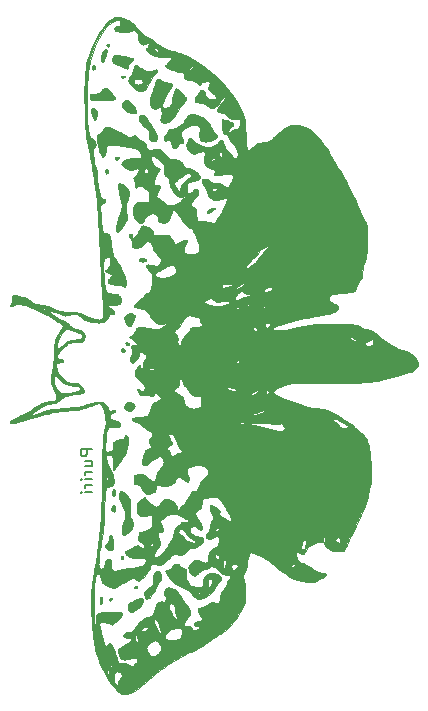
<source format=gbr>
G04 #@! TF.GenerationSoftware,KiCad,Pcbnew,(5.1.2)-2*
G04 #@! TF.CreationDate,2020-12-08T23:46:53+13:00*
G04 #@! TF.ProjectId,DPSwitch,44505377-6974-4636-982e-6b696361645f,rev?*
G04 #@! TF.SameCoordinates,Original*
G04 #@! TF.FileFunction,Legend,Bot*
G04 #@! TF.FilePolarity,Positive*
%FSLAX46Y46*%
G04 Gerber Fmt 4.6, Leading zero omitted, Abs format (unit mm)*
G04 Created by KiCad (PCBNEW (5.1.2)-2) date 2020-12-08 23:46:53*
%MOMM*%
%LPD*%
G04 APERTURE LIST*
%ADD10C,0.150000*%
%ADD11C,0.010000*%
%ADD12C,0.100000*%
%ADD13C,0.902000*%
%ADD14C,1.552000*%
%ADD15C,2.762000*%
%ADD16C,2.084000*%
%ADD17C,1.051560*%
%ADD18C,1.602000*%
%ADD19C,3.102000*%
G04 APERTURE END LIST*
D10*
X89702380Y-79940476D02*
X88702380Y-79940476D01*
X88702380Y-80321428D01*
X88750000Y-80416666D01*
X88797619Y-80464285D01*
X88892857Y-80511904D01*
X89035714Y-80511904D01*
X89130952Y-80464285D01*
X89178571Y-80416666D01*
X89226190Y-80321428D01*
X89226190Y-79940476D01*
X89035714Y-81369047D02*
X89702380Y-81369047D01*
X89035714Y-80940476D02*
X89559523Y-80940476D01*
X89654761Y-80988095D01*
X89702380Y-81083333D01*
X89702380Y-81226190D01*
X89654761Y-81321428D01*
X89607142Y-81369047D01*
X89702380Y-81845238D02*
X89035714Y-81845238D01*
X89226190Y-81845238D02*
X89130952Y-81892857D01*
X89083333Y-81940476D01*
X89035714Y-82035714D01*
X89035714Y-82130952D01*
X89702380Y-82464285D02*
X89035714Y-82464285D01*
X88702380Y-82464285D02*
X88750000Y-82416666D01*
X88797619Y-82464285D01*
X88750000Y-82511904D01*
X88702380Y-82464285D01*
X88797619Y-82464285D01*
X89702380Y-82940476D02*
X89035714Y-82940476D01*
X89226190Y-82940476D02*
X89130952Y-82988095D01*
X89083333Y-83035714D01*
X89035714Y-83130952D01*
X89035714Y-83226190D01*
X89702380Y-83559523D02*
X89035714Y-83559523D01*
X88702380Y-83559523D02*
X88750000Y-83511904D01*
X88797619Y-83559523D01*
X88750000Y-83607142D01*
X88702380Y-83559523D01*
X88797619Y-83559523D01*
D11*
G36*
X93008003Y-93693106D02*
G01*
X93022768Y-93692183D01*
X93127251Y-93675321D01*
X93231386Y-93635965D01*
X93341482Y-93570568D01*
X93463849Y-93475585D01*
X93558745Y-93390934D01*
X93698803Y-93248740D01*
X93814817Y-93106160D01*
X93903672Y-92968158D01*
X93962253Y-92839699D01*
X93987447Y-92725748D01*
X93988202Y-92706291D01*
X93974979Y-92620564D01*
X93933703Y-92563841D01*
X93863515Y-92535873D01*
X93763556Y-92536409D01*
X93632969Y-92565201D01*
X93571037Y-92584889D01*
X93440253Y-92634365D01*
X93294988Y-92697351D01*
X93148947Y-92767284D01*
X93015834Y-92837601D01*
X92909353Y-92901739D01*
X92909167Y-92901863D01*
X92817295Y-92968674D01*
X92757347Y-93030047D01*
X92722286Y-93097097D01*
X92705071Y-93180939D01*
X92701075Y-93230515D01*
X92704842Y-93383535D01*
X92736018Y-93507392D01*
X92795778Y-93606145D01*
X92816141Y-93628208D01*
X92858248Y-93667668D01*
X92894046Y-93688475D01*
X92938857Y-93695373D01*
X93008003Y-93693106D01*
X93008003Y-93693106D01*
G37*
X93008003Y-93693106D02*
X93022768Y-93692183D01*
X93127251Y-93675321D01*
X93231386Y-93635965D01*
X93341482Y-93570568D01*
X93463849Y-93475585D01*
X93558745Y-93390934D01*
X93698803Y-93248740D01*
X93814817Y-93106160D01*
X93903672Y-92968158D01*
X93962253Y-92839699D01*
X93987447Y-92725748D01*
X93988202Y-92706291D01*
X93974979Y-92620564D01*
X93933703Y-92563841D01*
X93863515Y-92535873D01*
X93763556Y-92536409D01*
X93632969Y-92565201D01*
X93571037Y-92584889D01*
X93440253Y-92634365D01*
X93294988Y-92697351D01*
X93148947Y-92767284D01*
X93015834Y-92837601D01*
X92909353Y-92901739D01*
X92909167Y-92901863D01*
X92817295Y-92968674D01*
X92757347Y-93030047D01*
X92722286Y-93097097D01*
X92705071Y-93180939D01*
X92701075Y-93230515D01*
X92704842Y-93383535D01*
X92736018Y-93507392D01*
X92795778Y-93606145D01*
X92816141Y-93628208D01*
X92858248Y-93667668D01*
X92894046Y-93688475D01*
X92938857Y-93695373D01*
X93008003Y-93693106D01*
G36*
X91259071Y-92728756D02*
G01*
X91315261Y-92692386D01*
X91360093Y-92645268D01*
X91381062Y-92598445D01*
X91380979Y-92587064D01*
X91368282Y-92557037D01*
X91333731Y-92541600D01*
X91285870Y-92535802D01*
X91224893Y-92535754D01*
X91187960Y-92551469D01*
X91161829Y-92583273D01*
X91137451Y-92643994D01*
X91141168Y-92698230D01*
X91169978Y-92734599D01*
X91204029Y-92743333D01*
X91259071Y-92728756D01*
X91259071Y-92728756D01*
G37*
X91259071Y-92728756D02*
X91315261Y-92692386D01*
X91360093Y-92645268D01*
X91381062Y-92598445D01*
X91380979Y-92587064D01*
X91368282Y-92557037D01*
X91333731Y-92541600D01*
X91285870Y-92535802D01*
X91224893Y-92535754D01*
X91187960Y-92551469D01*
X91161829Y-92583273D01*
X91137451Y-92643994D01*
X91141168Y-92698230D01*
X91169978Y-92734599D01*
X91204029Y-92743333D01*
X91259071Y-92728756D01*
G36*
X90439180Y-93014520D02*
G01*
X90488782Y-92986999D01*
X90526807Y-92923575D01*
X90551123Y-92829611D01*
X90559601Y-92711583D01*
X90551854Y-92599620D01*
X90530505Y-92509543D01*
X90498387Y-92445748D01*
X90458337Y-92412629D01*
X90413190Y-92414580D01*
X90382351Y-92436839D01*
X90348817Y-92485148D01*
X90328036Y-92554327D01*
X90318275Y-92652221D01*
X90317008Y-92732750D01*
X90325438Y-92848712D01*
X90348128Y-92937402D01*
X90383149Y-92994368D01*
X90428569Y-93015158D01*
X90439180Y-93014520D01*
X90439180Y-93014520D01*
G37*
X90439180Y-93014520D02*
X90488782Y-92986999D01*
X90526807Y-92923575D01*
X90551123Y-92829611D01*
X90559601Y-92711583D01*
X90551854Y-92599620D01*
X90530505Y-92509543D01*
X90498387Y-92445748D01*
X90458337Y-92412629D01*
X90413190Y-92414580D01*
X90382351Y-92436839D01*
X90348817Y-92485148D01*
X90328036Y-92554327D01*
X90318275Y-92652221D01*
X90317008Y-92732750D01*
X90325438Y-92848712D01*
X90348128Y-92937402D01*
X90383149Y-92994368D01*
X90428569Y-93015158D01*
X90439180Y-93014520D01*
G36*
X93433707Y-91699508D02*
G01*
X93493978Y-91661452D01*
X93520991Y-91605260D01*
X93511052Y-91535640D01*
X93501088Y-91514275D01*
X93463785Y-91484571D01*
X93404009Y-91473579D01*
X93337380Y-91481539D01*
X93279514Y-91508688D01*
X93276769Y-91510845D01*
X93215900Y-91574928D01*
X93194820Y-91632207D01*
X93211923Y-91677798D01*
X93265599Y-91706814D01*
X93343870Y-91714720D01*
X93433707Y-91699508D01*
X93433707Y-91699508D01*
G37*
X93433707Y-91699508D02*
X93493978Y-91661452D01*
X93520991Y-91605260D01*
X93511052Y-91535640D01*
X93501088Y-91514275D01*
X93463785Y-91484571D01*
X93404009Y-91473579D01*
X93337380Y-91481539D01*
X93279514Y-91508688D01*
X93276769Y-91510845D01*
X93215900Y-91574928D01*
X93194820Y-91632207D01*
X93211923Y-91677798D01*
X93265599Y-91706814D01*
X93343870Y-91714720D01*
X93433707Y-91699508D01*
G36*
X94361255Y-92619480D02*
G01*
X94450967Y-92567448D01*
X94551881Y-92484450D01*
X94614297Y-92422716D01*
X94781859Y-92224916D01*
X94909126Y-92024456D01*
X94998132Y-91818020D01*
X95012030Y-91774009D01*
X95082812Y-91588718D01*
X95180228Y-91410368D01*
X95283940Y-91269206D01*
X95392872Y-91121016D01*
X95472152Y-90967535D01*
X95517309Y-90817841D01*
X95522362Y-90785194D01*
X95526047Y-90647829D01*
X95504209Y-90522647D01*
X95460746Y-90413932D01*
X95399555Y-90325967D01*
X95324532Y-90263034D01*
X95239574Y-90229419D01*
X95148578Y-90229404D01*
X95055442Y-90267272D01*
X95052732Y-90268990D01*
X94989160Y-90329602D01*
X94930891Y-90421444D01*
X94883152Y-90533408D01*
X94851172Y-90654390D01*
X94842692Y-90715136D01*
X94839610Y-90803240D01*
X94843027Y-90913195D01*
X94852170Y-91025145D01*
X94855992Y-91056750D01*
X94868568Y-91186770D01*
X94864659Y-91289399D01*
X94839916Y-91372454D01*
X94789986Y-91443751D01*
X94710518Y-91511107D01*
X94597160Y-91582337D01*
X94547978Y-91610014D01*
X94398816Y-91698012D01*
X94285580Y-91779406D01*
X94203646Y-91859759D01*
X94148394Y-91944635D01*
X94115201Y-92039598D01*
X94099463Y-92149962D01*
X94100243Y-92266010D01*
X94117107Y-92378399D01*
X94147090Y-92479436D01*
X94187225Y-92561425D01*
X94234548Y-92616673D01*
X94286092Y-92637487D01*
X94287379Y-92637500D01*
X94361255Y-92619480D01*
X94361255Y-92619480D01*
G37*
X94361255Y-92619480D02*
X94450967Y-92567448D01*
X94551881Y-92484450D01*
X94614297Y-92422716D01*
X94781859Y-92224916D01*
X94909126Y-92024456D01*
X94998132Y-91818020D01*
X95012030Y-91774009D01*
X95082812Y-91588718D01*
X95180228Y-91410368D01*
X95283940Y-91269206D01*
X95392872Y-91121016D01*
X95472152Y-90967535D01*
X95517309Y-90817841D01*
X95522362Y-90785194D01*
X95526047Y-90647829D01*
X95504209Y-90522647D01*
X95460746Y-90413932D01*
X95399555Y-90325967D01*
X95324532Y-90263034D01*
X95239574Y-90229419D01*
X95148578Y-90229404D01*
X95055442Y-90267272D01*
X95052732Y-90268990D01*
X94989160Y-90329602D01*
X94930891Y-90421444D01*
X94883152Y-90533408D01*
X94851172Y-90654390D01*
X94842692Y-90715136D01*
X94839610Y-90803240D01*
X94843027Y-90913195D01*
X94852170Y-91025145D01*
X94855992Y-91056750D01*
X94868568Y-91186770D01*
X94864659Y-91289399D01*
X94839916Y-91372454D01*
X94789986Y-91443751D01*
X94710518Y-91511107D01*
X94597160Y-91582337D01*
X94547978Y-91610014D01*
X94398816Y-91698012D01*
X94285580Y-91779406D01*
X94203646Y-91859759D01*
X94148394Y-91944635D01*
X94115201Y-92039598D01*
X94099463Y-92149962D01*
X94100243Y-92266010D01*
X94117107Y-92378399D01*
X94147090Y-92479436D01*
X94187225Y-92561425D01*
X94234548Y-92616673D01*
X94286092Y-92637487D01*
X94287379Y-92637500D01*
X94361255Y-92619480D01*
G36*
X98840822Y-92603824D02*
G01*
X99032513Y-92549739D01*
X99231630Y-92463580D01*
X99432443Y-92348253D01*
X99629220Y-92206665D01*
X99816231Y-92041722D01*
X99824564Y-92033561D01*
X99913867Y-91941760D01*
X99978306Y-91864571D01*
X100026435Y-91790621D01*
X100063706Y-91715567D01*
X100126964Y-91577190D01*
X100181878Y-91468213D01*
X100234836Y-91378349D01*
X100292229Y-91297312D01*
X100360443Y-91214814D01*
X100407121Y-91162642D01*
X100499842Y-91055220D01*
X100562222Y-90967390D01*
X100597190Y-90892567D01*
X100607674Y-90824165D01*
X100596602Y-90755599D01*
X100593104Y-90744409D01*
X100546167Y-90664036D01*
X100460430Y-90591604D01*
X100334724Y-90526293D01*
X100224164Y-90484980D01*
X100136404Y-90458279D01*
X100057640Y-90441192D01*
X99973017Y-90431638D01*
X99867678Y-90427538D01*
X99809500Y-90426918D01*
X99701195Y-90427120D01*
X99623822Y-90430331D01*
X99565995Y-90438358D01*
X99516331Y-90453007D01*
X99463444Y-90476085D01*
X99445823Y-90484640D01*
X99315757Y-90568261D01*
X99212695Y-90680093D01*
X99137974Y-90811067D01*
X99113269Y-90874167D01*
X99095053Y-90945536D01*
X99081361Y-91035733D01*
X99070227Y-91155312D01*
X99067855Y-91187615D01*
X99067205Y-91195295D01*
X99457643Y-91195295D01*
X99483347Y-91091390D01*
X99532877Y-91003247D01*
X99601363Y-90938525D01*
X99683932Y-90904879D01*
X99718611Y-90901833D01*
X99781477Y-90911275D01*
X99831211Y-90934267D01*
X99834291Y-90936864D01*
X99865666Y-90992213D01*
X99871237Y-91072009D01*
X99851453Y-91167487D01*
X99818310Y-91248009D01*
X99775680Y-91324403D01*
X99724462Y-91403824D01*
X99671671Y-91476688D01*
X99624325Y-91533409D01*
X99589440Y-91564400D01*
X99585253Y-91566421D01*
X99560695Y-91555302D01*
X99531058Y-91512759D01*
X99501037Y-91448559D01*
X99475329Y-91372465D01*
X99460637Y-91307308D01*
X99457643Y-91195295D01*
X99067205Y-91195295D01*
X99058979Y-91292445D01*
X99048511Y-91384505D01*
X99037735Y-91454086D01*
X99027934Y-91491480D01*
X99027592Y-91492147D01*
X98993148Y-91527091D01*
X98940050Y-91555387D01*
X98938955Y-91555773D01*
X98864367Y-91570827D01*
X98758665Y-91577733D01*
X98632117Y-91577264D01*
X98494992Y-91570191D01*
X98357559Y-91557287D01*
X98230087Y-91539323D01*
X98122844Y-91517072D01*
X98046098Y-91491306D01*
X98039703Y-91488158D01*
X97946207Y-91420364D01*
X97854042Y-91317327D01*
X97768046Y-91185992D01*
X97693056Y-91033306D01*
X97656790Y-90938507D01*
X97615736Y-90769539D01*
X97600654Y-90574392D01*
X97611335Y-90349649D01*
X97617326Y-90294151D01*
X97625240Y-90195588D01*
X97617941Y-90124773D01*
X97589597Y-90073795D01*
X97534372Y-90034746D01*
X97446434Y-89999714D01*
X97386023Y-89980515D01*
X97250119Y-89931158D01*
X97153502Y-89877198D01*
X97093201Y-89816557D01*
X97068347Y-89758519D01*
X97032809Y-89682639D01*
X96968962Y-89634141D01*
X96882378Y-89615026D01*
X96778629Y-89627295D01*
X96737901Y-89639868D01*
X96642716Y-89684409D01*
X96552361Y-89750951D01*
X96457151Y-89846967D01*
X96431686Y-89876181D01*
X96336073Y-89976694D01*
X96237634Y-90060055D01*
X96144590Y-90120166D01*
X96065162Y-90150928D01*
X96060093Y-90151863D01*
X95977786Y-90166550D01*
X95927920Y-90178865D01*
X95901011Y-90192303D01*
X95887576Y-90210360D01*
X95885072Y-90216367D01*
X95886414Y-90262203D01*
X95911595Y-90334415D01*
X95957001Y-90427150D01*
X96019023Y-90534554D01*
X96094047Y-90650775D01*
X96178465Y-90769960D01*
X96268662Y-90886256D01*
X96361030Y-90993811D01*
X96372415Y-91006204D01*
X96596289Y-91218160D01*
X96843698Y-91395480D01*
X97116392Y-91539304D01*
X97301250Y-91612980D01*
X97459797Y-91680430D01*
X97616261Y-91770957D01*
X97774700Y-91887806D01*
X97939172Y-92034219D01*
X97958030Y-92053581D01*
X98616993Y-92053581D01*
X98642345Y-92032518D01*
X98690391Y-92025496D01*
X98754792Y-92034790D01*
X98829208Y-92062678D01*
X98835240Y-92065697D01*
X98900944Y-92103193D01*
X98928091Y-92130171D01*
X98918357Y-92149288D01*
X98893803Y-92158554D01*
X98790703Y-92171001D01*
X98700789Y-92152567D01*
X98659734Y-92128721D01*
X98620676Y-92086408D01*
X98616993Y-92053581D01*
X97958030Y-92053581D01*
X98113736Y-92213440D01*
X98261398Y-92380299D01*
X98356775Y-92484158D01*
X98440017Y-92555486D01*
X98519005Y-92599052D01*
X98601621Y-92619628D01*
X98662289Y-92622930D01*
X98840822Y-92603824D01*
X98840822Y-92603824D01*
G37*
X98840822Y-92603824D02*
X99032513Y-92549739D01*
X99231630Y-92463580D01*
X99432443Y-92348253D01*
X99629220Y-92206665D01*
X99816231Y-92041722D01*
X99824564Y-92033561D01*
X99913867Y-91941760D01*
X99978306Y-91864571D01*
X100026435Y-91790621D01*
X100063706Y-91715567D01*
X100126964Y-91577190D01*
X100181878Y-91468213D01*
X100234836Y-91378349D01*
X100292229Y-91297312D01*
X100360443Y-91214814D01*
X100407121Y-91162642D01*
X100499842Y-91055220D01*
X100562222Y-90967390D01*
X100597190Y-90892567D01*
X100607674Y-90824165D01*
X100596602Y-90755599D01*
X100593104Y-90744409D01*
X100546167Y-90664036D01*
X100460430Y-90591604D01*
X100334724Y-90526293D01*
X100224164Y-90484980D01*
X100136404Y-90458279D01*
X100057640Y-90441192D01*
X99973017Y-90431638D01*
X99867678Y-90427538D01*
X99809500Y-90426918D01*
X99701195Y-90427120D01*
X99623822Y-90430331D01*
X99565995Y-90438358D01*
X99516331Y-90453007D01*
X99463444Y-90476085D01*
X99445823Y-90484640D01*
X99315757Y-90568261D01*
X99212695Y-90680093D01*
X99137974Y-90811067D01*
X99113269Y-90874167D01*
X99095053Y-90945536D01*
X99081361Y-91035733D01*
X99070227Y-91155312D01*
X99067855Y-91187615D01*
X99067205Y-91195295D01*
X99457643Y-91195295D01*
X99483347Y-91091390D01*
X99532877Y-91003247D01*
X99601363Y-90938525D01*
X99683932Y-90904879D01*
X99718611Y-90901833D01*
X99781477Y-90911275D01*
X99831211Y-90934267D01*
X99834291Y-90936864D01*
X99865666Y-90992213D01*
X99871237Y-91072009D01*
X99851453Y-91167487D01*
X99818310Y-91248009D01*
X99775680Y-91324403D01*
X99724462Y-91403824D01*
X99671671Y-91476688D01*
X99624325Y-91533409D01*
X99589440Y-91564400D01*
X99585253Y-91566421D01*
X99560695Y-91555302D01*
X99531058Y-91512759D01*
X99501037Y-91448559D01*
X99475329Y-91372465D01*
X99460637Y-91307308D01*
X99457643Y-91195295D01*
X99067205Y-91195295D01*
X99058979Y-91292445D01*
X99048511Y-91384505D01*
X99037735Y-91454086D01*
X99027934Y-91491480D01*
X99027592Y-91492147D01*
X98993148Y-91527091D01*
X98940050Y-91555387D01*
X98938955Y-91555773D01*
X98864367Y-91570827D01*
X98758665Y-91577733D01*
X98632117Y-91577264D01*
X98494992Y-91570191D01*
X98357559Y-91557287D01*
X98230087Y-91539323D01*
X98122844Y-91517072D01*
X98046098Y-91491306D01*
X98039703Y-91488158D01*
X97946207Y-91420364D01*
X97854042Y-91317327D01*
X97768046Y-91185992D01*
X97693056Y-91033306D01*
X97656790Y-90938507D01*
X97615736Y-90769539D01*
X97600654Y-90574392D01*
X97611335Y-90349649D01*
X97617326Y-90294151D01*
X97625240Y-90195588D01*
X97617941Y-90124773D01*
X97589597Y-90073795D01*
X97534372Y-90034746D01*
X97446434Y-89999714D01*
X97386023Y-89980515D01*
X97250119Y-89931158D01*
X97153502Y-89877198D01*
X97093201Y-89816557D01*
X97068347Y-89758519D01*
X97032809Y-89682639D01*
X96968962Y-89634141D01*
X96882378Y-89615026D01*
X96778629Y-89627295D01*
X96737901Y-89639868D01*
X96642716Y-89684409D01*
X96552361Y-89750951D01*
X96457151Y-89846967D01*
X96431686Y-89876181D01*
X96336073Y-89976694D01*
X96237634Y-90060055D01*
X96144590Y-90120166D01*
X96065162Y-90150928D01*
X96060093Y-90151863D01*
X95977786Y-90166550D01*
X95927920Y-90178865D01*
X95901011Y-90192303D01*
X95887576Y-90210360D01*
X95885072Y-90216367D01*
X95886414Y-90262203D01*
X95911595Y-90334415D01*
X95957001Y-90427150D01*
X96019023Y-90534554D01*
X96094047Y-90650775D01*
X96178465Y-90769960D01*
X96268662Y-90886256D01*
X96361030Y-90993811D01*
X96372415Y-91006204D01*
X96596289Y-91218160D01*
X96843698Y-91395480D01*
X97116392Y-91539304D01*
X97301250Y-91612980D01*
X97459797Y-91680430D01*
X97616261Y-91770957D01*
X97774700Y-91887806D01*
X97939172Y-92034219D01*
X97958030Y-92053581D01*
X98616993Y-92053581D01*
X98642345Y-92032518D01*
X98690391Y-92025496D01*
X98754792Y-92034790D01*
X98829208Y-92062678D01*
X98835240Y-92065697D01*
X98900944Y-92103193D01*
X98928091Y-92130171D01*
X98918357Y-92149288D01*
X98893803Y-92158554D01*
X98790703Y-92171001D01*
X98700789Y-92152567D01*
X98659734Y-92128721D01*
X98620676Y-92086408D01*
X98616993Y-92053581D01*
X97958030Y-92053581D01*
X98113736Y-92213440D01*
X98261398Y-92380299D01*
X98356775Y-92484158D01*
X98440017Y-92555486D01*
X98519005Y-92599052D01*
X98601621Y-92619628D01*
X98662289Y-92622930D01*
X98840822Y-92603824D01*
G36*
X92267275Y-89218373D02*
G01*
X92304405Y-89196405D01*
X92333858Y-89141034D01*
X92333629Y-89076538D01*
X92305053Y-89021123D01*
X92290623Y-89008617D01*
X92223342Y-88978567D01*
X92162829Y-88989611D01*
X92126000Y-89018000D01*
X92088974Y-89078606D01*
X92087370Y-89140654D01*
X92116772Y-89193108D01*
X92172768Y-89224933D01*
X92210667Y-89229666D01*
X92267275Y-89218373D01*
X92267275Y-89218373D01*
G37*
X92267275Y-89218373D02*
X92304405Y-89196405D01*
X92333858Y-89141034D01*
X92333629Y-89076538D01*
X92305053Y-89021123D01*
X92290623Y-89008617D01*
X92223342Y-88978567D01*
X92162829Y-88989611D01*
X92126000Y-89018000D01*
X92088974Y-89078606D01*
X92087370Y-89140654D01*
X92116772Y-89193108D01*
X92172768Y-89224933D01*
X92210667Y-89229666D01*
X92267275Y-89218373D01*
G36*
X91361648Y-88461477D02*
G01*
X91424093Y-88416993D01*
X91450084Y-88388482D01*
X91466357Y-88359479D01*
X91474971Y-88319824D01*
X91477987Y-88259358D01*
X91477464Y-88167920D01*
X91477268Y-88154775D01*
X91472975Y-88043706D01*
X91463860Y-87914053D01*
X91451041Y-87775627D01*
X91435639Y-87638238D01*
X91418772Y-87511697D01*
X91401561Y-87405814D01*
X91385124Y-87330400D01*
X91381967Y-87319642D01*
X91348482Y-87243790D01*
X91304941Y-87186233D01*
X91259609Y-87157050D01*
X91247247Y-87155333D01*
X91213910Y-87171582D01*
X91186072Y-87202958D01*
X91167702Y-87247747D01*
X91149254Y-87319103D01*
X91134920Y-87400298D01*
X91088870Y-87584844D01*
X91003076Y-87754881D01*
X90913720Y-87871618D01*
X90844359Y-87949975D01*
X90797986Y-88004289D01*
X90769233Y-88041948D01*
X90752731Y-88070342D01*
X90743113Y-88096860D01*
X90739164Y-88111906D01*
X90735934Y-88147777D01*
X90749304Y-88184099D01*
X90784733Y-88231302D01*
X90824917Y-88275690D01*
X90932879Y-88372188D01*
X91046657Y-88440459D01*
X91160127Y-88479061D01*
X91267165Y-88486548D01*
X91361648Y-88461477D01*
X91361648Y-88461477D01*
G37*
X91361648Y-88461477D02*
X91424093Y-88416993D01*
X91450084Y-88388482D01*
X91466357Y-88359479D01*
X91474971Y-88319824D01*
X91477987Y-88259358D01*
X91477464Y-88167920D01*
X91477268Y-88154775D01*
X91472975Y-88043706D01*
X91463860Y-87914053D01*
X91451041Y-87775627D01*
X91435639Y-87638238D01*
X91418772Y-87511697D01*
X91401561Y-87405814D01*
X91385124Y-87330400D01*
X91381967Y-87319642D01*
X91348482Y-87243790D01*
X91304941Y-87186233D01*
X91259609Y-87157050D01*
X91247247Y-87155333D01*
X91213910Y-87171582D01*
X91186072Y-87202958D01*
X91167702Y-87247747D01*
X91149254Y-87319103D01*
X91134920Y-87400298D01*
X91088870Y-87584844D01*
X91003076Y-87754881D01*
X90913720Y-87871618D01*
X90844359Y-87949975D01*
X90797986Y-88004289D01*
X90769233Y-88041948D01*
X90752731Y-88070342D01*
X90743113Y-88096860D01*
X90739164Y-88111906D01*
X90735934Y-88147777D01*
X90749304Y-88184099D01*
X90784733Y-88231302D01*
X90824917Y-88275690D01*
X90932879Y-88372188D01*
X91046657Y-88440459D01*
X91160127Y-88479061D01*
X91267165Y-88486548D01*
X91361648Y-88461477D01*
G36*
X91558483Y-85188163D02*
G01*
X91585050Y-85160957D01*
X91603119Y-85112098D01*
X91614442Y-85036029D01*
X91618499Y-84947415D01*
X91614768Y-84860917D01*
X91602731Y-84791201D01*
X91598606Y-84778746D01*
X91556550Y-84704101D01*
X91504056Y-84666085D01*
X91446302Y-84666523D01*
X91390266Y-84705291D01*
X91333847Y-84789615D01*
X91305336Y-84895852D01*
X91300500Y-84978173D01*
X91305057Y-85050056D01*
X91323552Y-85099778D01*
X91362372Y-85146128D01*
X91430404Y-85194185D01*
X91498834Y-85208401D01*
X91558483Y-85188163D01*
X91558483Y-85188163D01*
G37*
X91558483Y-85188163D02*
X91585050Y-85160957D01*
X91603119Y-85112098D01*
X91614442Y-85036029D01*
X91618499Y-84947415D01*
X91614768Y-84860917D01*
X91602731Y-84791201D01*
X91598606Y-84778746D01*
X91556550Y-84704101D01*
X91504056Y-84666085D01*
X91446302Y-84666523D01*
X91390266Y-84705291D01*
X91333847Y-84789615D01*
X91305336Y-84895852D01*
X91300500Y-84978173D01*
X91305057Y-85050056D01*
X91323552Y-85099778D01*
X91362372Y-85146128D01*
X91430404Y-85194185D01*
X91498834Y-85208401D01*
X91558483Y-85188163D01*
G36*
X92419313Y-87180991D02*
G01*
X92521315Y-87127736D01*
X92638539Y-87041554D01*
X92769268Y-86923240D01*
X92845667Y-86845434D01*
X92950395Y-86730496D01*
X93026721Y-86634147D01*
X93078816Y-86547935D01*
X93110850Y-86463408D01*
X93126994Y-86372114D01*
X93131417Y-86266333D01*
X93130512Y-86188188D01*
X93125722Y-86127121D01*
X93113931Y-86071490D01*
X93092023Y-86009654D01*
X93056884Y-85929970D01*
X93020964Y-85853583D01*
X92964798Y-85731331D01*
X92923506Y-85628448D01*
X92895317Y-85534787D01*
X92878458Y-85440198D01*
X92871157Y-85334533D01*
X92871643Y-85207644D01*
X92878144Y-85049381D01*
X92878687Y-85038666D01*
X92885118Y-84897926D01*
X92890620Y-84749887D01*
X92894724Y-84609300D01*
X92896961Y-84490914D01*
X92897218Y-84456583D01*
X92896645Y-84350550D01*
X92892902Y-84275464D01*
X92884129Y-84219957D01*
X92868465Y-84172664D01*
X92844050Y-84122219D01*
X92841775Y-84117916D01*
X92791781Y-84038603D01*
X92720679Y-83945460D01*
X92635236Y-83845502D01*
X92542221Y-83745747D01*
X92448402Y-83653209D01*
X92360549Y-83574907D01*
X92285429Y-83517855D01*
X92237663Y-83491693D01*
X92180568Y-83475202D01*
X92133753Y-83479779D01*
X92078606Y-83508435D01*
X92060338Y-83520380D01*
X91979647Y-83596220D01*
X91933142Y-83689404D01*
X91924736Y-83791788D01*
X91925868Y-83800416D01*
X91950731Y-83915574D01*
X91995301Y-84062806D01*
X92057884Y-84237661D01*
X92136785Y-84435687D01*
X92230310Y-84652434D01*
X92336765Y-84883450D01*
X92343586Y-84897792D01*
X92496417Y-85218583D01*
X92495704Y-85398500D01*
X92493770Y-85471158D01*
X92487412Y-85540613D01*
X92474882Y-85615633D01*
X92454434Y-85704986D01*
X92424320Y-85817444D01*
X92384861Y-85954710D01*
X92307285Y-86234065D01*
X92248940Y-86476591D01*
X92209712Y-86683112D01*
X92189488Y-86854452D01*
X92188154Y-86991437D01*
X92205596Y-87094890D01*
X92221793Y-87135218D01*
X92267836Y-87185529D01*
X92334248Y-87200521D01*
X92419313Y-87180991D01*
X92419313Y-87180991D01*
G37*
X92419313Y-87180991D02*
X92521315Y-87127736D01*
X92638539Y-87041554D01*
X92769268Y-86923240D01*
X92845667Y-86845434D01*
X92950395Y-86730496D01*
X93026721Y-86634147D01*
X93078816Y-86547935D01*
X93110850Y-86463408D01*
X93126994Y-86372114D01*
X93131417Y-86266333D01*
X93130512Y-86188188D01*
X93125722Y-86127121D01*
X93113931Y-86071490D01*
X93092023Y-86009654D01*
X93056884Y-85929970D01*
X93020964Y-85853583D01*
X92964798Y-85731331D01*
X92923506Y-85628448D01*
X92895317Y-85534787D01*
X92878458Y-85440198D01*
X92871157Y-85334533D01*
X92871643Y-85207644D01*
X92878144Y-85049381D01*
X92878687Y-85038666D01*
X92885118Y-84897926D01*
X92890620Y-84749887D01*
X92894724Y-84609300D01*
X92896961Y-84490914D01*
X92897218Y-84456583D01*
X92896645Y-84350550D01*
X92892902Y-84275464D01*
X92884129Y-84219957D01*
X92868465Y-84172664D01*
X92844050Y-84122219D01*
X92841775Y-84117916D01*
X92791781Y-84038603D01*
X92720679Y-83945460D01*
X92635236Y-83845502D01*
X92542221Y-83745747D01*
X92448402Y-83653209D01*
X92360549Y-83574907D01*
X92285429Y-83517855D01*
X92237663Y-83491693D01*
X92180568Y-83475202D01*
X92133753Y-83479779D01*
X92078606Y-83508435D01*
X92060338Y-83520380D01*
X91979647Y-83596220D01*
X91933142Y-83689404D01*
X91924736Y-83791788D01*
X91925868Y-83800416D01*
X91950731Y-83915574D01*
X91995301Y-84062806D01*
X92057884Y-84237661D01*
X92136785Y-84435687D01*
X92230310Y-84652434D01*
X92336765Y-84883450D01*
X92343586Y-84897792D01*
X92496417Y-85218583D01*
X92495704Y-85398500D01*
X92493770Y-85471158D01*
X92487412Y-85540613D01*
X92474882Y-85615633D01*
X92454434Y-85704986D01*
X92424320Y-85817444D01*
X92384861Y-85954710D01*
X92307285Y-86234065D01*
X92248940Y-86476591D01*
X92209712Y-86683112D01*
X92189488Y-86854452D01*
X92188154Y-86991437D01*
X92205596Y-87094890D01*
X92221793Y-87135218D01*
X92267836Y-87185529D01*
X92334248Y-87200521D01*
X92419313Y-87180991D01*
G36*
X91544872Y-83897222D02*
G01*
X91581479Y-83844177D01*
X91609011Y-83766379D01*
X91625078Y-83672509D01*
X91627286Y-83571247D01*
X91618096Y-83494007D01*
X91590945Y-83395875D01*
X91554722Y-83332947D01*
X91511818Y-83307264D01*
X91464620Y-83320870D01*
X91440730Y-83342408D01*
X91406704Y-83401659D01*
X91386371Y-83482410D01*
X91378784Y-83575703D01*
X91382992Y-83672580D01*
X91398047Y-83764082D01*
X91423000Y-83841251D01*
X91456902Y-83895129D01*
X91498804Y-83916757D01*
X91501583Y-83916833D01*
X91544872Y-83897222D01*
X91544872Y-83897222D01*
G37*
X91544872Y-83897222D02*
X91581479Y-83844177D01*
X91609011Y-83766379D01*
X91625078Y-83672509D01*
X91627286Y-83571247D01*
X91618096Y-83494007D01*
X91590945Y-83395875D01*
X91554722Y-83332947D01*
X91511818Y-83307264D01*
X91464620Y-83320870D01*
X91440730Y-83342408D01*
X91406704Y-83401659D01*
X91386371Y-83482410D01*
X91378784Y-83575703D01*
X91382992Y-83672580D01*
X91398047Y-83764082D01*
X91423000Y-83841251D01*
X91456902Y-83895129D01*
X91498804Y-83916757D01*
X91501583Y-83916833D01*
X91544872Y-83897222D01*
G36*
X92890688Y-76675498D02*
G01*
X93015939Y-76647050D01*
X93078947Y-76619625D01*
X93177298Y-76551885D01*
X93238382Y-76468198D01*
X93266233Y-76361896D01*
X93269000Y-76305631D01*
X93250291Y-76190257D01*
X93193605Y-76091054D01*
X93098101Y-76006897D01*
X93008516Y-75956721D01*
X92908956Y-75915429D01*
X92830642Y-75898549D01*
X92761438Y-75904453D01*
X92719803Y-75918030D01*
X92636868Y-75965883D01*
X92551782Y-76038665D01*
X92479182Y-76122440D01*
X92442903Y-76181649D01*
X92409670Y-76289500D01*
X92408938Y-76399158D01*
X92440127Y-76497633D01*
X92458286Y-76526793D01*
X92536499Y-76600413D01*
X92641169Y-76650714D01*
X92762498Y-76676231D01*
X92890688Y-76675498D01*
X92890688Y-76675498D01*
G37*
X92890688Y-76675498D02*
X93015939Y-76647050D01*
X93078947Y-76619625D01*
X93177298Y-76551885D01*
X93238382Y-76468198D01*
X93266233Y-76361896D01*
X93269000Y-76305631D01*
X93250291Y-76190257D01*
X93193605Y-76091054D01*
X93098101Y-76006897D01*
X93008516Y-75956721D01*
X92908956Y-75915429D01*
X92830642Y-75898549D01*
X92761438Y-75904453D01*
X92719803Y-75918030D01*
X92636868Y-75965883D01*
X92551782Y-76038665D01*
X92479182Y-76122440D01*
X92442903Y-76181649D01*
X92409670Y-76289500D01*
X92408938Y-76399158D01*
X92440127Y-76497633D01*
X92458286Y-76526793D01*
X92536499Y-76600413D01*
X92641169Y-76650714D01*
X92762498Y-76676231D01*
X92890688Y-76675498D01*
G36*
X92401398Y-71686350D02*
G01*
X92440395Y-71641418D01*
X92457886Y-71579244D01*
X92452298Y-71510278D01*
X92422058Y-71444973D01*
X92386942Y-71408250D01*
X92317038Y-71372619D01*
X92241788Y-71363965D01*
X92174927Y-71381806D01*
X92135164Y-71417112D01*
X92114673Y-71482597D01*
X92127850Y-71552569D01*
X92168217Y-71618075D01*
X92229298Y-71670165D01*
X92304615Y-71699889D01*
X92342470Y-71703587D01*
X92401398Y-71686350D01*
X92401398Y-71686350D01*
G37*
X92401398Y-71686350D02*
X92440395Y-71641418D01*
X92457886Y-71579244D01*
X92452298Y-71510278D01*
X92422058Y-71444973D01*
X92386942Y-71408250D01*
X92317038Y-71372619D01*
X92241788Y-71363965D01*
X92174927Y-71381806D01*
X92135164Y-71417112D01*
X92114673Y-71482597D01*
X92127850Y-71552569D01*
X92168217Y-71618075D01*
X92229298Y-71670165D01*
X92304615Y-71699889D01*
X92342470Y-71703587D01*
X92401398Y-71686350D01*
G36*
X92753337Y-71120605D02*
G01*
X92791357Y-71082540D01*
X92803325Y-71012905D01*
X92803333Y-71010436D01*
X92797284Y-70959885D01*
X92771149Y-70929243D01*
X92729930Y-70908836D01*
X92649533Y-70883518D01*
X92581511Y-70884835D01*
X92533458Y-70899993D01*
X92495359Y-70931711D01*
X92488459Y-70976918D01*
X92507520Y-71027552D01*
X92547306Y-71075551D01*
X92602578Y-71112855D01*
X92668098Y-71131402D01*
X92684307Y-71132166D01*
X92753337Y-71120605D01*
X92753337Y-71120605D01*
G37*
X92753337Y-71120605D02*
X92791357Y-71082540D01*
X92803325Y-71012905D01*
X92803333Y-71010436D01*
X92797284Y-70959885D01*
X92771149Y-70929243D01*
X92729930Y-70908836D01*
X92649533Y-70883518D01*
X92581511Y-70884835D01*
X92533458Y-70899993D01*
X92495359Y-70931711D01*
X92488459Y-70976918D01*
X92507520Y-71027552D01*
X92547306Y-71075551D01*
X92602578Y-71112855D01*
X92668098Y-71131402D01*
X92684307Y-71132166D01*
X92753337Y-71120605D01*
G36*
X92942090Y-69497555D02*
G01*
X92994006Y-69417007D01*
X93016465Y-69358136D01*
X93035043Y-69308459D01*
X93067058Y-69231070D01*
X93107999Y-69136596D01*
X93152898Y-69036666D01*
X93197332Y-68935177D01*
X93235713Y-68839358D01*
X93263909Y-68760071D01*
X93277723Y-68708583D01*
X93275491Y-68608046D01*
X93238392Y-68523694D01*
X93171968Y-68459088D01*
X93081760Y-68417791D01*
X92973309Y-68403363D01*
X92852155Y-68419368D01*
X92835083Y-68424067D01*
X92746415Y-68461138D01*
X92647222Y-68519445D01*
X92553874Y-68588067D01*
X92482736Y-68656081D01*
X92476985Y-68663038D01*
X92438075Y-68717915D01*
X92419193Y-68768442D01*
X92414208Y-68834379D01*
X92414597Y-68864121D01*
X92429846Y-68980261D01*
X92466993Y-69107314D01*
X92520776Y-69234262D01*
X92585934Y-69350086D01*
X92657204Y-69443770D01*
X92716505Y-69496332D01*
X92802835Y-69537450D01*
X92878198Y-69537780D01*
X92942090Y-69497555D01*
X92942090Y-69497555D01*
G37*
X92942090Y-69497555D02*
X92994006Y-69417007D01*
X93016465Y-69358136D01*
X93035043Y-69308459D01*
X93067058Y-69231070D01*
X93107999Y-69136596D01*
X93152898Y-69036666D01*
X93197332Y-68935177D01*
X93235713Y-68839358D01*
X93263909Y-68760071D01*
X93277723Y-68708583D01*
X93275491Y-68608046D01*
X93238392Y-68523694D01*
X93171968Y-68459088D01*
X93081760Y-68417791D01*
X92973309Y-68403363D01*
X92852155Y-68419368D01*
X92835083Y-68424067D01*
X92746415Y-68461138D01*
X92647222Y-68519445D01*
X92553874Y-68588067D01*
X92482736Y-68656081D01*
X92476985Y-68663038D01*
X92438075Y-68717915D01*
X92419193Y-68768442D01*
X92414208Y-68834379D01*
X92414597Y-68864121D01*
X92429846Y-68980261D01*
X92466993Y-69107314D01*
X92520776Y-69234262D01*
X92585934Y-69350086D01*
X92657204Y-69443770D01*
X92716505Y-69496332D01*
X92802835Y-69537450D01*
X92878198Y-69537780D01*
X92942090Y-69497555D01*
G36*
X93984247Y-64038508D02*
G01*
X94075898Y-64022608D01*
X94152012Y-63995489D01*
X94202841Y-63958614D01*
X94218020Y-63928534D01*
X94214172Y-63849480D01*
X94173535Y-63784554D01*
X94100156Y-63736721D01*
X93998083Y-63708944D01*
X93910135Y-63703023D01*
X93809959Y-63711392D01*
X93734529Y-63738119D01*
X93718651Y-63747524D01*
X93655313Y-63805718D01*
X93628703Y-63870456D01*
X93638977Y-63933843D01*
X93686292Y-63987981D01*
X93713562Y-64004259D01*
X93793331Y-64030797D01*
X93886809Y-64041725D01*
X93984247Y-64038508D01*
X93984247Y-64038508D01*
G37*
X93984247Y-64038508D02*
X94075898Y-64022608D01*
X94152012Y-63995489D01*
X94202841Y-63958614D01*
X94218020Y-63928534D01*
X94214172Y-63849480D01*
X94173535Y-63784554D01*
X94100156Y-63736721D01*
X93998083Y-63708944D01*
X93910135Y-63703023D01*
X93809959Y-63711392D01*
X93734529Y-63738119D01*
X93718651Y-63747524D01*
X93655313Y-63805718D01*
X93628703Y-63870456D01*
X93638977Y-63933843D01*
X93686292Y-63987981D01*
X93713562Y-64004259D01*
X93793331Y-64030797D01*
X93886809Y-64041725D01*
X93984247Y-64038508D01*
G36*
X99501686Y-59954835D02*
G01*
X99573912Y-59923987D01*
X99671999Y-59864960D01*
X99797943Y-59777401D01*
X99867342Y-59726281D01*
X99948917Y-59664226D01*
X100016509Y-59610611D01*
X100063674Y-59570709D01*
X100083970Y-59549792D01*
X100084301Y-59548708D01*
X100065288Y-59539314D01*
X100014695Y-59534367D01*
X99942999Y-59533499D01*
X99860678Y-59536342D01*
X99778210Y-59542528D01*
X99706073Y-59551689D01*
X99654744Y-59563456D01*
X99653655Y-59563838D01*
X99546821Y-59621244D01*
X99471143Y-59704428D01*
X99431479Y-59803515D01*
X99420218Y-59881844D01*
X99426835Y-59933410D01*
X99453326Y-59957858D01*
X99501686Y-59954835D01*
X99501686Y-59954835D01*
G37*
X99501686Y-59954835D02*
X99573912Y-59923987D01*
X99671999Y-59864960D01*
X99797943Y-59777401D01*
X99867342Y-59726281D01*
X99948917Y-59664226D01*
X100016509Y-59610611D01*
X100063674Y-59570709D01*
X100083970Y-59549792D01*
X100084301Y-59548708D01*
X100065288Y-59539314D01*
X100014695Y-59534367D01*
X99942999Y-59533499D01*
X99860678Y-59536342D01*
X99778210Y-59542528D01*
X99706073Y-59551689D01*
X99654744Y-59563456D01*
X99653655Y-59563838D01*
X99546821Y-59621244D01*
X99471143Y-59704428D01*
X99431479Y-59803515D01*
X99420218Y-59881844D01*
X99426835Y-59933410D01*
X99453326Y-59957858D01*
X99501686Y-59954835D01*
G36*
X91868211Y-61505629D02*
G01*
X91938962Y-61458511D01*
X92022826Y-61380603D01*
X92116498Y-61275236D01*
X92216670Y-61145745D01*
X92294413Y-61034294D01*
X92403883Y-60866632D01*
X92488741Y-60724349D01*
X92550752Y-60599710D01*
X92591680Y-60484981D01*
X92613290Y-60372426D01*
X92617345Y-60254312D01*
X92605610Y-60122904D01*
X92579848Y-59970467D01*
X92559627Y-59871500D01*
X92532736Y-59731598D01*
X92516535Y-59607447D01*
X92511949Y-59491164D01*
X92519905Y-59374864D01*
X92541328Y-59250662D01*
X92577145Y-59110674D01*
X92628282Y-58947016D01*
X92688924Y-58770833D01*
X92730067Y-58651964D01*
X92758396Y-58561460D01*
X92776308Y-58488180D01*
X92786197Y-58420981D01*
X92790461Y-58348723D01*
X92791345Y-58294583D01*
X92785273Y-58159761D01*
X92761854Y-58044964D01*
X92716562Y-57940451D01*
X92644871Y-57836479D01*
X92542253Y-57723307D01*
X92511796Y-57692984D01*
X92391052Y-57585669D01*
X92272508Y-57501045D01*
X92161497Y-57441825D01*
X92063353Y-57410722D01*
X91983409Y-57410448D01*
X91966515Y-57415662D01*
X91921033Y-57439011D01*
X91892223Y-57471603D01*
X91877510Y-57521754D01*
X91874319Y-57597783D01*
X91879315Y-57697296D01*
X91886878Y-57776701D01*
X91899856Y-57870836D01*
X91919045Y-57983705D01*
X91945239Y-58119315D01*
X91979231Y-58281672D01*
X92021816Y-58474784D01*
X92073789Y-58702655D01*
X92106818Y-58844916D01*
X92146761Y-59031315D01*
X92171053Y-59188080D01*
X92179520Y-59324984D01*
X92171988Y-59451795D01*
X92148281Y-59578284D01*
X92108226Y-59714223D01*
X92090374Y-59765666D01*
X92007674Y-59998045D01*
X91938478Y-60195479D01*
X91881486Y-60362686D01*
X91835398Y-60504382D01*
X91798913Y-60625283D01*
X91770731Y-60730106D01*
X91749551Y-60823567D01*
X91734073Y-60910383D01*
X91722997Y-60995269D01*
X91715022Y-61082943D01*
X91711019Y-61141500D01*
X91707457Y-61287946D01*
X91717851Y-61396556D01*
X91742841Y-61469679D01*
X91783069Y-61509662D01*
X91813880Y-61518623D01*
X91868211Y-61505629D01*
X91868211Y-61505629D01*
G37*
X91868211Y-61505629D02*
X91938962Y-61458511D01*
X92022826Y-61380603D01*
X92116498Y-61275236D01*
X92216670Y-61145745D01*
X92294413Y-61034294D01*
X92403883Y-60866632D01*
X92488741Y-60724349D01*
X92550752Y-60599710D01*
X92591680Y-60484981D01*
X92613290Y-60372426D01*
X92617345Y-60254312D01*
X92605610Y-60122904D01*
X92579848Y-59970467D01*
X92559627Y-59871500D01*
X92532736Y-59731598D01*
X92516535Y-59607447D01*
X92511949Y-59491164D01*
X92519905Y-59374864D01*
X92541328Y-59250662D01*
X92577145Y-59110674D01*
X92628282Y-58947016D01*
X92688924Y-58770833D01*
X92730067Y-58651964D01*
X92758396Y-58561460D01*
X92776308Y-58488180D01*
X92786197Y-58420981D01*
X92790461Y-58348723D01*
X92791345Y-58294583D01*
X92785273Y-58159761D01*
X92761854Y-58044964D01*
X92716562Y-57940451D01*
X92644871Y-57836479D01*
X92542253Y-57723307D01*
X92511796Y-57692984D01*
X92391052Y-57585669D01*
X92272508Y-57501045D01*
X92161497Y-57441825D01*
X92063353Y-57410722D01*
X91983409Y-57410448D01*
X91966515Y-57415662D01*
X91921033Y-57439011D01*
X91892223Y-57471603D01*
X91877510Y-57521754D01*
X91874319Y-57597783D01*
X91879315Y-57697296D01*
X91886878Y-57776701D01*
X91899856Y-57870836D01*
X91919045Y-57983705D01*
X91945239Y-58119315D01*
X91979231Y-58281672D01*
X92021816Y-58474784D01*
X92073789Y-58702655D01*
X92106818Y-58844916D01*
X92146761Y-59031315D01*
X92171053Y-59188080D01*
X92179520Y-59324984D01*
X92171988Y-59451795D01*
X92148281Y-59578284D01*
X92108226Y-59714223D01*
X92090374Y-59765666D01*
X92007674Y-59998045D01*
X91938478Y-60195479D01*
X91881486Y-60362686D01*
X91835398Y-60504382D01*
X91798913Y-60625283D01*
X91770731Y-60730106D01*
X91749551Y-60823567D01*
X91734073Y-60910383D01*
X91722997Y-60995269D01*
X91715022Y-61082943D01*
X91711019Y-61141500D01*
X91707457Y-61287946D01*
X91717851Y-61396556D01*
X91742841Y-61469679D01*
X91783069Y-61509662D01*
X91813880Y-61518623D01*
X91868211Y-61505629D01*
G36*
X90943610Y-56584321D02*
G01*
X90990053Y-56551780D01*
X91023320Y-56496815D01*
X91038408Y-56426047D01*
X91030314Y-56346101D01*
X91017711Y-56308739D01*
X90990013Y-56256398D01*
X90957420Y-56234303D01*
X90923860Y-56230833D01*
X90866346Y-56243842D01*
X90827530Y-56269542D01*
X90802085Y-56321845D01*
X90791606Y-56394514D01*
X90795876Y-56470588D01*
X90814677Y-56533106D01*
X90831208Y-56555636D01*
X90888994Y-56587814D01*
X90943610Y-56584321D01*
X90943610Y-56584321D01*
G37*
X90943610Y-56584321D02*
X90990053Y-56551780D01*
X91023320Y-56496815D01*
X91038408Y-56426047D01*
X91030314Y-56346101D01*
X91017711Y-56308739D01*
X90990013Y-56256398D01*
X90957420Y-56234303D01*
X90923860Y-56230833D01*
X90866346Y-56243842D01*
X90827530Y-56269542D01*
X90802085Y-56321845D01*
X90791606Y-56394514D01*
X90795876Y-56470588D01*
X90814677Y-56533106D01*
X90831208Y-56555636D01*
X90888994Y-56587814D01*
X90943610Y-56584321D01*
G36*
X91762235Y-55401393D02*
G01*
X91833441Y-55375618D01*
X91870376Y-55350535D01*
X91921679Y-55291325D01*
X91935841Y-55237355D01*
X91918047Y-55193362D01*
X91873487Y-55164084D01*
X91807349Y-55154258D01*
X91724820Y-55168623D01*
X91686792Y-55182890D01*
X91638878Y-55210736D01*
X91620235Y-55248319D01*
X91618000Y-55283661D01*
X91625170Y-55340058D01*
X91642512Y-55379002D01*
X91643400Y-55379933D01*
X91694021Y-55403462D01*
X91762235Y-55401393D01*
X91762235Y-55401393D01*
G37*
X91762235Y-55401393D02*
X91833441Y-55375618D01*
X91870376Y-55350535D01*
X91921679Y-55291325D01*
X91935841Y-55237355D01*
X91918047Y-55193362D01*
X91873487Y-55164084D01*
X91807349Y-55154258D01*
X91724820Y-55168623D01*
X91686792Y-55182890D01*
X91638878Y-55210736D01*
X91620235Y-55248319D01*
X91618000Y-55283661D01*
X91625170Y-55340058D01*
X91642512Y-55379002D01*
X91643400Y-55379933D01*
X91694021Y-55403462D01*
X91762235Y-55401393D01*
G36*
X94962815Y-53841356D02*
G01*
X95058369Y-53793605D01*
X95124780Y-53718461D01*
X95162247Y-53619051D01*
X95170966Y-53498501D01*
X95151134Y-53359936D01*
X95102948Y-53206482D01*
X95026606Y-53041265D01*
X94922305Y-52867409D01*
X94899253Y-52833529D01*
X94764985Y-52639403D01*
X94653029Y-52476417D01*
X94561148Y-52341222D01*
X94487104Y-52230470D01*
X94428660Y-52140812D01*
X94383579Y-52068900D01*
X94349624Y-52011384D01*
X94347760Y-52008083D01*
X94285072Y-51910243D01*
X94210345Y-51814104D01*
X94132537Y-51729779D01*
X94060604Y-51667382D01*
X94027426Y-51646402D01*
X93933499Y-51618112D01*
X93836552Y-51622909D01*
X93751394Y-51659583D01*
X93737703Y-51670109D01*
X93670850Y-51753209D01*
X93636572Y-51860069D01*
X93635621Y-51977597D01*
X93672879Y-52119725D01*
X93750271Y-52264733D01*
X93865928Y-52410228D01*
X94017979Y-52553820D01*
X94183944Y-52679135D01*
X94284557Y-52750530D01*
X94357820Y-52811933D01*
X94408434Y-52872451D01*
X94441100Y-52941189D01*
X94460517Y-53027254D01*
X94471386Y-53139750D01*
X94476731Y-53246333D01*
X94483032Y-53370832D01*
X94490785Y-53461911D01*
X94501354Y-53528483D01*
X94516106Y-53579462D01*
X94533761Y-53618754D01*
X94609450Y-53728927D01*
X94702234Y-53806306D01*
X94806720Y-53848095D01*
X94917516Y-53851497D01*
X94962815Y-53841356D01*
X94962815Y-53841356D01*
G37*
X94962815Y-53841356D02*
X95058369Y-53793605D01*
X95124780Y-53718461D01*
X95162247Y-53619051D01*
X95170966Y-53498501D01*
X95151134Y-53359936D01*
X95102948Y-53206482D01*
X95026606Y-53041265D01*
X94922305Y-52867409D01*
X94899253Y-52833529D01*
X94764985Y-52639403D01*
X94653029Y-52476417D01*
X94561148Y-52341222D01*
X94487104Y-52230470D01*
X94428660Y-52140812D01*
X94383579Y-52068900D01*
X94349624Y-52011384D01*
X94347760Y-52008083D01*
X94285072Y-51910243D01*
X94210345Y-51814104D01*
X94132537Y-51729779D01*
X94060604Y-51667382D01*
X94027426Y-51646402D01*
X93933499Y-51618112D01*
X93836552Y-51622909D01*
X93751394Y-51659583D01*
X93737703Y-51670109D01*
X93670850Y-51753209D01*
X93636572Y-51860069D01*
X93635621Y-51977597D01*
X93672879Y-52119725D01*
X93750271Y-52264733D01*
X93865928Y-52410228D01*
X94017979Y-52553820D01*
X94183944Y-52679135D01*
X94284557Y-52750530D01*
X94357820Y-52811933D01*
X94408434Y-52872451D01*
X94441100Y-52941189D01*
X94460517Y-53027254D01*
X94471386Y-53139750D01*
X94476731Y-53246333D01*
X94483032Y-53370832D01*
X94490785Y-53461911D01*
X94501354Y-53528483D01*
X94516106Y-53579462D01*
X94533761Y-53618754D01*
X94609450Y-53728927D01*
X94702234Y-53806306D01*
X94806720Y-53848095D01*
X94917516Y-53851497D01*
X94962815Y-53841356D01*
G36*
X96697905Y-54445577D02*
G01*
X96743372Y-54421103D01*
X96797856Y-54375350D01*
X96865991Y-54304259D01*
X96952410Y-54203769D01*
X96982352Y-54167577D01*
X97062005Y-54088792D01*
X97152269Y-54028246D01*
X97240833Y-53993286D01*
X97283839Y-53987631D01*
X97341491Y-53968936D01*
X97382750Y-53920582D01*
X97407027Y-53852185D01*
X97413734Y-53773357D01*
X97402284Y-53693714D01*
X97372089Y-53622869D01*
X97322562Y-53570436D01*
X97309815Y-53562753D01*
X97268748Y-53523072D01*
X97229595Y-53456642D01*
X97199486Y-53378723D01*
X97185549Y-53304577D01*
X97185298Y-53296188D01*
X97198457Y-53190326D01*
X97234826Y-53071555D01*
X97287779Y-52956998D01*
X97350692Y-52863779D01*
X97354128Y-52859818D01*
X97447457Y-52776729D01*
X97573660Y-52697435D01*
X97723277Y-52625577D01*
X97886850Y-52564795D01*
X98054918Y-52518730D01*
X98218023Y-52491024D01*
X98329283Y-52484481D01*
X98457886Y-52493409D01*
X98577547Y-52518371D01*
X98677137Y-52556225D01*
X98743118Y-52601361D01*
X98770403Y-52638381D01*
X98787009Y-52688119D01*
X98793150Y-52756674D01*
X98789041Y-52850147D01*
X98774895Y-52974639D01*
X98759892Y-53078563D01*
X98738967Y-53285285D01*
X98744446Y-53459778D01*
X98776723Y-53603216D01*
X98836192Y-53716771D01*
X98923247Y-53801615D01*
X99019880Y-53852286D01*
X99121085Y-53874626D01*
X99250042Y-53878587D01*
X99397971Y-53866282D01*
X99556092Y-53839824D01*
X99715625Y-53801323D01*
X99867790Y-53752893D01*
X100003807Y-53696646D01*
X100114896Y-53634694D01*
X100191070Y-53570534D01*
X100234754Y-53510313D01*
X100254272Y-53451623D01*
X100247919Y-53388815D01*
X100213989Y-53316241D01*
X100150778Y-53228251D01*
X100056579Y-53119197D01*
X100053961Y-53116315D01*
X99934895Y-52970494D01*
X99832225Y-52815444D01*
X99752431Y-52662062D01*
X99703506Y-52527021D01*
X99663664Y-52408470D01*
X99608518Y-52301954D01*
X99534042Y-52203809D01*
X99436209Y-52110368D01*
X99310990Y-52017965D01*
X99154360Y-51922935D01*
X98962290Y-51821611D01*
X98888750Y-51785344D01*
X98725154Y-51708193D01*
X98589381Y-51650319D01*
X98473054Y-51609049D01*
X98367798Y-51581710D01*
X98265236Y-51565629D01*
X98179667Y-51559083D01*
X98084161Y-51556283D01*
X98016867Y-51560127D01*
X97963926Y-51572531D01*
X97911480Y-51595407D01*
X97909529Y-51596398D01*
X97800448Y-51673409D01*
X97694007Y-51791548D01*
X97591244Y-51949640D01*
X97578955Y-51971703D01*
X97431420Y-52199487D01*
X97256002Y-52396174D01*
X97054033Y-52560462D01*
X96856750Y-52676529D01*
X96765937Y-52718810D01*
X96685110Y-52747883D01*
X96597924Y-52768368D01*
X96488036Y-52784884D01*
X96461993Y-52788106D01*
X96315707Y-52811176D01*
X96210137Y-52840301D01*
X96144037Y-52875936D01*
X96117196Y-52914191D01*
X96107540Y-52949394D01*
X96091972Y-53006631D01*
X96086509Y-53026788D01*
X96053739Y-53100017D01*
X95993646Y-53188078D01*
X95946817Y-53244200D01*
X95863461Y-53342994D01*
X95807765Y-53424321D01*
X95774865Y-53497807D01*
X95759894Y-53573082D01*
X95757540Y-53618740D01*
X95759898Y-53696240D01*
X95773857Y-53748077D01*
X95806024Y-53778515D01*
X95863006Y-53791818D01*
X95951412Y-53792252D01*
X96020202Y-53788251D01*
X96117219Y-53782627D01*
X96191010Y-53784203D01*
X96246776Y-53797983D01*
X96289718Y-53828969D01*
X96325038Y-53882163D01*
X96357939Y-53962569D01*
X96393620Y-54075187D01*
X96422957Y-54175588D01*
X96471116Y-54304718D01*
X96529304Y-54393289D01*
X96598121Y-54442012D01*
X96656823Y-54452833D01*
X96697905Y-54445577D01*
X96697905Y-54445577D01*
G37*
X96697905Y-54445577D02*
X96743372Y-54421103D01*
X96797856Y-54375350D01*
X96865991Y-54304259D01*
X96952410Y-54203769D01*
X96982352Y-54167577D01*
X97062005Y-54088792D01*
X97152269Y-54028246D01*
X97240833Y-53993286D01*
X97283839Y-53987631D01*
X97341491Y-53968936D01*
X97382750Y-53920582D01*
X97407027Y-53852185D01*
X97413734Y-53773357D01*
X97402284Y-53693714D01*
X97372089Y-53622869D01*
X97322562Y-53570436D01*
X97309815Y-53562753D01*
X97268748Y-53523072D01*
X97229595Y-53456642D01*
X97199486Y-53378723D01*
X97185549Y-53304577D01*
X97185298Y-53296188D01*
X97198457Y-53190326D01*
X97234826Y-53071555D01*
X97287779Y-52956998D01*
X97350692Y-52863779D01*
X97354128Y-52859818D01*
X97447457Y-52776729D01*
X97573660Y-52697435D01*
X97723277Y-52625577D01*
X97886850Y-52564795D01*
X98054918Y-52518730D01*
X98218023Y-52491024D01*
X98329283Y-52484481D01*
X98457886Y-52493409D01*
X98577547Y-52518371D01*
X98677137Y-52556225D01*
X98743118Y-52601361D01*
X98770403Y-52638381D01*
X98787009Y-52688119D01*
X98793150Y-52756674D01*
X98789041Y-52850147D01*
X98774895Y-52974639D01*
X98759892Y-53078563D01*
X98738967Y-53285285D01*
X98744446Y-53459778D01*
X98776723Y-53603216D01*
X98836192Y-53716771D01*
X98923247Y-53801615D01*
X99019880Y-53852286D01*
X99121085Y-53874626D01*
X99250042Y-53878587D01*
X99397971Y-53866282D01*
X99556092Y-53839824D01*
X99715625Y-53801323D01*
X99867790Y-53752893D01*
X100003807Y-53696646D01*
X100114896Y-53634694D01*
X100191070Y-53570534D01*
X100234754Y-53510313D01*
X100254272Y-53451623D01*
X100247919Y-53388815D01*
X100213989Y-53316241D01*
X100150778Y-53228251D01*
X100056579Y-53119197D01*
X100053961Y-53116315D01*
X99934895Y-52970494D01*
X99832225Y-52815444D01*
X99752431Y-52662062D01*
X99703506Y-52527021D01*
X99663664Y-52408470D01*
X99608518Y-52301954D01*
X99534042Y-52203809D01*
X99436209Y-52110368D01*
X99310990Y-52017965D01*
X99154360Y-51922935D01*
X98962290Y-51821611D01*
X98888750Y-51785344D01*
X98725154Y-51708193D01*
X98589381Y-51650319D01*
X98473054Y-51609049D01*
X98367798Y-51581710D01*
X98265236Y-51565629D01*
X98179667Y-51559083D01*
X98084161Y-51556283D01*
X98016867Y-51560127D01*
X97963926Y-51572531D01*
X97911480Y-51595407D01*
X97909529Y-51596398D01*
X97800448Y-51673409D01*
X97694007Y-51791548D01*
X97591244Y-51949640D01*
X97578955Y-51971703D01*
X97431420Y-52199487D01*
X97256002Y-52396174D01*
X97054033Y-52560462D01*
X96856750Y-52676529D01*
X96765937Y-52718810D01*
X96685110Y-52747883D01*
X96597924Y-52768368D01*
X96488036Y-52784884D01*
X96461993Y-52788106D01*
X96315707Y-52811176D01*
X96210137Y-52840301D01*
X96144037Y-52875936D01*
X96117196Y-52914191D01*
X96107540Y-52949394D01*
X96091972Y-53006631D01*
X96086509Y-53026788D01*
X96053739Y-53100017D01*
X95993646Y-53188078D01*
X95946817Y-53244200D01*
X95863461Y-53342994D01*
X95807765Y-53424321D01*
X95774865Y-53497807D01*
X95759894Y-53573082D01*
X95757540Y-53618740D01*
X95759898Y-53696240D01*
X95773857Y-53748077D01*
X95806024Y-53778515D01*
X95863006Y-53791818D01*
X95951412Y-53792252D01*
X96020202Y-53788251D01*
X96117219Y-53782627D01*
X96191010Y-53784203D01*
X96246776Y-53797983D01*
X96289718Y-53828969D01*
X96325038Y-53882163D01*
X96357939Y-53962569D01*
X96393620Y-54075187D01*
X96422957Y-54175588D01*
X96471116Y-54304718D01*
X96529304Y-54393289D01*
X96598121Y-54442012D01*
X96656823Y-54452833D01*
X96697905Y-54445577D01*
G36*
X89926977Y-52040732D02*
G01*
X89974383Y-51982665D01*
X90021859Y-51890901D01*
X90041699Y-51841717D01*
X90066034Y-51745115D01*
X90078755Y-51626409D01*
X90079470Y-51502696D01*
X90067784Y-51391077D01*
X90053408Y-51333275D01*
X90011217Y-51249755D01*
X89946454Y-51165478D01*
X89871507Y-51094380D01*
X89803638Y-51052347D01*
X89742218Y-51029816D01*
X89702175Y-51028290D01*
X89667201Y-51049489D01*
X89646800Y-51068866D01*
X89625961Y-51093324D01*
X89613511Y-51122231D01*
X89608084Y-51165357D01*
X89608315Y-51232469D01*
X89612037Y-51317575D01*
X89624514Y-51441658D01*
X89648244Y-51570441D01*
X89680749Y-51697115D01*
X89719551Y-51814871D01*
X89762172Y-51916899D01*
X89806132Y-51996390D01*
X89848955Y-52046536D01*
X89882618Y-52061000D01*
X89926977Y-52040732D01*
X89926977Y-52040732D01*
G37*
X89926977Y-52040732D02*
X89974383Y-51982665D01*
X90021859Y-51890901D01*
X90041699Y-51841717D01*
X90066034Y-51745115D01*
X90078755Y-51626409D01*
X90079470Y-51502696D01*
X90067784Y-51391077D01*
X90053408Y-51333275D01*
X90011217Y-51249755D01*
X89946454Y-51165478D01*
X89871507Y-51094380D01*
X89803638Y-51052347D01*
X89742218Y-51029816D01*
X89702175Y-51028290D01*
X89667201Y-51049489D01*
X89646800Y-51068866D01*
X89625961Y-51093324D01*
X89613511Y-51122231D01*
X89608084Y-51165357D01*
X89608315Y-51232469D01*
X89612037Y-51317575D01*
X89624514Y-51441658D01*
X89648244Y-51570441D01*
X89680749Y-51697115D01*
X89719551Y-51814871D01*
X89762172Y-51916899D01*
X89806132Y-51996390D01*
X89848955Y-52046536D01*
X89882618Y-52061000D01*
X89926977Y-52040732D01*
G36*
X93330771Y-51481259D02*
G01*
X93370600Y-51464100D01*
X93390670Y-51418813D01*
X93396089Y-51346732D01*
X93387763Y-51260436D01*
X93366597Y-51172503D01*
X93345754Y-51119083D01*
X93286501Y-51013566D01*
X93203060Y-50892317D01*
X93103334Y-50764615D01*
X92995226Y-50639739D01*
X92886641Y-50526970D01*
X92785482Y-50435586D01*
X92725271Y-50390596D01*
X92632274Y-50340064D01*
X92552961Y-50325485D01*
X92477605Y-50347545D01*
X92396473Y-50406930D01*
X92388326Y-50414340D01*
X92292395Y-50519577D01*
X92234671Y-50625843D01*
X92211495Y-50740443D01*
X92210667Y-50769221D01*
X92231211Y-50900953D01*
X92290413Y-51027726D01*
X92384626Y-51146161D01*
X92510205Y-51252881D01*
X92663503Y-51344510D01*
X92840875Y-51417669D01*
X92943234Y-51447759D01*
X93055169Y-51471271D01*
X93163295Y-51484929D01*
X93258275Y-51488378D01*
X93330771Y-51481259D01*
X93330771Y-51481259D01*
G37*
X93330771Y-51481259D02*
X93370600Y-51464100D01*
X93390670Y-51418813D01*
X93396089Y-51346732D01*
X93387763Y-51260436D01*
X93366597Y-51172503D01*
X93345754Y-51119083D01*
X93286501Y-51013566D01*
X93203060Y-50892317D01*
X93103334Y-50764615D01*
X92995226Y-50639739D01*
X92886641Y-50526970D01*
X92785482Y-50435586D01*
X92725271Y-50390596D01*
X92632274Y-50340064D01*
X92552961Y-50325485D01*
X92477605Y-50347545D01*
X92396473Y-50406930D01*
X92388326Y-50414340D01*
X92292395Y-50519577D01*
X92234671Y-50625843D01*
X92211495Y-50740443D01*
X92210667Y-50769221D01*
X92231211Y-50900953D01*
X92290413Y-51027726D01*
X92384626Y-51146161D01*
X92510205Y-51252881D01*
X92663503Y-51344510D01*
X92840875Y-51417669D01*
X92943234Y-51447759D01*
X93055169Y-51471271D01*
X93163295Y-51484929D01*
X93258275Y-51488378D01*
X93330771Y-51481259D01*
G36*
X90771622Y-50383482D02*
G01*
X90984836Y-50375855D01*
X91170402Y-50363360D01*
X91325405Y-50346251D01*
X91446928Y-50324779D01*
X91532053Y-50299197D01*
X91577426Y-50270297D01*
X91593068Y-50219720D01*
X91580425Y-50145184D01*
X91542101Y-50051674D01*
X91480703Y-49944178D01*
X91398834Y-49827683D01*
X91299100Y-49707175D01*
X91262241Y-49666876D01*
X91120758Y-49533299D01*
X90985001Y-49440145D01*
X90855633Y-49387666D01*
X90733316Y-49376113D01*
X90618712Y-49405737D01*
X90599320Y-49415268D01*
X90542701Y-49457666D01*
X90481877Y-49522381D01*
X90448180Y-49567790D01*
X90378456Y-49663043D01*
X90309290Y-49731888D01*
X90231543Y-49778836D01*
X90136075Y-49808400D01*
X90013748Y-49825092D01*
X89914650Y-49831215D01*
X89782928Y-49837976D01*
X89686761Y-49845608D01*
X89619370Y-49855223D01*
X89573978Y-49867934D01*
X89543805Y-49884854D01*
X89533764Y-49893760D01*
X89511816Y-49939671D01*
X89501843Y-50011967D01*
X89503653Y-50096484D01*
X89517055Y-50179060D01*
X89538408Y-50239109D01*
X89560360Y-50275693D01*
X89588022Y-50304993D01*
X89626160Y-50327940D01*
X89679539Y-50345470D01*
X89752926Y-50358513D01*
X89851086Y-50368005D01*
X89978786Y-50374878D01*
X90140790Y-50380065D01*
X90273917Y-50383125D01*
X90533676Y-50385990D01*
X90771622Y-50383482D01*
X90771622Y-50383482D01*
G37*
X90771622Y-50383482D02*
X90984836Y-50375855D01*
X91170402Y-50363360D01*
X91325405Y-50346251D01*
X91446928Y-50324779D01*
X91532053Y-50299197D01*
X91577426Y-50270297D01*
X91593068Y-50219720D01*
X91580425Y-50145184D01*
X91542101Y-50051674D01*
X91480703Y-49944178D01*
X91398834Y-49827683D01*
X91299100Y-49707175D01*
X91262241Y-49666876D01*
X91120758Y-49533299D01*
X90985001Y-49440145D01*
X90855633Y-49387666D01*
X90733316Y-49376113D01*
X90618712Y-49405737D01*
X90599320Y-49415268D01*
X90542701Y-49457666D01*
X90481877Y-49522381D01*
X90448180Y-49567790D01*
X90378456Y-49663043D01*
X90309290Y-49731888D01*
X90231543Y-49778836D01*
X90136075Y-49808400D01*
X90013748Y-49825092D01*
X89914650Y-49831215D01*
X89782928Y-49837976D01*
X89686761Y-49845608D01*
X89619370Y-49855223D01*
X89573978Y-49867934D01*
X89543805Y-49884854D01*
X89533764Y-49893760D01*
X89511816Y-49939671D01*
X89501843Y-50011967D01*
X89503653Y-50096484D01*
X89517055Y-50179060D01*
X89538408Y-50239109D01*
X89560360Y-50275693D01*
X89588022Y-50304993D01*
X89626160Y-50327940D01*
X89679539Y-50345470D01*
X89752926Y-50358513D01*
X89851086Y-50368005D01*
X89978786Y-50374878D01*
X90140790Y-50380065D01*
X90273917Y-50383125D01*
X90533676Y-50385990D01*
X90771622Y-50383482D01*
G36*
X95871121Y-52274574D02*
G01*
X95998035Y-52252812D01*
X96072898Y-52232110D01*
X96193901Y-52185817D01*
X96298667Y-52127921D01*
X96392832Y-52052937D01*
X96482034Y-51955376D01*
X96571910Y-51829750D01*
X96668097Y-51670573D01*
X96690379Y-51631019D01*
X96801270Y-51441918D01*
X96922039Y-51252980D01*
X97045290Y-51075069D01*
X97163627Y-50919052D01*
X97226190Y-50843916D01*
X97366220Y-50680386D01*
X97479092Y-50543184D01*
X97564070Y-50433257D01*
X97620414Y-50351554D01*
X97644132Y-50307738D01*
X97659836Y-50262783D01*
X97659341Y-50226125D01*
X97640008Y-50180918D01*
X97618270Y-50142689D01*
X97570890Y-50073908D01*
X97502057Y-49989972D01*
X97417075Y-49895895D01*
X97321246Y-49796691D01*
X97219872Y-49697375D01*
X97118256Y-49602963D01*
X97021700Y-49518468D01*
X96935505Y-49448906D01*
X96864975Y-49399291D01*
X96815412Y-49374638D01*
X96804262Y-49372833D01*
X96766373Y-49392197D01*
X96721377Y-49445663D01*
X96672550Y-49526291D01*
X96623164Y-49627142D01*
X96576493Y-49741276D01*
X96535811Y-49861753D01*
X96504390Y-49981635D01*
X96495069Y-50028302D01*
X96478976Y-50128017D01*
X96462348Y-50247034D01*
X96448342Y-50362481D01*
X96446225Y-50382251D01*
X96412815Y-50575683D01*
X96356669Y-50733845D01*
X96277946Y-50856549D01*
X96176807Y-50943607D01*
X96053410Y-50994833D01*
X95911821Y-51010100D01*
X95780440Y-50998436D01*
X95683921Y-50967603D01*
X95623557Y-50918233D01*
X95601114Y-50857516D01*
X95606545Y-50783218D01*
X95632095Y-50678983D01*
X95675164Y-50550596D01*
X95733152Y-50403840D01*
X95803462Y-50244499D01*
X95883492Y-50078359D01*
X95970645Y-49911204D01*
X96062320Y-49748817D01*
X96155919Y-49596983D01*
X96192187Y-49542166D01*
X96273563Y-49420636D01*
X96333506Y-49327356D01*
X96375180Y-49256122D01*
X96401747Y-49200730D01*
X96416371Y-49154976D01*
X96422214Y-49112655D01*
X96422833Y-49089777D01*
X96403306Y-49014245D01*
X96348006Y-48953440D01*
X96261853Y-48910421D01*
X96149767Y-48888246D01*
X96094890Y-48885882D01*
X95943212Y-48868168D01*
X95778736Y-48814804D01*
X95598810Y-48724848D01*
X95536112Y-48687295D01*
X95417147Y-48625409D01*
X95310415Y-48593630D01*
X95220640Y-48592576D01*
X95152549Y-48622869D01*
X95139603Y-48635262D01*
X95108696Y-48672325D01*
X95083388Y-48712006D01*
X95061045Y-48761580D01*
X95039030Y-48828325D01*
X95014709Y-48919514D01*
X94985447Y-49042426D01*
X94973879Y-49092842D01*
X94922140Y-49303557D01*
X94870491Y-49479345D01*
X94816422Y-49627530D01*
X94757422Y-49755437D01*
X94728769Y-49808028D01*
X94645408Y-49985233D01*
X94590572Y-50171022D01*
X94564104Y-50358809D01*
X94565849Y-50542009D01*
X94595650Y-50714039D01*
X94653351Y-50868314D01*
X94738796Y-50998248D01*
X94757497Y-51018950D01*
X94839045Y-51080850D01*
X94934004Y-51116127D01*
X95027347Y-51119589D01*
X95040915Y-51116894D01*
X95085483Y-51100764D01*
X95154998Y-51069382D01*
X95237527Y-51028282D01*
X95276773Y-51007528D01*
X95362444Y-50962879D01*
X95418789Y-50938075D01*
X95452573Y-50930834D01*
X95470561Y-50938876D01*
X95472489Y-50941528D01*
X95506112Y-51018834D01*
X95532073Y-51127555D01*
X95549992Y-51257405D01*
X95559490Y-51398095D01*
X95560187Y-51539338D01*
X95551705Y-51670849D01*
X95533663Y-51782339D01*
X95506426Y-51862102D01*
X95464617Y-51973641D01*
X95456473Y-52076252D01*
X95481095Y-52163860D01*
X95537584Y-52230387D01*
X95563273Y-52246791D01*
X95642200Y-52271896D01*
X95748663Y-52281046D01*
X95871121Y-52274574D01*
X95871121Y-52274574D01*
G37*
X95871121Y-52274574D02*
X95998035Y-52252812D01*
X96072898Y-52232110D01*
X96193901Y-52185817D01*
X96298667Y-52127921D01*
X96392832Y-52052937D01*
X96482034Y-51955376D01*
X96571910Y-51829750D01*
X96668097Y-51670573D01*
X96690379Y-51631019D01*
X96801270Y-51441918D01*
X96922039Y-51252980D01*
X97045290Y-51075069D01*
X97163627Y-50919052D01*
X97226190Y-50843916D01*
X97366220Y-50680386D01*
X97479092Y-50543184D01*
X97564070Y-50433257D01*
X97620414Y-50351554D01*
X97644132Y-50307738D01*
X97659836Y-50262783D01*
X97659341Y-50226125D01*
X97640008Y-50180918D01*
X97618270Y-50142689D01*
X97570890Y-50073908D01*
X97502057Y-49989972D01*
X97417075Y-49895895D01*
X97321246Y-49796691D01*
X97219872Y-49697375D01*
X97118256Y-49602963D01*
X97021700Y-49518468D01*
X96935505Y-49448906D01*
X96864975Y-49399291D01*
X96815412Y-49374638D01*
X96804262Y-49372833D01*
X96766373Y-49392197D01*
X96721377Y-49445663D01*
X96672550Y-49526291D01*
X96623164Y-49627142D01*
X96576493Y-49741276D01*
X96535811Y-49861753D01*
X96504390Y-49981635D01*
X96495069Y-50028302D01*
X96478976Y-50128017D01*
X96462348Y-50247034D01*
X96448342Y-50362481D01*
X96446225Y-50382251D01*
X96412815Y-50575683D01*
X96356669Y-50733845D01*
X96277946Y-50856549D01*
X96176807Y-50943607D01*
X96053410Y-50994833D01*
X95911821Y-51010100D01*
X95780440Y-50998436D01*
X95683921Y-50967603D01*
X95623557Y-50918233D01*
X95601114Y-50857516D01*
X95606545Y-50783218D01*
X95632095Y-50678983D01*
X95675164Y-50550596D01*
X95733152Y-50403840D01*
X95803462Y-50244499D01*
X95883492Y-50078359D01*
X95970645Y-49911204D01*
X96062320Y-49748817D01*
X96155919Y-49596983D01*
X96192187Y-49542166D01*
X96273563Y-49420636D01*
X96333506Y-49327356D01*
X96375180Y-49256122D01*
X96401747Y-49200730D01*
X96416371Y-49154976D01*
X96422214Y-49112655D01*
X96422833Y-49089777D01*
X96403306Y-49014245D01*
X96348006Y-48953440D01*
X96261853Y-48910421D01*
X96149767Y-48888246D01*
X96094890Y-48885882D01*
X95943212Y-48868168D01*
X95778736Y-48814804D01*
X95598810Y-48724848D01*
X95536112Y-48687295D01*
X95417147Y-48625409D01*
X95310415Y-48593630D01*
X95220640Y-48592576D01*
X95152549Y-48622869D01*
X95139603Y-48635262D01*
X95108696Y-48672325D01*
X95083388Y-48712006D01*
X95061045Y-48761580D01*
X95039030Y-48828325D01*
X95014709Y-48919514D01*
X94985447Y-49042426D01*
X94973879Y-49092842D01*
X94922140Y-49303557D01*
X94870491Y-49479345D01*
X94816422Y-49627530D01*
X94757422Y-49755437D01*
X94728769Y-49808028D01*
X94645408Y-49985233D01*
X94590572Y-50171022D01*
X94564104Y-50358809D01*
X94565849Y-50542009D01*
X94595650Y-50714039D01*
X94653351Y-50868314D01*
X94738796Y-50998248D01*
X94757497Y-51018950D01*
X94839045Y-51080850D01*
X94934004Y-51116127D01*
X95027347Y-51119589D01*
X95040915Y-51116894D01*
X95085483Y-51100764D01*
X95154998Y-51069382D01*
X95237527Y-51028282D01*
X95276773Y-51007528D01*
X95362444Y-50962879D01*
X95418789Y-50938075D01*
X95452573Y-50930834D01*
X95470561Y-50938876D01*
X95472489Y-50941528D01*
X95506112Y-51018834D01*
X95532073Y-51127555D01*
X95549992Y-51257405D01*
X95559490Y-51398095D01*
X95560187Y-51539338D01*
X95551705Y-51670849D01*
X95533663Y-51782339D01*
X95506426Y-51862102D01*
X95464617Y-51973641D01*
X95456473Y-52076252D01*
X95481095Y-52163860D01*
X95537584Y-52230387D01*
X95563273Y-52246791D01*
X95642200Y-52271896D01*
X95748663Y-52281046D01*
X95871121Y-52274574D01*
G36*
X92333615Y-48491095D02*
G01*
X92392020Y-48456251D01*
X92432780Y-48410770D01*
X92443500Y-48375940D01*
X92424587Y-48338445D01*
X92375855Y-48310641D01*
X92309314Y-48295704D01*
X92236974Y-48296810D01*
X92189500Y-48308761D01*
X92141962Y-48345733D01*
X92126324Y-48393875D01*
X92144099Y-48436769D01*
X92188467Y-48476467D01*
X92244499Y-48501529D01*
X92271312Y-48505000D01*
X92333615Y-48491095D01*
X92333615Y-48491095D01*
G37*
X92333615Y-48491095D02*
X92392020Y-48456251D01*
X92432780Y-48410770D01*
X92443500Y-48375940D01*
X92424587Y-48338445D01*
X92375855Y-48310641D01*
X92309314Y-48295704D01*
X92236974Y-48296810D01*
X92189500Y-48308761D01*
X92141962Y-48345733D01*
X92126324Y-48393875D01*
X92144099Y-48436769D01*
X92188467Y-48476467D01*
X92244499Y-48501529D01*
X92271312Y-48505000D01*
X92333615Y-48491095D01*
G36*
X93993328Y-49592274D02*
G01*
X94097635Y-49550280D01*
X94188056Y-49476958D01*
X94267163Y-49369581D01*
X94337529Y-49225423D01*
X94400390Y-49046147D01*
X94462941Y-48884625D01*
X94553787Y-48721219D01*
X94676183Y-48550921D01*
X94833384Y-48368724D01*
X94857701Y-48342677D01*
X94988243Y-48196023D01*
X95083615Y-48070497D01*
X95144606Y-47964881D01*
X95172000Y-47877957D01*
X95173801Y-47853461D01*
X95163852Y-47796678D01*
X95131197Y-47770315D01*
X95072247Y-47773113D01*
X95006110Y-47794568D01*
X94867517Y-47847658D01*
X94759542Y-47885717D01*
X94674143Y-47910973D01*
X94603284Y-47925651D01*
X94538922Y-47931977D01*
X94507250Y-47932702D01*
X94367494Y-47923944D01*
X94234227Y-47894919D01*
X94099988Y-47842518D01*
X93957314Y-47763631D01*
X93798746Y-47655148D01*
X93745342Y-47615134D01*
X93640774Y-47536112D01*
X93562912Y-47479617D01*
X93505246Y-47441926D01*
X93461266Y-47419320D01*
X93424463Y-47408078D01*
X93388326Y-47404479D01*
X93376525Y-47404333D01*
X93327747Y-47412945D01*
X93287782Y-47445236D01*
X93259647Y-47483708D01*
X93221331Y-47558481D01*
X93185341Y-47656407D01*
X93157265Y-47759204D01*
X93142694Y-47848590D01*
X93141793Y-47869155D01*
X93128142Y-47937731D01*
X93089741Y-48031657D01*
X93029799Y-48144493D01*
X92951522Y-48269802D01*
X92917135Y-48320066D01*
X92833597Y-48448456D01*
X92779034Y-48556121D01*
X92750716Y-48650387D01*
X92749011Y-48681676D01*
X93187912Y-48681676D01*
X93202756Y-48626977D01*
X93241698Y-48592528D01*
X93311218Y-48568034D01*
X93316755Y-48566591D01*
X93383705Y-48557829D01*
X93476508Y-48556251D01*
X93580656Y-48560938D01*
X93681638Y-48570969D01*
X93764945Y-48585423D01*
X93804653Y-48597544D01*
X93888614Y-48647270D01*
X93936010Y-48713206D01*
X93951593Y-48802337D01*
X93951574Y-48813532D01*
X93936888Y-48904439D01*
X93894126Y-48972357D01*
X93820566Y-49018970D01*
X93713483Y-49045960D01*
X93570153Y-49055011D01*
X93560721Y-49055021D01*
X93427408Y-49047033D01*
X93329029Y-49021035D01*
X93260620Y-48973160D01*
X93217214Y-48899542D01*
X93193847Y-48796315D01*
X93190688Y-48766920D01*
X93187912Y-48681676D01*
X92749011Y-48681676D01*
X92745910Y-48738577D01*
X92749362Y-48769927D01*
X92784226Y-48874356D01*
X92858016Y-48988716D01*
X92968995Y-49111158D01*
X93115428Y-49239833D01*
X93295579Y-49372891D01*
X93349268Y-49408994D01*
X93507392Y-49503571D01*
X93648411Y-49565973D01*
X93779319Y-49598829D01*
X93872564Y-49605666D01*
X93993328Y-49592274D01*
X93993328Y-49592274D01*
G37*
X93993328Y-49592274D02*
X94097635Y-49550280D01*
X94188056Y-49476958D01*
X94267163Y-49369581D01*
X94337529Y-49225423D01*
X94400390Y-49046147D01*
X94462941Y-48884625D01*
X94553787Y-48721219D01*
X94676183Y-48550921D01*
X94833384Y-48368724D01*
X94857701Y-48342677D01*
X94988243Y-48196023D01*
X95083615Y-48070497D01*
X95144606Y-47964881D01*
X95172000Y-47877957D01*
X95173801Y-47853461D01*
X95163852Y-47796678D01*
X95131197Y-47770315D01*
X95072247Y-47773113D01*
X95006110Y-47794568D01*
X94867517Y-47847658D01*
X94759542Y-47885717D01*
X94674143Y-47910973D01*
X94603284Y-47925651D01*
X94538922Y-47931977D01*
X94507250Y-47932702D01*
X94367494Y-47923944D01*
X94234227Y-47894919D01*
X94099988Y-47842518D01*
X93957314Y-47763631D01*
X93798746Y-47655148D01*
X93745342Y-47615134D01*
X93640774Y-47536112D01*
X93562912Y-47479617D01*
X93505246Y-47441926D01*
X93461266Y-47419320D01*
X93424463Y-47408078D01*
X93388326Y-47404479D01*
X93376525Y-47404333D01*
X93327747Y-47412945D01*
X93287782Y-47445236D01*
X93259647Y-47483708D01*
X93221331Y-47558481D01*
X93185341Y-47656407D01*
X93157265Y-47759204D01*
X93142694Y-47848590D01*
X93141793Y-47869155D01*
X93128142Y-47937731D01*
X93089741Y-48031657D01*
X93029799Y-48144493D01*
X92951522Y-48269802D01*
X92917135Y-48320066D01*
X92833597Y-48448456D01*
X92779034Y-48556121D01*
X92750716Y-48650387D01*
X92749011Y-48681676D01*
X93187912Y-48681676D01*
X93202756Y-48626977D01*
X93241698Y-48592528D01*
X93311218Y-48568034D01*
X93316755Y-48566591D01*
X93383705Y-48557829D01*
X93476508Y-48556251D01*
X93580656Y-48560938D01*
X93681638Y-48570969D01*
X93764945Y-48585423D01*
X93804653Y-48597544D01*
X93888614Y-48647270D01*
X93936010Y-48713206D01*
X93951593Y-48802337D01*
X93951574Y-48813532D01*
X93936888Y-48904439D01*
X93894126Y-48972357D01*
X93820566Y-49018970D01*
X93713483Y-49045960D01*
X93570153Y-49055011D01*
X93560721Y-49055021D01*
X93427408Y-49047033D01*
X93329029Y-49021035D01*
X93260620Y-48973160D01*
X93217214Y-48899542D01*
X93193847Y-48796315D01*
X93190688Y-48766920D01*
X93187912Y-48681676D01*
X92749011Y-48681676D01*
X92745910Y-48738577D01*
X92749362Y-48769927D01*
X92784226Y-48874356D01*
X92858016Y-48988716D01*
X92968995Y-49111158D01*
X93115428Y-49239833D01*
X93295579Y-49372891D01*
X93349268Y-49408994D01*
X93507392Y-49503571D01*
X93648411Y-49565973D01*
X93779319Y-49598829D01*
X93872564Y-49605666D01*
X93993328Y-49592274D01*
G36*
X89869959Y-47767870D02*
G01*
X89928061Y-47721491D01*
X89960364Y-47655207D01*
X89963368Y-47578033D01*
X89933575Y-47498980D01*
X89912202Y-47469457D01*
X89850259Y-47420491D01*
X89780632Y-47403021D01*
X89715464Y-47418473D01*
X89684782Y-47442764D01*
X89649139Y-47506845D01*
X89631583Y-47589243D01*
X89636458Y-47666658D01*
X89672050Y-47738820D01*
X89734012Y-47777883D01*
X89789557Y-47785333D01*
X89869959Y-47767870D01*
X89869959Y-47767870D01*
G37*
X89869959Y-47767870D02*
X89928061Y-47721491D01*
X89960364Y-47655207D01*
X89963368Y-47578033D01*
X89933575Y-47498980D01*
X89912202Y-47469457D01*
X89850259Y-47420491D01*
X89780632Y-47403021D01*
X89715464Y-47418473D01*
X89684782Y-47442764D01*
X89649139Y-47506845D01*
X89631583Y-47589243D01*
X89636458Y-47666658D01*
X89672050Y-47738820D01*
X89734012Y-47777883D01*
X89789557Y-47785333D01*
X89869959Y-47767870D01*
G36*
X92671403Y-47681568D02*
G01*
X92689519Y-47648511D01*
X92697008Y-47598561D01*
X92697965Y-47566644D01*
X92710302Y-47485220D01*
X92748211Y-47398395D01*
X92814709Y-47301345D01*
X92912813Y-47189244D01*
X92971553Y-47129134D01*
X93047000Y-47050882D01*
X93107665Y-46981931D01*
X93148177Y-46928770D01*
X93163163Y-46897889D01*
X93163167Y-46897645D01*
X93149048Y-46868970D01*
X93104859Y-46839277D01*
X93027847Y-46807490D01*
X92915258Y-46772535D01*
X92764340Y-46733336D01*
X92708083Y-46719857D01*
X92439313Y-46659892D01*
X92201804Y-46613984D01*
X91997031Y-46582300D01*
X91826470Y-46565005D01*
X91691597Y-46562265D01*
X91593886Y-46574246D01*
X91551300Y-46589844D01*
X91484779Y-46649131D01*
X91435318Y-46742604D01*
X91404985Y-46864859D01*
X91395750Y-46996119D01*
X91398288Y-47096539D01*
X91410293Y-47164063D01*
X91438349Y-47208031D01*
X91489041Y-47237784D01*
X91568953Y-47262660D01*
X91586975Y-47267347D01*
X91644332Y-47286494D01*
X91731645Y-47321260D01*
X91841048Y-47368244D01*
X91964676Y-47424045D01*
X92094663Y-47485262D01*
X92126000Y-47500415D01*
X92287955Y-47577992D01*
X92416404Y-47636027D01*
X92515160Y-47674961D01*
X92588037Y-47695235D01*
X92638846Y-47697290D01*
X92671403Y-47681568D01*
X92671403Y-47681568D01*
G37*
X92671403Y-47681568D02*
X92689519Y-47648511D01*
X92697008Y-47598561D01*
X92697965Y-47566644D01*
X92710302Y-47485220D01*
X92748211Y-47398395D01*
X92814709Y-47301345D01*
X92912813Y-47189244D01*
X92971553Y-47129134D01*
X93047000Y-47050882D01*
X93107665Y-46981931D01*
X93148177Y-46928770D01*
X93163163Y-46897889D01*
X93163167Y-46897645D01*
X93149048Y-46868970D01*
X93104859Y-46839277D01*
X93027847Y-46807490D01*
X92915258Y-46772535D01*
X92764340Y-46733336D01*
X92708083Y-46719857D01*
X92439313Y-46659892D01*
X92201804Y-46613984D01*
X91997031Y-46582300D01*
X91826470Y-46565005D01*
X91691597Y-46562265D01*
X91593886Y-46574246D01*
X91551300Y-46589844D01*
X91484779Y-46649131D01*
X91435318Y-46742604D01*
X91404985Y-46864859D01*
X91395750Y-46996119D01*
X91398288Y-47096539D01*
X91410293Y-47164063D01*
X91438349Y-47208031D01*
X91489041Y-47237784D01*
X91568953Y-47262660D01*
X91586975Y-47267347D01*
X91644332Y-47286494D01*
X91731645Y-47321260D01*
X91841048Y-47368244D01*
X91964676Y-47424045D01*
X92094663Y-47485262D01*
X92126000Y-47500415D01*
X92287955Y-47577992D01*
X92416404Y-47636027D01*
X92515160Y-47674961D01*
X92588037Y-47695235D01*
X92638846Y-47697290D01*
X92671403Y-47681568D01*
G36*
X90589739Y-47106973D02*
G01*
X90645142Y-47045405D01*
X90703210Y-46942433D01*
X90715326Y-46915934D01*
X90743848Y-46841457D01*
X90777855Y-46737525D01*
X90813994Y-46616083D01*
X90848918Y-46489077D01*
X90879273Y-46368454D01*
X90901711Y-46266159D01*
X90908873Y-46225876D01*
X90909825Y-46136212D01*
X90883658Y-46076441D01*
X90835501Y-46049033D01*
X90770487Y-46056455D01*
X90693743Y-46101178D01*
X90677675Y-46114609D01*
X90600371Y-46205626D01*
X90534030Y-46329021D01*
X90481857Y-46475559D01*
X90447058Y-46636000D01*
X90432838Y-46801108D01*
X90432667Y-46820693D01*
X90440473Y-46954599D01*
X90462368Y-47050950D01*
X90496067Y-47108976D01*
X90539286Y-47127907D01*
X90589739Y-47106973D01*
X90589739Y-47106973D01*
G37*
X90589739Y-47106973D02*
X90645142Y-47045405D01*
X90703210Y-46942433D01*
X90715326Y-46915934D01*
X90743848Y-46841457D01*
X90777855Y-46737525D01*
X90813994Y-46616083D01*
X90848918Y-46489077D01*
X90879273Y-46368454D01*
X90901711Y-46266159D01*
X90908873Y-46225876D01*
X90909825Y-46136212D01*
X90883658Y-46076441D01*
X90835501Y-46049033D01*
X90770487Y-46056455D01*
X90693743Y-46101178D01*
X90677675Y-46114609D01*
X90600371Y-46205626D01*
X90534030Y-46329021D01*
X90481857Y-46475559D01*
X90447058Y-46636000D01*
X90432838Y-46801108D01*
X90432667Y-46820693D01*
X90440473Y-46954599D01*
X90462368Y-47050950D01*
X90496067Y-47108976D01*
X90539286Y-47127907D01*
X90589739Y-47106973D01*
G36*
X91062648Y-45806816D02*
G01*
X91097535Y-45772876D01*
X91142766Y-45702358D01*
X91148358Y-45644722D01*
X91126933Y-45609400D01*
X91083805Y-45586429D01*
X91027111Y-45595378D01*
X90967125Y-45626101D01*
X90916698Y-45667444D01*
X90898816Y-45715458D01*
X90898333Y-45727622D01*
X90912805Y-45794205D01*
X90950616Y-45830871D01*
X91003365Y-45835711D01*
X91062648Y-45806816D01*
X91062648Y-45806816D01*
G37*
X91062648Y-45806816D02*
X91097535Y-45772876D01*
X91142766Y-45702358D01*
X91148358Y-45644722D01*
X91126933Y-45609400D01*
X91083805Y-45586429D01*
X91027111Y-45595378D01*
X90967125Y-45626101D01*
X90916698Y-45667444D01*
X90898816Y-45715458D01*
X90898333Y-45727622D01*
X90912805Y-45794205D01*
X90950616Y-45830871D01*
X91003365Y-45835711D01*
X91062648Y-45806816D01*
G36*
X92461712Y-100654779D02*
G01*
X92665146Y-100624889D01*
X92884680Y-100556474D01*
X93119691Y-100449899D01*
X93369557Y-100305530D01*
X93633656Y-100123731D01*
X93911367Y-99904869D01*
X94202068Y-99649308D01*
X94253250Y-99601757D01*
X94530408Y-99350486D01*
X94818865Y-99105681D01*
X95124468Y-98862810D01*
X95453070Y-98617342D01*
X95810520Y-98364748D01*
X96126500Y-98150958D01*
X96440358Y-97945800D01*
X96737902Y-97758439D01*
X97016926Y-97590086D01*
X97275224Y-97441952D01*
X97510590Y-97315246D01*
X97720818Y-97211179D01*
X97903702Y-97130961D01*
X98057036Y-97075803D01*
X98116167Y-97059392D01*
X98210489Y-97032076D01*
X98309468Y-96994254D01*
X98418255Y-96943202D01*
X98541998Y-96876195D01*
X98685848Y-96790511D01*
X98854955Y-96683425D01*
X98973417Y-96605965D01*
X99155058Y-96483820D01*
X99324629Y-96365361D01*
X99476581Y-96254664D01*
X99605367Y-96155808D01*
X99705440Y-96072871D01*
X99735417Y-96045787D01*
X99804193Y-95985574D01*
X99879545Y-95928784D01*
X99968323Y-95871183D01*
X100077374Y-95808537D01*
X100213550Y-95736611D01*
X100333354Y-95676144D01*
X100451129Y-95615480D01*
X100566892Y-95552308D01*
X100670192Y-95492573D01*
X100750577Y-95442222D01*
X100777387Y-95423550D01*
X100982907Y-95255747D01*
X101194590Y-95052016D01*
X101408419Y-94817519D01*
X101620380Y-94557420D01*
X101826458Y-94276880D01*
X102022637Y-93981064D01*
X102204902Y-93675134D01*
X102352171Y-93398518D01*
X102451414Y-93191796D01*
X102528783Y-93006859D01*
X102586442Y-92833726D01*
X102626553Y-92662420D01*
X102651281Y-92482962D01*
X102662788Y-92285375D01*
X102663239Y-92059679D01*
X102661211Y-91973135D01*
X102644783Y-91657809D01*
X102614116Y-91378153D01*
X102568576Y-91129750D01*
X102509240Y-90913401D01*
X102483637Y-90827714D01*
X102464620Y-90750250D01*
X102455627Y-90695369D01*
X102455333Y-90688204D01*
X102466350Y-90606356D01*
X102500464Y-90503770D01*
X102559272Y-90376356D01*
X102624073Y-90255749D01*
X102694735Y-90127575D01*
X102746421Y-90024277D01*
X102782172Y-89934571D01*
X102805027Y-89847176D01*
X102818028Y-89750810D01*
X102824216Y-89634190D01*
X102826450Y-89504833D01*
X102828723Y-89369530D01*
X102833125Y-89266678D01*
X102840720Y-89186405D01*
X102852571Y-89118844D01*
X102869742Y-89054124D01*
X102877766Y-89028583D01*
X102926431Y-88891064D01*
X102973627Y-88790953D01*
X103024423Y-88723832D01*
X103083889Y-88685284D01*
X103157095Y-88670891D01*
X103249112Y-88676235D01*
X103277372Y-88680414D01*
X103415005Y-88714497D01*
X103579321Y-88775824D01*
X103766365Y-88862424D01*
X103972185Y-88972325D01*
X104192826Y-89103557D01*
X104413250Y-89246654D01*
X104623731Y-89393159D01*
X104810537Y-89533829D01*
X104988465Y-89680490D01*
X105085712Y-89767491D01*
X106485422Y-89767491D01*
X106497286Y-89749310D01*
X106533336Y-89723451D01*
X106592689Y-89696369D01*
X106622593Y-89686072D01*
X106688862Y-89666014D01*
X106729049Y-89656998D01*
X106757653Y-89658029D01*
X106789178Y-89668113D01*
X106803705Y-89673643D01*
X106847929Y-89705622D01*
X106853672Y-89750468D01*
X106821217Y-89804041D01*
X106792876Y-89831035D01*
X106708891Y-89881042D01*
X106626845Y-89889517D01*
X106549290Y-89856446D01*
X106521027Y-89832495D01*
X106488241Y-89794626D01*
X106485422Y-89767491D01*
X105085712Y-89767491D01*
X105172314Y-89844967D01*
X105234436Y-89902940D01*
X105350740Y-90009401D01*
X105443639Y-90087371D01*
X105517540Y-90140273D01*
X105576847Y-90171532D01*
X105582933Y-90173895D01*
X105702304Y-90230574D01*
X105842296Y-90319598D01*
X106004409Y-90441959D01*
X106074833Y-90499667D01*
X106196201Y-90599309D01*
X106303814Y-90682249D01*
X106404024Y-90751260D01*
X106503185Y-90809113D01*
X106607647Y-90858581D01*
X106723764Y-90902436D01*
X106857886Y-90943450D01*
X107016366Y-90984395D01*
X107205556Y-91028043D01*
X107365497Y-91062946D01*
X107584749Y-91109118D01*
X107768198Y-91145144D01*
X107921011Y-91171527D01*
X108048357Y-91188774D01*
X108155402Y-91197388D01*
X108247315Y-91197875D01*
X108329264Y-91190740D01*
X108406416Y-91176487D01*
X108440596Y-91167979D01*
X108545694Y-91133385D01*
X108665428Y-91083010D01*
X108794196Y-91020368D01*
X108926399Y-90948971D01*
X109056436Y-90872330D01*
X109178707Y-90793960D01*
X109287612Y-90717373D01*
X109377550Y-90646081D01*
X109442922Y-90583597D01*
X109478126Y-90533434D01*
X109482666Y-90514366D01*
X109462269Y-90469684D01*
X109401717Y-90435488D01*
X109301972Y-90412179D01*
X109216584Y-90403058D01*
X109051631Y-90385067D01*
X108904134Y-90353930D01*
X108765078Y-90305867D01*
X108625448Y-90237097D01*
X108476229Y-90143837D01*
X108308406Y-90022307D01*
X108307917Y-90021935D01*
X108124403Y-89886319D01*
X107966014Y-89778281D01*
X107828126Y-89695282D01*
X107706114Y-89634780D01*
X107595355Y-89594237D01*
X107491225Y-89571111D01*
X107485822Y-89570326D01*
X107366510Y-89546490D01*
X107275434Y-89509572D01*
X107198973Y-89452835D01*
X107154420Y-89406448D01*
X107097239Y-89327188D01*
X107044378Y-89228260D01*
X106998191Y-89117865D01*
X106961034Y-89004204D01*
X106935260Y-88895479D01*
X106923224Y-88799890D01*
X106927279Y-88725639D01*
X106946900Y-88683567D01*
X106998507Y-88660688D01*
X107077939Y-88663389D01*
X107179894Y-88690889D01*
X107278363Y-88732250D01*
X107399100Y-88782425D01*
X107494025Y-88803599D01*
X107567827Y-88796126D01*
X107625195Y-88760363D01*
X107626859Y-88758708D01*
X107657450Y-88719889D01*
X107701012Y-88654502D01*
X107750571Y-88573321D01*
X107779355Y-88523173D01*
X107908850Y-88318862D01*
X108048711Y-88153510D01*
X108203621Y-88024149D01*
X108378268Y-87927810D01*
X108577336Y-87861524D01*
X108805511Y-87822322D01*
X108898535Y-87814068D01*
X109026016Y-87803906D01*
X109116666Y-87792149D01*
X109175974Y-87776041D01*
X109209427Y-87752824D01*
X109222512Y-87719738D01*
X109220717Y-87674026D01*
X109217454Y-87653771D01*
X109205491Y-87553108D01*
X109212415Y-87481756D01*
X109239230Y-87430655D01*
X109242600Y-87426798D01*
X109294210Y-87392336D01*
X109347420Y-87399898D01*
X109396464Y-87443938D01*
X109430517Y-87502567D01*
X109436509Y-87563791D01*
X109414046Y-87638494D01*
X109412673Y-87641307D01*
X110270420Y-87641307D01*
X110281744Y-87589080D01*
X110319894Y-87524201D01*
X110376542Y-87457598D01*
X110443357Y-87400201D01*
X110465229Y-87385743D01*
X110516316Y-87356364D01*
X110547099Y-87349697D01*
X110573349Y-87366298D01*
X110595928Y-87390358D01*
X110617227Y-87423274D01*
X110630890Y-87471668D01*
X110638937Y-87545454D01*
X110642324Y-87617900D01*
X110642848Y-87704661D01*
X110638976Y-87777088D01*
X110631497Y-87823328D01*
X110628112Y-87831224D01*
X110594232Y-87847428D01*
X110538476Y-87840545D01*
X110470522Y-87815714D01*
X110400046Y-87778072D01*
X110336726Y-87732757D01*
X110290237Y-87684907D01*
X110270420Y-87641307D01*
X109412673Y-87641307D01*
X109387417Y-87693051D01*
X109350253Y-87775247D01*
X109338045Y-87845271D01*
X109351316Y-87917377D01*
X109390589Y-88005821D01*
X109399525Y-88022824D01*
X109509528Y-88189012D01*
X109645043Y-88326084D01*
X109801385Y-88430378D01*
X109973872Y-88498232D01*
X110022417Y-88509792D01*
X110064274Y-88515968D01*
X110136870Y-88524188D01*
X110232697Y-88533819D01*
X110344248Y-88544229D01*
X110464017Y-88554785D01*
X110584497Y-88564854D01*
X110698182Y-88573805D01*
X110797563Y-88581005D01*
X110875135Y-88585822D01*
X110923391Y-88587623D01*
X110935733Y-88586731D01*
X110945444Y-88567841D01*
X110972578Y-88513979D01*
X111015679Y-88428062D01*
X111073286Y-88313006D01*
X111143943Y-88171729D01*
X111226190Y-88007148D01*
X111318571Y-87822179D01*
X111419626Y-87619740D01*
X111527897Y-87402747D01*
X111641927Y-87174118D01*
X111656571Y-87144750D01*
X111835623Y-86785332D01*
X111996717Y-86460935D01*
X112140981Y-86168793D01*
X112269541Y-85906139D01*
X112383524Y-85670208D01*
X112484058Y-85458233D01*
X112572268Y-85267449D01*
X112649281Y-85095087D01*
X112716226Y-84938383D01*
X112774228Y-84794570D01*
X112824414Y-84660882D01*
X112867912Y-84534552D01*
X112905847Y-84412815D01*
X112939348Y-84292903D01*
X112969541Y-84172051D01*
X112997552Y-84047492D01*
X113024509Y-83916461D01*
X113051539Y-83776190D01*
X113070665Y-83673416D01*
X113099985Y-83519593D01*
X113130523Y-83368459D01*
X113160399Y-83228676D01*
X113187734Y-83108908D01*
X113210648Y-83017817D01*
X113219932Y-82985500D01*
X113238499Y-82922394D01*
X113252719Y-82864017D01*
X113263372Y-82802831D01*
X113271237Y-82731297D01*
X113277093Y-82641877D01*
X113281720Y-82527032D01*
X113285898Y-82379223D01*
X113286932Y-82337558D01*
X113290213Y-82028836D01*
X113285874Y-81704000D01*
X113274447Y-81371425D01*
X113256467Y-81039484D01*
X113232466Y-80716553D01*
X113202977Y-80411006D01*
X113168535Y-80131216D01*
X113131401Y-79895166D01*
X113088018Y-79674023D01*
X113039638Y-79475589D01*
X112983327Y-79295657D01*
X112916156Y-79130016D01*
X112835193Y-78974455D01*
X112737508Y-78824765D01*
X112620169Y-78676737D01*
X112480245Y-78526160D01*
X112314805Y-78368823D01*
X112120918Y-78200518D01*
X111895653Y-78017034D01*
X111736917Y-77892225D01*
X111346753Y-77601309D01*
X110963606Y-77340920D01*
X110589494Y-77112120D01*
X110226436Y-76915969D01*
X109876454Y-76753526D01*
X109541565Y-76625853D01*
X109223791Y-76534010D01*
X109097990Y-76506776D01*
X108991310Y-76489135D01*
X108858723Y-76471721D01*
X108716620Y-76456471D01*
X108581393Y-76445321D01*
X108573017Y-76444770D01*
X108387141Y-76428867D01*
X108217661Y-76404824D01*
X108041813Y-76369102D01*
X107958860Y-76349342D01*
X107731010Y-76289298D01*
X107491067Y-76218936D01*
X107242865Y-76139873D01*
X106990238Y-76053722D01*
X106737018Y-75962098D01*
X106487039Y-75866616D01*
X106244133Y-75768889D01*
X106012135Y-75670533D01*
X105794877Y-75573162D01*
X105596192Y-75478390D01*
X105419914Y-75387832D01*
X105269876Y-75303102D01*
X105149911Y-75225815D01*
X105063852Y-75157585D01*
X105023712Y-75113110D01*
X105006913Y-75075229D01*
X105013614Y-75036365D01*
X105047384Y-74991504D01*
X105111789Y-74935631D01*
X105191845Y-74876750D01*
X105370518Y-74763190D01*
X105576378Y-74653300D01*
X105796192Y-74552950D01*
X106016724Y-74468010D01*
X106224741Y-74404348D01*
X106294787Y-74387600D01*
X106328539Y-74380529D01*
X106362742Y-74374305D01*
X106400162Y-74368878D01*
X106443566Y-74364200D01*
X106495719Y-74360221D01*
X106559388Y-74356892D01*
X106637339Y-74354163D01*
X106732338Y-74351987D01*
X106847152Y-74350313D01*
X106984546Y-74349092D01*
X107147288Y-74348275D01*
X107338143Y-74347813D01*
X107559877Y-74347657D01*
X107815257Y-74347758D01*
X108107049Y-74348066D01*
X108438019Y-74348532D01*
X108487833Y-74348607D01*
X109103984Y-74348553D01*
X109681387Y-74346465D01*
X110219681Y-74342350D01*
X110718503Y-74336218D01*
X111177489Y-74328077D01*
X111596277Y-74317935D01*
X111974505Y-74305800D01*
X112311810Y-74291683D01*
X112607828Y-74275589D01*
X112862198Y-74257529D01*
X113028083Y-74242428D01*
X113253088Y-74214480D01*
X113511447Y-74173735D01*
X113796686Y-74121741D01*
X114102330Y-74060044D01*
X114421905Y-73990192D01*
X114748935Y-73913733D01*
X115076947Y-73832215D01*
X115399465Y-73747183D01*
X115710015Y-73660187D01*
X116002122Y-73572772D01*
X116269312Y-73486488D01*
X116439073Y-73427220D01*
X116641544Y-73350033D01*
X116807213Y-73277720D01*
X116940870Y-73207287D01*
X117047310Y-73135740D01*
X117131323Y-73060085D01*
X117197704Y-72977328D01*
X117222676Y-72937696D01*
X117253836Y-72876870D01*
X117268419Y-72820631D01*
X117270328Y-72749734D01*
X117268379Y-72712348D01*
X117247914Y-72598401D01*
X117202912Y-72466326D01*
X117138678Y-72328013D01*
X117060521Y-72195357D01*
X117000798Y-72112772D01*
X116868355Y-71976817D01*
X116697118Y-71852334D01*
X116489373Y-71740569D01*
X116247407Y-71642772D01*
X116002000Y-71567656D01*
X115854315Y-71524275D01*
X115708144Y-71474127D01*
X115579481Y-71422905D01*
X115525750Y-71398196D01*
X115348182Y-71303378D01*
X115145703Y-71181439D01*
X114922929Y-71035598D01*
X114684470Y-70869075D01*
X114434942Y-70685088D01*
X114178956Y-70486858D01*
X113927531Y-70282921D01*
X113766737Y-70152458D01*
X113629859Y-70048767D01*
X113511067Y-69968497D01*
X113404531Y-69908298D01*
X113304422Y-69864819D01*
X113204911Y-69834711D01*
X113117382Y-69817278D01*
X112957247Y-69781384D01*
X112773085Y-69720910D01*
X112561728Y-69634734D01*
X112424833Y-69572252D01*
X112327349Y-69527073D01*
X112236865Y-69487678D01*
X112149794Y-69453673D01*
X112062550Y-69424667D01*
X111971547Y-69400267D01*
X111873197Y-69380080D01*
X111763915Y-69363713D01*
X111640114Y-69350773D01*
X111498208Y-69340869D01*
X111334610Y-69333607D01*
X111145734Y-69328595D01*
X110927993Y-69325440D01*
X110677801Y-69323749D01*
X110391572Y-69323130D01*
X110149417Y-69323134D01*
X109811807Y-69323735D01*
X109512024Y-69325423D01*
X109245566Y-69328623D01*
X109007931Y-69333761D01*
X108794618Y-69341264D01*
X108601124Y-69351556D01*
X108422948Y-69365064D01*
X108255589Y-69382213D01*
X108094545Y-69403429D01*
X107935314Y-69429138D01*
X107773395Y-69459765D01*
X107604285Y-69495737D01*
X107423484Y-69537478D01*
X107226489Y-69585415D01*
X107134983Y-69608214D01*
X106766866Y-69695726D01*
X106433900Y-69764883D01*
X106133277Y-69816074D01*
X105862189Y-69849687D01*
X105617829Y-69866109D01*
X105397389Y-69865729D01*
X105309303Y-69860500D01*
X105165395Y-69842658D01*
X105061148Y-69814330D01*
X104995038Y-69774826D01*
X104965542Y-69723451D01*
X104963583Y-69703416D01*
X104967031Y-69669933D01*
X104982557Y-69643241D01*
X105017938Y-69616266D01*
X105080948Y-69581930D01*
X105116805Y-69563967D01*
X105246371Y-69506549D01*
X105413571Y-69443405D01*
X105614245Y-69375572D01*
X105844236Y-69304086D01*
X106099388Y-69229982D01*
X106375542Y-69154295D01*
X106668540Y-69078062D01*
X106974226Y-69002319D01*
X107288442Y-68928100D01*
X107607029Y-68856442D01*
X107925832Y-68788381D01*
X108240692Y-68724951D01*
X108547451Y-68667190D01*
X108841952Y-68616132D01*
X109059333Y-68581799D01*
X109262241Y-68550624D01*
X109429890Y-68523196D01*
X109569050Y-68498173D01*
X109686487Y-68474211D01*
X109788971Y-68449969D01*
X109883270Y-68424104D01*
X109937750Y-68407557D01*
X110132090Y-68336859D01*
X110290345Y-68258407D01*
X110411158Y-68173264D01*
X110493167Y-68082496D01*
X110535014Y-67987164D01*
X110540450Y-67936000D01*
X110525025Y-67858677D01*
X110477685Y-67789692D01*
X110395524Y-67726550D01*
X110275636Y-67666756D01*
X110186972Y-67632374D01*
X110034469Y-67568690D01*
X109918970Y-67498784D01*
X109835181Y-67418239D01*
X109777813Y-67322638D01*
X109759989Y-67275919D01*
X109747303Y-67173811D01*
X109771711Y-67070905D01*
X109828704Y-66974246D01*
X109913773Y-66890877D01*
X110022412Y-66827841D01*
X110054755Y-66815375D01*
X110168292Y-66781976D01*
X110305778Y-66752833D01*
X110471293Y-66727365D01*
X110668918Y-66704992D01*
X110902731Y-66685131D01*
X111033970Y-66675996D01*
X111215331Y-66663900D01*
X111360055Y-66653480D01*
X111473769Y-66643999D01*
X111562102Y-66634720D01*
X111630681Y-66624906D01*
X111685133Y-66613819D01*
X111731087Y-66600721D01*
X111774170Y-66584877D01*
X111794968Y-66576296D01*
X111861833Y-66540977D01*
X111913430Y-66494063D01*
X111955033Y-66427548D01*
X111991918Y-66333428D01*
X112021789Y-66232083D01*
X112098269Y-66009141D01*
X112199177Y-65817567D01*
X112311914Y-65669117D01*
X112390303Y-65575809D01*
X112449971Y-65489021D01*
X112494137Y-65399823D01*
X112526017Y-65299284D01*
X112548831Y-65178475D01*
X112565795Y-65028466D01*
X112572649Y-64945519D01*
X112603313Y-64673356D01*
X112654884Y-64402627D01*
X112730351Y-64118373D01*
X112752449Y-64046163D01*
X112793073Y-63910416D01*
X112827370Y-63780547D01*
X112856085Y-63650762D01*
X112879962Y-63515270D01*
X112899746Y-63368277D01*
X112916181Y-63203989D01*
X112930011Y-63016614D01*
X112941982Y-62800357D01*
X112952836Y-62549427D01*
X112956217Y-62460266D01*
X112963513Y-62203169D01*
X112966408Y-61953018D01*
X112965079Y-61714834D01*
X112959702Y-61493635D01*
X112950453Y-61294441D01*
X112937508Y-61122271D01*
X112921044Y-60982146D01*
X112901235Y-60879083D01*
X112900670Y-60876916D01*
X112872448Y-60793142D01*
X112830358Y-60694828D01*
X112783433Y-60603040D01*
X112782699Y-60601750D01*
X112720758Y-60488572D01*
X112645673Y-60343840D01*
X112560981Y-60174906D01*
X112470220Y-59989125D01*
X112376927Y-59793849D01*
X112284638Y-59596433D01*
X112196892Y-59404230D01*
X112117225Y-59224593D01*
X112090346Y-59162416D01*
X111996407Y-58946205D01*
X111907316Y-58747887D01*
X111817739Y-58556248D01*
X111722340Y-58360070D01*
X111615784Y-58148141D01*
X111510266Y-57943017D01*
X111456058Y-57835345D01*
X111405945Y-57730148D01*
X111364951Y-57638354D01*
X111338100Y-57570890D01*
X111335106Y-57562017D01*
X111298192Y-57465395D01*
X111241542Y-57344104D01*
X111164346Y-57196731D01*
X111065793Y-57021865D01*
X110945072Y-56818092D01*
X110801372Y-56584000D01*
X110633883Y-56318177D01*
X110511101Y-56126507D01*
X110345198Y-55866657D01*
X110202537Y-55638057D01*
X110081423Y-55437746D01*
X109980163Y-55262762D01*
X109897064Y-55110145D01*
X109830431Y-54976934D01*
X109778572Y-54860169D01*
X109760135Y-54813598D01*
X109708673Y-54704306D01*
X109629733Y-54571146D01*
X109527224Y-54418658D01*
X109405054Y-54251379D01*
X109267133Y-54073848D01*
X109117370Y-53890603D01*
X108959674Y-53706184D01*
X108797955Y-53525129D01*
X108636122Y-53351976D01*
X108478084Y-53191264D01*
X108327750Y-53047530D01*
X108189031Y-52925315D01*
X108065834Y-52829155D01*
X108028869Y-52803661D01*
X107913297Y-52739006D01*
X107765509Y-52674575D01*
X107595514Y-52613651D01*
X107413318Y-52559517D01*
X107228930Y-52515456D01*
X107059784Y-52485770D01*
X106838067Y-52464916D01*
X106645280Y-52469067D01*
X106475677Y-52498950D01*
X106323512Y-52555288D01*
X106265333Y-52585913D01*
X106151511Y-52655215D01*
X106022524Y-52740550D01*
X105883280Y-52838040D01*
X105738685Y-52943804D01*
X105593645Y-53053963D01*
X105453067Y-53164637D01*
X105321857Y-53271946D01*
X105204921Y-53372010D01*
X105107167Y-53460951D01*
X105033501Y-53534887D01*
X104988829Y-53589940D01*
X104982959Y-53599927D01*
X104914702Y-53687308D01*
X104806090Y-53766662D01*
X104658493Y-53837090D01*
X104575364Y-53867078D01*
X104500907Y-53890356D01*
X104427809Y-53909712D01*
X104348080Y-53926569D01*
X104253728Y-53942349D01*
X104136763Y-53958476D01*
X103989194Y-53976372D01*
X103911369Y-53985303D01*
X103786139Y-54005013D01*
X103676769Y-54036417D01*
X103574257Y-54084262D01*
X103469601Y-54153296D01*
X103353798Y-54248265D01*
X103272578Y-54322135D01*
X103144450Y-54437158D01*
X103040085Y-54519800D01*
X102957076Y-54570956D01*
X102893013Y-54591517D01*
X102845488Y-54582378D01*
X102812093Y-54544432D01*
X102795288Y-54499182D01*
X102770936Y-54389313D01*
X102748919Y-54250164D01*
X102729051Y-54079581D01*
X102711142Y-53875406D01*
X102695005Y-53635483D01*
X102680451Y-53357656D01*
X102667294Y-53039768D01*
X102666717Y-53024083D01*
X102656392Y-52763239D01*
X102645222Y-52538984D01*
X102632050Y-52345576D01*
X102615717Y-52177272D01*
X102595066Y-52028329D01*
X102568939Y-51893006D01*
X102536180Y-51765559D01*
X102495631Y-51640245D01*
X102446133Y-51511323D01*
X102386530Y-51373048D01*
X102315665Y-51219680D01*
X102293674Y-51173308D01*
X102149960Y-50882826D01*
X102005517Y-50615831D01*
X101850264Y-50354521D01*
X101681703Y-50092500D01*
X101371334Y-49656115D01*
X101028119Y-49230620D01*
X100655870Y-48819048D01*
X100258395Y-48424433D01*
X99839506Y-48049809D01*
X99403012Y-47698209D01*
X98952724Y-47372667D01*
X98492452Y-47076216D01*
X98026007Y-46811892D01*
X97557198Y-46582726D01*
X97089835Y-46391753D01*
X96987799Y-46355239D01*
X96894898Y-46324734D01*
X96772658Y-46287315D01*
X96632789Y-46246421D01*
X96486999Y-46205490D01*
X96375529Y-46175441D01*
X96148173Y-46112317D01*
X95954105Y-46050313D01*
X95784641Y-45985057D01*
X95631093Y-45912179D01*
X95484775Y-45827309D01*
X95337000Y-45726077D01*
X95179081Y-45604110D01*
X95082956Y-45525105D01*
X94818373Y-45313270D01*
X94569270Y-45133240D01*
X94343809Y-44989062D01*
X94107771Y-44831855D01*
X93885539Y-44652681D01*
X93690468Y-44462444D01*
X93666999Y-44436572D01*
X93497896Y-44250117D01*
X93349305Y-44093396D01*
X93216389Y-43962240D01*
X93094311Y-43852477D01*
X92978234Y-43759939D01*
X92863320Y-43680454D01*
X92744732Y-43609853D01*
X92650367Y-43560173D01*
X92481511Y-43480213D01*
X92333923Y-43422493D01*
X92195205Y-43383588D01*
X92052959Y-43360072D01*
X91894787Y-43348520D01*
X91882583Y-43348063D01*
X91765566Y-43345107D01*
X91679863Y-43346536D01*
X91614593Y-43353290D01*
X91558877Y-43366313D01*
X91520388Y-43379418D01*
X91334773Y-43468940D01*
X91145844Y-43599927D01*
X90954151Y-43771685D01*
X90760242Y-43983525D01*
X90564668Y-44234752D01*
X90367978Y-44524675D01*
X90170721Y-44852603D01*
X89973448Y-45217842D01*
X89828648Y-45509916D01*
X89652135Y-45896511D01*
X89503579Y-46263551D01*
X89380320Y-46620716D01*
X89279696Y-46977685D01*
X89199046Y-47344138D01*
X89135709Y-47729754D01*
X89087024Y-48144213D01*
X89077999Y-48240416D01*
X89061628Y-48461339D01*
X89048584Y-48719687D01*
X89038813Y-49010691D01*
X89032259Y-49329578D01*
X89028868Y-49671576D01*
X89028586Y-50031915D01*
X89031358Y-50405822D01*
X89037130Y-50788525D01*
X89045846Y-51175254D01*
X89057454Y-51561237D01*
X89071897Y-51941701D01*
X89089122Y-52311876D01*
X89109074Y-52666990D01*
X89131698Y-53002270D01*
X89132531Y-53013500D01*
X89148067Y-53214401D01*
X89162411Y-53379965D01*
X89176483Y-53517135D01*
X89191204Y-53632854D01*
X89207495Y-53734067D01*
X89226278Y-53827716D01*
X89248473Y-53920745D01*
X89257475Y-53955416D01*
X89302943Y-54138419D01*
X89352872Y-54359215D01*
X89406500Y-54613590D01*
X89463070Y-54897326D01*
X89521821Y-55206208D01*
X89581994Y-55536020D01*
X89642830Y-55882544D01*
X89703568Y-56241566D01*
X89763451Y-56608870D01*
X89821717Y-56980237D01*
X89877608Y-57351454D01*
X89912298Y-57590629D01*
X89950095Y-57858294D01*
X89982678Y-58096748D01*
X90010791Y-58313429D01*
X90035180Y-58515777D01*
X90056588Y-58711231D01*
X90075761Y-58907229D01*
X90093443Y-59111211D01*
X90110378Y-59330615D01*
X90127311Y-59572881D01*
X90144987Y-59845448D01*
X90156481Y-60030250D01*
X90170916Y-60265951D01*
X90183863Y-60479707D01*
X90195621Y-60677081D01*
X90206488Y-60863639D01*
X90216763Y-61044946D01*
X90226744Y-61226566D01*
X90236729Y-61414063D01*
X90247017Y-61613003D01*
X90257907Y-61828951D01*
X90269697Y-62067471D01*
X90282685Y-62334128D01*
X90297170Y-62634487D01*
X90305768Y-62813666D01*
X90330056Y-63315726D01*
X90352987Y-63779395D01*
X90374791Y-64208589D01*
X90395697Y-64607222D01*
X90415936Y-64979207D01*
X90435737Y-65328459D01*
X90455329Y-65658892D01*
X90474943Y-65974420D01*
X90494808Y-66278956D01*
X90515154Y-66576416D01*
X90536211Y-66870713D01*
X90558207Y-67165760D01*
X90570866Y-67330759D01*
X90593856Y-67651363D01*
X90609961Y-67931012D01*
X90619189Y-68170521D01*
X90621549Y-68370701D01*
X90617048Y-68532368D01*
X90605694Y-68656335D01*
X90587497Y-68743415D01*
X90585198Y-68750427D01*
X90538368Y-68846078D01*
X90471717Y-68909088D01*
X90379582Y-68943118D01*
X90273559Y-68952000D01*
X90090692Y-68939542D01*
X89882853Y-68903819D01*
X89658682Y-68847306D01*
X89426815Y-68772479D01*
X89195890Y-68681815D01*
X88982846Y-68582042D01*
X88799874Y-68491655D01*
X88642244Y-68421994D01*
X88499931Y-68370515D01*
X88362915Y-68334675D01*
X88221171Y-68311928D01*
X88064678Y-68299731D01*
X87883412Y-68295540D01*
X87853763Y-68295445D01*
X87442828Y-68275543D01*
X87046030Y-68216354D01*
X86659882Y-68117081D01*
X86280901Y-67976930D01*
X86101219Y-67895244D01*
X85942991Y-67822781D01*
X85806033Y-67770174D01*
X85676458Y-67733696D01*
X85540381Y-67709618D01*
X85383917Y-67694213D01*
X85342083Y-67691410D01*
X85100121Y-67663484D01*
X84885701Y-67609741D01*
X84690443Y-67526763D01*
X84505968Y-67411132D01*
X84356765Y-67289459D01*
X84254765Y-67200801D01*
X84172101Y-67138270D01*
X84098669Y-67097576D01*
X84024361Y-67074429D01*
X83939073Y-67064537D01*
X83832699Y-67063610D01*
X83825147Y-67063751D01*
X83730431Y-67065130D01*
X83666846Y-67063025D01*
X83623198Y-67054812D01*
X83588296Y-67037868D01*
X83550944Y-67009569D01*
X83534043Y-66995512D01*
X83443261Y-66932037D01*
X83346561Y-66892911D01*
X83230432Y-66873664D01*
X83154258Y-66869952D01*
X83037733Y-66871267D01*
X82956796Y-66884426D01*
X82907121Y-66914937D01*
X82884381Y-66968306D01*
X82884250Y-67050042D01*
X82902404Y-67165650D01*
X82906306Y-67185598D01*
X82926415Y-67308582D01*
X82929492Y-67401863D01*
X82913729Y-67475240D01*
X82877318Y-67538510D01*
X82831936Y-67588603D01*
X82771243Y-67662352D01*
X82750222Y-67725795D01*
X82769206Y-67777801D01*
X82774567Y-67783600D01*
X82825564Y-67806857D01*
X82894025Y-67800822D01*
X82968378Y-67767010D01*
X82984161Y-67756153D01*
X83096519Y-67682105D01*
X83198826Y-67636548D01*
X83306582Y-67614221D01*
X83415917Y-67609590D01*
X83481100Y-67611488D01*
X83541994Y-67617377D01*
X83606757Y-67629187D01*
X83683552Y-67648849D01*
X83780537Y-67678295D01*
X83905874Y-67719453D01*
X83966250Y-67739790D01*
X84252354Y-67841658D01*
X84555419Y-67958778D01*
X84612259Y-67982253D01*
X85383875Y-67982253D01*
X85385899Y-67975935D01*
X85416906Y-67960428D01*
X85473661Y-67955828D01*
X85541326Y-67960996D01*
X85605064Y-67974795D01*
X85650040Y-67996086D01*
X85650185Y-67996203D01*
X85683763Y-68040236D01*
X85680214Y-68079197D01*
X85642729Y-68102633D01*
X85616863Y-68105333D01*
X85560676Y-68096345D01*
X85498401Y-68073445D01*
X85440920Y-68042732D01*
X85399117Y-68010302D01*
X85383875Y-67982253D01*
X84612259Y-67982253D01*
X84864895Y-68086590D01*
X85170229Y-68220532D01*
X85460870Y-68356043D01*
X85726267Y-68488560D01*
X85848245Y-68553383D01*
X85934991Y-68602689D01*
X86048299Y-68670188D01*
X86179531Y-68750560D01*
X86320046Y-68838484D01*
X86461204Y-68928639D01*
X86527417Y-68971644D01*
X86653890Y-69054136D01*
X86772574Y-69131252D01*
X86877607Y-69199208D01*
X86963128Y-69254218D01*
X87023275Y-69292496D01*
X87047392Y-69307459D01*
X87126815Y-69360670D01*
X87171619Y-69407579D01*
X87186914Y-69456502D01*
X87177811Y-69515755D01*
X87177027Y-69518404D01*
X87157850Y-69561539D01*
X87119256Y-69632416D01*
X87065542Y-69723707D01*
X87001004Y-69828085D01*
X86938107Y-69925804D01*
X86842331Y-70073348D01*
X86761435Y-70203414D01*
X86693975Y-70321419D01*
X86638505Y-70432775D01*
X86593581Y-70542899D01*
X86557760Y-70657204D01*
X86529597Y-70781105D01*
X86507647Y-70920018D01*
X86490466Y-71079356D01*
X86482854Y-71181095D01*
X86668316Y-71181095D01*
X86683017Y-71074238D01*
X86711208Y-70947993D01*
X86751297Y-70808630D01*
X86801692Y-70662415D01*
X86860804Y-70515617D01*
X86920166Y-70388130D01*
X87028532Y-70193410D01*
X87142415Y-70030011D01*
X87259303Y-69900800D01*
X87376682Y-69808647D01*
X87466306Y-69764573D01*
X87510852Y-69748546D01*
X87542038Y-69740319D01*
X87573020Y-69740069D01*
X87616955Y-69747972D01*
X87687000Y-69764206D01*
X87702167Y-69767741D01*
X87829733Y-69800702D01*
X87972251Y-69843123D01*
X88122396Y-69892263D01*
X88272842Y-69945387D01*
X88416262Y-69999754D01*
X88545332Y-70052628D01*
X88652726Y-70101269D01*
X88731119Y-70142940D01*
X88761471Y-70163689D01*
X88821027Y-70229629D01*
X88858444Y-70306326D01*
X88866333Y-70354454D01*
X88855385Y-70420818D01*
X88820371Y-70476911D01*
X88758039Y-70524291D01*
X88665137Y-70564518D01*
X88538410Y-70599149D01*
X88374606Y-70629744D01*
X88255625Y-70647018D01*
X88048302Y-70677960D01*
X87875631Y-70712057D01*
X87729928Y-70752342D01*
X87603511Y-70801847D01*
X87488698Y-70863603D01*
X87377806Y-70940642D01*
X87263154Y-71035996D01*
X87257667Y-71040870D01*
X87107116Y-71167059D01*
X86976692Y-71259841D01*
X86867168Y-71318850D01*
X86779317Y-71343722D01*
X86713911Y-71334090D01*
X86685745Y-71311575D01*
X86668695Y-71262297D01*
X86668316Y-71181095D01*
X86482854Y-71181095D01*
X86476611Y-71264534D01*
X86464636Y-71480967D01*
X86453097Y-71734070D01*
X86452583Y-71746000D01*
X86436379Y-72078284D01*
X86417818Y-72372733D01*
X86396405Y-72633805D01*
X86371648Y-72865959D01*
X86343051Y-73073652D01*
X86310122Y-73261341D01*
X86272366Y-73433485D01*
X86260306Y-73481666D01*
X86209440Y-73712698D01*
X86183409Y-73922718D01*
X86183320Y-74042583D01*
X86445028Y-74042583D01*
X86446186Y-73931304D01*
X86452607Y-73852426D01*
X86465502Y-73796212D01*
X86479618Y-73764037D01*
X86526743Y-73699024D01*
X86576529Y-73675482D01*
X86631776Y-73692546D01*
X86655278Y-73709912D01*
X86690143Y-73745666D01*
X86738350Y-73802975D01*
X86784374Y-73862666D01*
X86890754Y-73990470D01*
X87013038Y-74104251D01*
X87158263Y-74209284D01*
X87333465Y-74310843D01*
X87478794Y-74383205D01*
X87690482Y-74471893D01*
X87893346Y-74531333D01*
X88104208Y-74565959D01*
X88204905Y-74574543D01*
X88350541Y-74588660D01*
X88460004Y-74611308D01*
X88539033Y-74645066D01*
X88593368Y-74692508D01*
X88628746Y-74756210D01*
X88632473Y-74766454D01*
X88650025Y-74823954D01*
X88650604Y-74858957D01*
X88633173Y-74888187D01*
X88624302Y-74898302D01*
X88571837Y-74935896D01*
X88483794Y-74975885D01*
X88366744Y-75016766D01*
X88227263Y-75057033D01*
X88071925Y-75095181D01*
X87907302Y-75129706D01*
X87739969Y-75159103D01*
X87576500Y-75181866D01*
X87423468Y-75196492D01*
X87300000Y-75201454D01*
X87160976Y-75194913D01*
X87044914Y-75170546D01*
X86945304Y-75123959D01*
X86855636Y-75050760D01*
X86769400Y-74946553D01*
X86680085Y-74806948D01*
X86657613Y-74767943D01*
X86560441Y-74577079D01*
X86494796Y-74399156D01*
X86457404Y-74223009D01*
X86445028Y-74042583D01*
X86183320Y-74042583D01*
X86183261Y-74120417D01*
X86210043Y-74314486D01*
X86264802Y-74513617D01*
X86348587Y-74726500D01*
X86431339Y-74900886D01*
X86529459Y-75105173D01*
X86601518Y-75278185D01*
X86646799Y-75422556D01*
X86664585Y-75540922D01*
X86654158Y-75635917D01*
X86614801Y-75710174D01*
X86545797Y-75766329D01*
X86446429Y-75807016D01*
X86315978Y-75834869D01*
X86172627Y-75851042D01*
X86020411Y-75867501D01*
X85887426Y-75892360D01*
X85750733Y-75930279D01*
X85697533Y-75947578D01*
X85452977Y-76038793D01*
X85215212Y-76145394D01*
X84992487Y-76262925D01*
X84793053Y-76386930D01*
X84625161Y-76512955D01*
X84583793Y-76549023D01*
X84512043Y-76609702D01*
X84431293Y-76668708D01*
X84336669Y-76728745D01*
X84223295Y-76792521D01*
X84086298Y-76862740D01*
X83920801Y-76942109D01*
X83900948Y-76951216D01*
X84611833Y-76951216D01*
X84630076Y-76901503D01*
X84681803Y-76836643D01*
X84762511Y-76760175D01*
X84867696Y-76675635D01*
X84992856Y-76586561D01*
X85133488Y-76496492D01*
X85285088Y-76408964D01*
X85338587Y-76380278D01*
X85537782Y-76281743D01*
X85722956Y-76204728D01*
X85911787Y-76142691D01*
X86121954Y-76089091D01*
X86131340Y-76086966D01*
X86339744Y-76035318D01*
X86517412Y-75979466D01*
X86675923Y-75914066D01*
X86826861Y-75833775D01*
X86981805Y-75733249D01*
X87123750Y-75629091D01*
X87263683Y-75529869D01*
X87400729Y-75450227D01*
X87542776Y-75387562D01*
X87697712Y-75339276D01*
X87873424Y-75302766D01*
X88077799Y-75275432D01*
X88241917Y-75260382D01*
X88438893Y-75243183D01*
X88597646Y-75225196D01*
X88722287Y-75205318D01*
X88816924Y-75182441D01*
X88885668Y-75155458D01*
X88932628Y-75123265D01*
X88961913Y-75084755D01*
X88970722Y-75064211D01*
X88979462Y-74994553D01*
X88959616Y-74911618D01*
X88909553Y-74810941D01*
X88838962Y-74703781D01*
X88735649Y-74571335D01*
X88635771Y-74473590D01*
X88529758Y-74404962D01*
X88408037Y-74359867D01*
X88261039Y-74332720D01*
X88190482Y-74325415D01*
X87990357Y-74305403D01*
X87825179Y-74281459D01*
X87687571Y-74250666D01*
X87570158Y-74210105D01*
X87465565Y-74156857D01*
X87366416Y-74088003D01*
X87265337Y-74000624D01*
X87193455Y-73930858D01*
X87048557Y-73772681D01*
X86921388Y-73607920D01*
X86814069Y-73441273D01*
X86728721Y-73277438D01*
X86667464Y-73121115D01*
X86632420Y-72977000D01*
X86625708Y-72849793D01*
X86649450Y-72744191D01*
X86653618Y-72734923D01*
X86696244Y-72667410D01*
X86754676Y-72620317D01*
X86837774Y-72588625D01*
X86947914Y-72568172D01*
X87030245Y-72556656D01*
X87101295Y-72545930D01*
X87145762Y-72538304D01*
X87145931Y-72538270D01*
X87199348Y-72508983D01*
X87224063Y-72455647D01*
X87216246Y-72393983D01*
X87170841Y-72332262D01*
X87091447Y-72293917D01*
X86979840Y-72279676D01*
X86939038Y-72280268D01*
X86865067Y-72281565D01*
X86818921Y-72274760D01*
X86786268Y-72255573D01*
X86758439Y-72226361D01*
X86723799Y-72176062D01*
X86710747Y-72123338D01*
X86718688Y-72056362D01*
X86745417Y-71967945D01*
X86799191Y-71850400D01*
X86882141Y-71717111D01*
X86987943Y-71575402D01*
X87110275Y-71432596D01*
X87242815Y-71296017D01*
X87379242Y-71172988D01*
X87513231Y-71070833D01*
X87529105Y-71060154D01*
X87666065Y-70977992D01*
X87800196Y-70917284D01*
X87939537Y-70876495D01*
X88092127Y-70854088D01*
X88266004Y-70848527D01*
X88469207Y-70858276D01*
X88549732Y-70865112D01*
X88672512Y-70872482D01*
X88763615Y-70866294D01*
X88832390Y-70843438D01*
X88888184Y-70800802D01*
X88940344Y-70735275D01*
X88940491Y-70735062D01*
X88989276Y-70646346D01*
X89030170Y-70539885D01*
X89059019Y-70430297D01*
X89071667Y-70332195D01*
X89069294Y-70281890D01*
X89027514Y-70150625D01*
X88947547Y-70035455D01*
X88830798Y-69937496D01*
X88678675Y-69857861D01*
X88492584Y-69797664D01*
X88443916Y-69786425D01*
X88345774Y-69759711D01*
X88232488Y-69720534D01*
X88126112Y-69676638D01*
X88110681Y-69669444D01*
X88035814Y-69631220D01*
X87967601Y-69589440D01*
X87897787Y-69537831D01*
X87818119Y-69470122D01*
X87720342Y-69380042D01*
X87682319Y-69343979D01*
X87532645Y-69207684D01*
X87405330Y-69105637D01*
X87299092Y-69036970D01*
X87212650Y-69000813D01*
X87166876Y-68994333D01*
X87109635Y-68982312D01*
X87024553Y-68948700D01*
X86917753Y-68897177D01*
X86795359Y-68831421D01*
X86663492Y-68755113D01*
X86528277Y-68671931D01*
X86395836Y-68585554D01*
X86272292Y-68499662D01*
X86163769Y-68417933D01*
X86076389Y-68344047D01*
X86061750Y-68330305D01*
X85934750Y-68208405D01*
X86114667Y-68218764D01*
X86269979Y-68237257D01*
X86449048Y-68274339D01*
X86639532Y-68326487D01*
X86829090Y-68390173D01*
X87005381Y-68461872D01*
X87067167Y-68490898D01*
X87199103Y-68551831D01*
X87307545Y-68590599D01*
X87404186Y-68608577D01*
X87500716Y-68607141D01*
X87608827Y-68587664D01*
X87695192Y-68564739D01*
X87855909Y-68521246D01*
X87985374Y-68492623D01*
X88091542Y-68477770D01*
X88182368Y-68475590D01*
X88265806Y-68484983D01*
X88268761Y-68485521D01*
X88389831Y-68517170D01*
X88510357Y-68569268D01*
X88638375Y-68646109D01*
X88781921Y-68751986D01*
X88810856Y-68775127D01*
X88938345Y-68873248D01*
X89051527Y-68947389D01*
X89164472Y-69004988D01*
X89291249Y-69053480D01*
X89402699Y-69088009D01*
X89541917Y-69121571D01*
X89708979Y-69151243D01*
X89890187Y-69175462D01*
X90071843Y-69192664D01*
X90240250Y-69201288D01*
X90381710Y-69199770D01*
X90382051Y-69199750D01*
X90543551Y-69181582D01*
X90675745Y-69144563D01*
X90785276Y-69083926D01*
X90878785Y-68994906D01*
X90962915Y-68872737D01*
X91036165Y-68730365D01*
X91089793Y-68622548D01*
X91137763Y-68550073D01*
X91187692Y-68508079D01*
X91247194Y-68491709D01*
X91323883Y-68496104D01*
X91385396Y-68507549D01*
X91477236Y-68521631D01*
X91535549Y-68514860D01*
X91565344Y-68483915D01*
X91571626Y-68425471D01*
X91567743Y-68386545D01*
X91529274Y-68252878D01*
X91455554Y-68127738D01*
X91353662Y-68020339D01*
X91230672Y-67939893D01*
X91221125Y-67935355D01*
X91142755Y-67899018D01*
X91057905Y-67859651D01*
X91035853Y-67849414D01*
X90984952Y-67823695D01*
X90956135Y-67802667D01*
X90952168Y-67785537D01*
X90975821Y-67771508D01*
X91029859Y-67759787D01*
X91117051Y-67749579D01*
X91240164Y-67740088D01*
X91401967Y-67730520D01*
X91460699Y-67727399D01*
X91641229Y-67715432D01*
X91783993Y-67698802D01*
X91893506Y-67674969D01*
X91974282Y-67641389D01*
X92030835Y-67595521D01*
X92067680Y-67534822D01*
X92089332Y-67456749D01*
X92099703Y-67367534D01*
X92096856Y-67212260D01*
X92066154Y-67076835D01*
X92009376Y-66967467D01*
X91973399Y-66926067D01*
X91906326Y-66869433D01*
X91832887Y-66826651D01*
X91745209Y-66795298D01*
X91635417Y-66772955D01*
X91495636Y-66757199D01*
X91402089Y-66750399D01*
X91274916Y-66741366D01*
X91181101Y-66731746D01*
X91111678Y-66719984D01*
X91057682Y-66704525D01*
X91010149Y-66683812D01*
X91005933Y-66681663D01*
X90940772Y-66637759D01*
X90885336Y-66576028D01*
X90838379Y-66492698D01*
X90798654Y-66383997D01*
X90764914Y-66246153D01*
X90735914Y-66075392D01*
X90710406Y-65867943D01*
X90698852Y-65752257D01*
X90672894Y-65451203D01*
X90652160Y-65158504D01*
X90637014Y-64881487D01*
X90627822Y-64627482D01*
X90624949Y-64403818D01*
X90626233Y-64294672D01*
X90629643Y-64167123D01*
X90633934Y-64073441D01*
X90640302Y-64005162D01*
X90649944Y-63953818D01*
X90664055Y-63910947D01*
X90683833Y-63868081D01*
X90687553Y-63860755D01*
X90741988Y-63780985D01*
X90815250Y-63708783D01*
X90896096Y-63652783D01*
X90973280Y-63621620D01*
X91003704Y-63618000D01*
X91082688Y-63637009D01*
X91146689Y-63689933D01*
X91194382Y-63770616D01*
X91224441Y-63872904D01*
X91235542Y-63990642D01*
X91226359Y-64117675D01*
X91195567Y-64247848D01*
X91159201Y-64340213D01*
X91093609Y-64452503D01*
X90994584Y-64579138D01*
X90919759Y-64661636D01*
X90853562Y-64734393D01*
X90801963Y-64796608D01*
X90769942Y-64841856D01*
X90762482Y-64863711D01*
X90762799Y-64864037D01*
X90789082Y-64877668D01*
X90846509Y-64902663D01*
X90926608Y-64935462D01*
X91020831Y-64972476D01*
X91119618Y-65012882D01*
X91208209Y-65053385D01*
X91276452Y-65089080D01*
X91312594Y-65113503D01*
X91346978Y-65149854D01*
X91352678Y-65179810D01*
X91333948Y-65223383D01*
X91302796Y-65266542D01*
X91249346Y-65324759D01*
X91184277Y-65386549D01*
X91173500Y-65396000D01*
X91082478Y-65481643D01*
X91023747Y-65555306D01*
X90992267Y-65624974D01*
X90983000Y-65697905D01*
X91000889Y-65774086D01*
X91055207Y-65838680D01*
X91146930Y-65892116D01*
X91277036Y-65934822D01*
X91446500Y-65967230D01*
X91644708Y-65988858D01*
X91817607Y-66003512D01*
X91954521Y-66017576D01*
X92061752Y-66032441D01*
X92145603Y-66049495D01*
X92212375Y-66070127D01*
X92268370Y-66095725D01*
X92319891Y-66127680D01*
X92340076Y-66142124D01*
X92406315Y-66175910D01*
X92459610Y-66172517D01*
X92499604Y-66135186D01*
X92525936Y-66067159D01*
X92538249Y-65971675D01*
X92536184Y-65851975D01*
X92519383Y-65711301D01*
X92487486Y-65552893D01*
X92440135Y-65379992D01*
X92428497Y-65343083D01*
X92344783Y-65106853D01*
X92243112Y-64858570D01*
X92127736Y-64606491D01*
X92002908Y-64358875D01*
X91872879Y-64123978D01*
X91741902Y-63910059D01*
X91614229Y-63725375D01*
X91558303Y-63653158D01*
X91486551Y-63538159D01*
X91424578Y-63383603D01*
X91372845Y-63191228D01*
X91331817Y-62962775D01*
X91301957Y-62699981D01*
X91300823Y-62686666D01*
X91281394Y-62480254D01*
X91259499Y-62291958D01*
X91235982Y-62127553D01*
X91211686Y-61992813D01*
X91187453Y-61893512D01*
X91182883Y-61878998D01*
X91141816Y-61781383D01*
X91089790Y-61717954D01*
X91016898Y-61680576D01*
X90918168Y-61661660D01*
X90830040Y-61646749D01*
X90754233Y-61621267D01*
X90689509Y-61582040D01*
X90634626Y-61525893D01*
X90588346Y-61449653D01*
X90549428Y-61350144D01*
X90516634Y-61224195D01*
X90488723Y-61068629D01*
X90464456Y-60880273D01*
X90442593Y-60655954D01*
X90421894Y-60392496D01*
X90421759Y-60390615D01*
X90411077Y-60228553D01*
X90401491Y-60056497D01*
X90393602Y-59887414D01*
X90388015Y-59734268D01*
X90385333Y-59610025D01*
X90385309Y-59607449D01*
X90385366Y-59460523D01*
X90390058Y-59349602D01*
X90401648Y-59268423D01*
X90422397Y-59210723D01*
X90454566Y-59170240D01*
X90500419Y-59140711D01*
X90562216Y-59115874D01*
X90562941Y-59115621D01*
X90676005Y-59062380D01*
X90751864Y-58994992D01*
X90788906Y-58915122D01*
X90792500Y-58878319D01*
X90779600Y-58804513D01*
X90737868Y-58752659D01*
X90662748Y-58718719D01*
X90596868Y-58704817D01*
X90522582Y-58687761D01*
X90468692Y-58658327D01*
X90426702Y-58608135D01*
X90388114Y-58528807D01*
X90369191Y-58480289D01*
X90344571Y-58401669D01*
X90315736Y-58288486D01*
X90284137Y-58148128D01*
X90251228Y-57987983D01*
X90218460Y-57815440D01*
X90187286Y-57637886D01*
X90159158Y-57462711D01*
X90135528Y-57297303D01*
X90133282Y-57280150D01*
X90114189Y-57119640D01*
X90102697Y-56984749D01*
X90098040Y-56859597D01*
X90099452Y-56728306D01*
X90102647Y-56645343D01*
X90116109Y-56350770D01*
X90022275Y-56158510D01*
X89932388Y-55936935D01*
X89860456Y-55677569D01*
X89806609Y-55381019D01*
X89770977Y-55047891D01*
X89765045Y-54960833D01*
X89759633Y-54782692D01*
X89768116Y-54639936D01*
X89791392Y-54527662D01*
X89830357Y-54440968D01*
X89869434Y-54390799D01*
X89922264Y-54320707D01*
X89960832Y-54241912D01*
X89966447Y-54223855D01*
X89978067Y-54102229D01*
X89954994Y-53975464D01*
X89901768Y-53854326D01*
X89822930Y-53749579D01*
X89737187Y-53680250D01*
X89630994Y-53611918D01*
X89555255Y-53553513D01*
X89502026Y-53497137D01*
X89463365Y-53434888D01*
X89441903Y-53386579D01*
X89411436Y-53289039D01*
X89381627Y-53152355D01*
X89352834Y-52979713D01*
X89325419Y-52774300D01*
X89299741Y-52539304D01*
X89276161Y-52277912D01*
X89255038Y-51993312D01*
X89236733Y-51688690D01*
X89226401Y-51478916D01*
X89210567Y-50976241D01*
X89207468Y-50463315D01*
X89216685Y-49946403D01*
X89237796Y-49431769D01*
X89270382Y-48925678D01*
X89314022Y-48434395D01*
X89368295Y-47964182D01*
X89432781Y-47521305D01*
X89507059Y-47112029D01*
X89525478Y-47023333D01*
X89651983Y-46529470D01*
X89819341Y-46041589D01*
X90026158Y-45562964D01*
X90271041Y-45096870D01*
X90510559Y-44709244D01*
X90699574Y-44439469D01*
X90883102Y-44209045D01*
X91063247Y-44015676D01*
X91242112Y-43857064D01*
X91385167Y-43753999D01*
X91504787Y-43681530D01*
X91605254Y-43633866D01*
X91698232Y-43606782D01*
X91795385Y-43596057D01*
X91823195Y-43595424D01*
X91903470Y-43597832D01*
X91957252Y-43609417D01*
X92000070Y-43634252D01*
X92013695Y-43645406D01*
X92042606Y-43672865D01*
X92060204Y-43701464D01*
X92069284Y-43742125D01*
X92072640Y-43805769D01*
X92073083Y-43877430D01*
X92070131Y-43986820D01*
X92058338Y-44059640D01*
X92033302Y-44101417D01*
X91990621Y-44117681D01*
X91925891Y-44113961D01*
X91889854Y-44107529D01*
X91768502Y-44098516D01*
X91670402Y-44123641D01*
X91596893Y-44182536D01*
X91591446Y-44189591D01*
X91555701Y-44268279D01*
X91552718Y-44353532D01*
X91581868Y-44430777D01*
X91602991Y-44456779D01*
X91647523Y-44492424D01*
X91705309Y-44520769D01*
X91781434Y-44542728D01*
X91880984Y-44559215D01*
X92009043Y-44571145D01*
X92170697Y-44579432D01*
X92308290Y-44583597D01*
X92491522Y-44586730D01*
X92638172Y-44585736D01*
X92753858Y-44579831D01*
X92844198Y-44568229D01*
X92914811Y-44550147D01*
X92971316Y-44524800D01*
X93019331Y-44491403D01*
X93029287Y-44482920D01*
X93082787Y-44444116D01*
X93131463Y-44421883D01*
X93144829Y-44419833D01*
X93226218Y-44438464D01*
X93313346Y-44489126D01*
X93397740Y-44563973D01*
X93470929Y-44655160D01*
X93524440Y-44754840D01*
X93533662Y-44779905D01*
X93552048Y-44851940D01*
X93558955Y-44930922D01*
X93555488Y-45032381D01*
X93553488Y-45058708D01*
X93547854Y-45162857D01*
X93551450Y-45237777D01*
X93565120Y-45295737D01*
X93570785Y-45310400D01*
X93620025Y-45397247D01*
X93690997Y-45483437D01*
X93774616Y-45561224D01*
X93861794Y-45622862D01*
X93943446Y-45660604D01*
X93991011Y-45668666D01*
X94036087Y-45658936D01*
X94105022Y-45633073D01*
X94184993Y-45596074D01*
X94208370Y-45584000D01*
X94328388Y-45528093D01*
X94420407Y-45502658D01*
X94485600Y-45507485D01*
X94516298Y-45529234D01*
X94527395Y-45572787D01*
X94506315Y-45639030D01*
X94452569Y-45729008D01*
X94373951Y-45833527D01*
X94304371Y-45926473D01*
X94269910Y-45989678D01*
X94856500Y-45989678D01*
X94877286Y-45965629D01*
X94938711Y-45947262D01*
X94941167Y-45946806D01*
X94966360Y-45949989D01*
X95017940Y-45960274D01*
X95047000Y-45966747D01*
X95137509Y-46001136D01*
X95209079Y-46054258D01*
X95255917Y-46118605D01*
X95272226Y-46186672D01*
X95258434Y-46240601D01*
X95223503Y-46278108D01*
X95175265Y-46281591D01*
X95111444Y-46250250D01*
X95029768Y-46183282D01*
X94992123Y-46146876D01*
X94932099Y-46084610D01*
X94885680Y-46032190D01*
X94859703Y-45997539D01*
X94856500Y-45989678D01*
X94269910Y-45989678D01*
X94264204Y-46000142D01*
X94251393Y-46063569D01*
X94263877Y-46125789D01*
X94293662Y-46185882D01*
X94385198Y-46304385D01*
X94515662Y-46413105D01*
X94662643Y-46501056D01*
X94816193Y-46571552D01*
X94978375Y-46625637D01*
X95155890Y-46664499D01*
X95355440Y-46689325D01*
X95583724Y-46701303D01*
X95798417Y-46702355D01*
X95971865Y-46703246D01*
X96107018Y-46711171D01*
X96207482Y-46727143D01*
X96276865Y-46752172D01*
X96318775Y-46787271D01*
X96336817Y-46833452D01*
X96338167Y-46853737D01*
X96334410Y-46887406D01*
X96320594Y-46923718D01*
X96292894Y-46967807D01*
X96247491Y-47024806D01*
X96180560Y-47099851D01*
X96088281Y-47198076D01*
X96058982Y-47228758D01*
X95988183Y-47305743D01*
X95929734Y-47375034D01*
X95889325Y-47429466D01*
X95872644Y-47461875D01*
X95872500Y-47463603D01*
X95881344Y-47499749D01*
X95911659Y-47535621D01*
X95969118Y-47575895D01*
X96059393Y-47625248D01*
X96083130Y-47637242D01*
X96239132Y-47709578D01*
X96415463Y-47781743D01*
X96492486Y-47810066D01*
X97798667Y-47810066D01*
X97813381Y-47779862D01*
X97851791Y-47731076D01*
X97905294Y-47672497D01*
X97965290Y-47612910D01*
X98023177Y-47561104D01*
X98070354Y-47525866D01*
X98084091Y-47518468D01*
X98137615Y-47496676D01*
X98167501Y-47492668D01*
X98188605Y-47506606D01*
X98199990Y-47519734D01*
X98216821Y-47569741D01*
X98199845Y-47629452D01*
X98153785Y-47691038D01*
X98083367Y-47746670D01*
X98052667Y-47763882D01*
X97990305Y-47789650D01*
X97922205Y-47809152D01*
X97859891Y-47820291D01*
X97814889Y-47820973D01*
X97798667Y-47810066D01*
X96492486Y-47810066D01*
X96601950Y-47850318D01*
X96788420Y-47911885D01*
X96964701Y-47963025D01*
X97120618Y-48000319D01*
X97210563Y-48016130D01*
X97285888Y-48028099D01*
X97345125Y-48040211D01*
X97374755Y-48049559D01*
X97413214Y-48095688D01*
X97442765Y-48178156D01*
X97461680Y-48291581D01*
X97465029Y-48330920D01*
X97475140Y-48422199D01*
X97494976Y-48492592D01*
X97530009Y-48546215D01*
X97585710Y-48587184D01*
X97667547Y-48619614D01*
X97780993Y-48647622D01*
X97920250Y-48673409D01*
X98113189Y-48711071D01*
X98270565Y-48753393D01*
X98399119Y-48803385D01*
X98505590Y-48864059D01*
X98596717Y-48938424D01*
X98656914Y-49002490D01*
X98710779Y-49059890D01*
X98757646Y-49099798D01*
X98788446Y-49114595D01*
X98790160Y-49114428D01*
X98817231Y-49093355D01*
X98852551Y-49045747D01*
X98876771Y-49003803D01*
X98934963Y-48919017D01*
X99011533Y-48859806D01*
X99113887Y-48822063D01*
X99239570Y-48802548D01*
X99355935Y-48795375D01*
X99467041Y-48794771D01*
X99564749Y-48800134D01*
X99640921Y-48810863D01*
X99687416Y-48826357D01*
X99697273Y-48836369D01*
X99691901Y-48866806D01*
X99667747Y-48922692D01*
X99629358Y-48994149D01*
X99609059Y-49028088D01*
X99545944Y-49138367D01*
X99509279Y-49224956D01*
X99497194Y-49295626D01*
X99507817Y-49358150D01*
X99521827Y-49390281D01*
X99546575Y-49425243D01*
X99595992Y-49484785D01*
X99665090Y-49563276D01*
X99748885Y-49655084D01*
X99842391Y-49754576D01*
X99868023Y-49781366D01*
X99962936Y-49881409D01*
X100049236Y-49974665D01*
X100122009Y-50055640D01*
X100176344Y-50118844D01*
X100207329Y-50158785D01*
X100211090Y-50164936D01*
X100230135Y-50208094D01*
X100224395Y-50234172D01*
X100200507Y-50255300D01*
X100174322Y-50268611D01*
X100133274Y-50276891D01*
X100070075Y-50280659D01*
X99977441Y-50280437D01*
X99883583Y-50277943D01*
X99722078Y-50269220D01*
X99596253Y-50252136D01*
X99499681Y-50222705D01*
X99425935Y-50176941D01*
X99368588Y-50110857D01*
X99321214Y-50020467D01*
X99277456Y-49902000D01*
X99222927Y-49752270D01*
X99169617Y-49640971D01*
X99114692Y-49564394D01*
X99055320Y-49518829D01*
X98988669Y-49500567D01*
X98970331Y-49499833D01*
X98904204Y-49513047D01*
X98840708Y-49555192D01*
X98775997Y-49630021D01*
X98706224Y-49741287D01*
X98686937Y-49776354D01*
X98621223Y-49890346D01*
X98559623Y-49976479D01*
X98492369Y-50046887D01*
X98423927Y-50103083D01*
X98388296Y-50138776D01*
X98367864Y-50187252D01*
X98356468Y-50261833D01*
X98354103Y-50339396D01*
X98360669Y-50409050D01*
X98368051Y-50437482D01*
X98412673Y-50495689D01*
X98491550Y-50535963D01*
X98599661Y-50556173D01*
X98652348Y-50558166D01*
X98849304Y-50575297D01*
X99036865Y-50627972D01*
X99219627Y-50718119D01*
X99402185Y-50847663D01*
X99460250Y-50896819D01*
X99564124Y-50982713D01*
X99649055Y-51038954D01*
X99722780Y-51068755D01*
X99793036Y-51075330D01*
X99861630Y-51063528D01*
X100022479Y-51001603D01*
X100171095Y-50904697D01*
X100310368Y-50770457D01*
X100443189Y-50596532D01*
X100452198Y-50582995D01*
X100539610Y-50459279D01*
X100628246Y-50349525D01*
X100713990Y-50257502D01*
X100792728Y-50186976D01*
X100860346Y-50141715D01*
X100912728Y-50125484D01*
X100940722Y-50135755D01*
X100947304Y-50164243D01*
X100930105Y-50214721D01*
X100887998Y-50289004D01*
X100819857Y-50388908D01*
X100724554Y-50516249D01*
X100629942Y-50636663D01*
X100517411Y-50779768D01*
X100430242Y-50896045D01*
X100365599Y-50990240D01*
X100320645Y-51067097D01*
X100292541Y-51131363D01*
X100278452Y-51187781D01*
X100275365Y-51229720D01*
X100282932Y-51293780D01*
X100310255Y-51338038D01*
X100363770Y-51367036D01*
X100449910Y-51385317D01*
X100504679Y-51391613D01*
X100659214Y-51426619D01*
X100820957Y-51502566D01*
X100990309Y-51619673D01*
X101103296Y-51716712D01*
X101207742Y-51809607D01*
X101294307Y-51875450D01*
X101373886Y-51918234D01*
X101457374Y-51941957D01*
X101555667Y-51950614D01*
X101679661Y-51948201D01*
X101727654Y-51945680D01*
X101842881Y-51940067D01*
X101925142Y-51938958D01*
X101983619Y-51942914D01*
X102027496Y-51952492D01*
X102061324Y-51966017D01*
X102134705Y-52012304D01*
X102182418Y-52072635D01*
X102205947Y-52152657D01*
X102206779Y-52258019D01*
X102186400Y-52394368D01*
X102180975Y-52420833D01*
X102162469Y-52512722D01*
X102147967Y-52592865D01*
X102139505Y-52649589D01*
X102138165Y-52666261D01*
X102118047Y-52723861D01*
X102059173Y-52765735D01*
X101962296Y-52791356D01*
X101957917Y-52791997D01*
X101802347Y-52830418D01*
X101629301Y-52902954D01*
X101453336Y-53001473D01*
X101360621Y-53056488D01*
X101295951Y-53086883D01*
X101253732Y-53093742D01*
X101228372Y-53078148D01*
X101215764Y-53047530D01*
X101214389Y-52994364D01*
X101237362Y-52932938D01*
X101287385Y-52859173D01*
X101367160Y-52768989D01*
X101463698Y-52673207D01*
X101543009Y-52596850D01*
X101596279Y-52542357D01*
X101628394Y-52502685D01*
X101644239Y-52470789D01*
X101648700Y-52439627D01*
X101647204Y-52408624D01*
X101641547Y-52365813D01*
X101627553Y-52334757D01*
X101597058Y-52306959D01*
X101541895Y-52273918D01*
X101492250Y-52247351D01*
X101383322Y-52195635D01*
X101253950Y-52143224D01*
X101115650Y-52093946D01*
X100979936Y-52051633D01*
X100858325Y-52020116D01*
X100762331Y-52003225D01*
X100756708Y-52002675D01*
X100635000Y-51991620D01*
X100635204Y-52126852D01*
X100638781Y-52227560D01*
X100648342Y-52357551D01*
X100662503Y-52504423D01*
X100679877Y-52655771D01*
X100699080Y-52799192D01*
X100718727Y-52922282D01*
X100731103Y-52985621D01*
X100763590Y-53104616D01*
X100801738Y-53184498D01*
X100847884Y-53228352D01*
X100904367Y-53239268D01*
X100921443Y-53237016D01*
X100977488Y-53236982D01*
X101031083Y-53261287D01*
X101085828Y-53313638D01*
X101145320Y-53397742D01*
X101213159Y-53517305D01*
X101235708Y-53560703D01*
X101336396Y-53744560D01*
X101438307Y-53901116D01*
X101551502Y-54044470D01*
X101678325Y-54180939D01*
X101748153Y-54257239D01*
X101812300Y-54337212D01*
X101859853Y-54406945D01*
X101870003Y-54425259D01*
X101931669Y-54570441D01*
X101972333Y-54716835D01*
X101992122Y-54858207D01*
X101991163Y-54988323D01*
X101969582Y-55100951D01*
X101927505Y-55189855D01*
X101865060Y-55248802D01*
X101853146Y-55255057D01*
X101805319Y-55272388D01*
X101759688Y-55271093D01*
X101705654Y-55255057D01*
X101632665Y-55215458D01*
X101584753Y-55152084D01*
X101556361Y-55061763D01*
X101521883Y-54985056D01*
X101452800Y-54905868D01*
X101355805Y-54831022D01*
X101294962Y-54795231D01*
X101161068Y-54704562D01*
X101043638Y-54588001D01*
X100955285Y-54458185D01*
X100951789Y-54451440D01*
X100925911Y-54392952D01*
X100892794Y-54307100D01*
X100857368Y-54207072D01*
X100834298Y-54137128D01*
X100800899Y-54038152D01*
X100767006Y-53947440D01*
X100737221Y-53876837D01*
X100720752Y-53844860D01*
X100668505Y-53784474D01*
X100608129Y-53761412D01*
X100538126Y-53776183D01*
X100456998Y-53829295D01*
X100363250Y-53921258D01*
X100308810Y-53984852D01*
X100244113Y-54059004D01*
X100177955Y-54126791D01*
X100122317Y-54176122D01*
X100111018Y-54184457D01*
X99936460Y-54279664D01*
X99744390Y-54336429D01*
X99535062Y-54354733D01*
X99308730Y-54334560D01*
X99065646Y-54275890D01*
X99018912Y-54260832D01*
X98846794Y-54194116D01*
X98682295Y-54110045D01*
X98517997Y-54003843D01*
X98346480Y-53870731D01*
X98167328Y-53712434D01*
X98097728Y-53652167D01*
X98030282Y-53600915D01*
X97977665Y-53568169D01*
X97970145Y-53564722D01*
X97925060Y-53550482D01*
X97890972Y-53554928D01*
X97862250Y-53583615D01*
X97833261Y-53642099D01*
X97799341Y-53733166D01*
X97762805Y-53830962D01*
X97719365Y-53938480D01*
X97690192Y-54005969D01*
X97648259Y-54114139D01*
X97632512Y-54201707D01*
X97642525Y-54280994D01*
X97677795Y-54364176D01*
X97737242Y-54457308D01*
X97816767Y-54556512D01*
X97909144Y-54655107D01*
X98007144Y-54746414D01*
X98103543Y-54823754D01*
X98191112Y-54880447D01*
X98262625Y-54909813D01*
X98269594Y-54911153D01*
X98320133Y-54912519D01*
X98379802Y-54898442D01*
X98459676Y-54865836D01*
X98499176Y-54847198D01*
X98656761Y-54781425D01*
X98813883Y-54734962D01*
X98962247Y-54709217D01*
X99093556Y-54705595D01*
X99199513Y-54725506D01*
X99204872Y-54727476D01*
X99235478Y-54743478D01*
X99252416Y-54767738D01*
X99255667Y-54807332D01*
X99245213Y-54869335D01*
X99240341Y-54887773D01*
X100456169Y-54887773D01*
X100482852Y-54804771D01*
X100510640Y-54767693D01*
X100559041Y-54742227D01*
X100610780Y-54758678D01*
X100665162Y-54816824D01*
X100665561Y-54817393D01*
X100704028Y-54904742D01*
X100712047Y-55002978D01*
X100690883Y-55098151D01*
X100641799Y-55176308D01*
X100632200Y-55185617D01*
X100601758Y-55209740D01*
X100579131Y-55208429D01*
X100548729Y-55178535D01*
X100538472Y-55166672D01*
X100484789Y-55080346D01*
X100457085Y-54983505D01*
X100456169Y-54887773D01*
X99240341Y-54887773D01*
X99221037Y-54960824D01*
X99204128Y-55018722D01*
X99163943Y-55194462D01*
X99146228Y-55368556D01*
X99149802Y-55481191D01*
X99719981Y-55481191D01*
X99722444Y-55457201D01*
X99747839Y-55413829D01*
X99758472Y-55398007D01*
X99814904Y-55331669D01*
X99881954Y-55276836D01*
X99946936Y-55242747D01*
X99980844Y-55236079D01*
X100019623Y-55250702D01*
X100052994Y-55278419D01*
X100076487Y-55329808D01*
X100064196Y-55384264D01*
X100021623Y-55435489D01*
X99954269Y-55477185D01*
X99867634Y-55503055D01*
X99855141Y-55504941D01*
X99792826Y-55507567D01*
X99744532Y-55499886D01*
X99738146Y-55497029D01*
X99719981Y-55481191D01*
X99149802Y-55481191D01*
X99151353Y-55530038D01*
X99179690Y-55667942D01*
X99181913Y-55674578D01*
X99252189Y-55814697D01*
X99360488Y-55937162D01*
X99506106Y-56041416D01*
X99688337Y-56126902D01*
X99802250Y-56165223D01*
X99908033Y-56199416D01*
X99980132Y-56233532D01*
X100023607Y-56275823D01*
X100043518Y-56334543D01*
X100044928Y-56417944D01*
X100032896Y-56534277D01*
X100032158Y-56540118D01*
X100024848Y-56617221D01*
X100027861Y-56662605D01*
X100042018Y-56685805D01*
X100044915Y-56687812D01*
X100085370Y-56697712D01*
X100162788Y-56701990D01*
X100272198Y-56700803D01*
X100408626Y-56694308D01*
X100567099Y-56682663D01*
X100742644Y-56666025D01*
X100746466Y-56665624D01*
X100956486Y-56646765D01*
X101138747Y-56636987D01*
X101289790Y-56636312D01*
X101406153Y-56644766D01*
X101479684Y-56660653D01*
X101542868Y-56695327D01*
X101594588Y-56743651D01*
X101595127Y-56744372D01*
X101618987Y-56781406D01*
X101628163Y-56817154D01*
X101624183Y-56866891D01*
X101613124Y-56924289D01*
X101594204Y-56988480D01*
X101560131Y-57079224D01*
X101515354Y-57185552D01*
X101464319Y-57296493D01*
X101451594Y-57322666D01*
X101373263Y-57474673D01*
X101304222Y-57588815D01*
X101240111Y-57667298D01*
X101176572Y-57712329D01*
X101109245Y-57726116D01*
X101033771Y-57710865D01*
X100945790Y-57668784D01*
X100866135Y-57619057D01*
X100756580Y-57550497D01*
X100655833Y-57498838D01*
X100552918Y-57460481D01*
X100436860Y-57431831D01*
X100296684Y-57409289D01*
X100185674Y-57396015D01*
X99971210Y-57353681D01*
X99765749Y-57273421D01*
X99581096Y-57165175D01*
X99452097Y-57086728D01*
X99337291Y-57038473D01*
X99225877Y-57016434D01*
X99170210Y-57014000D01*
X99098463Y-57018747D01*
X99048539Y-57037920D01*
X99003538Y-57075872D01*
X98963250Y-57128414D01*
X98942503Y-57179749D01*
X98941667Y-57189136D01*
X98956071Y-57252918D01*
X98998415Y-57344870D01*
X99067396Y-57462552D01*
X99161712Y-57603524D01*
X99166642Y-57610534D01*
X99268553Y-57768308D01*
X99340906Y-57913338D01*
X99346526Y-57930216D01*
X99802280Y-57930216D01*
X99812300Y-57894723D01*
X99860986Y-57834519D01*
X99934204Y-57796961D01*
X100019657Y-57783821D01*
X100105047Y-57796870D01*
X100178079Y-57837880D01*
X100181997Y-57841454D01*
X100224288Y-57902308D01*
X100230451Y-57964151D01*
X100206171Y-58021343D01*
X100157132Y-58068246D01*
X100089017Y-58099220D01*
X100007510Y-58108626D01*
X99927443Y-58094004D01*
X99856263Y-58054280D01*
X99812669Y-57996443D01*
X99802280Y-57930216D01*
X99346526Y-57930216D01*
X99388803Y-58057182D01*
X99410382Y-58162531D01*
X99450420Y-58324788D01*
X99517253Y-58464240D01*
X99615438Y-58587448D01*
X99749531Y-58700972D01*
X99815803Y-58746148D01*
X99918656Y-58806795D01*
X100011673Y-58845927D01*
X100103803Y-58863956D01*
X100203996Y-58861296D01*
X100321199Y-58838359D01*
X100464362Y-58795558D01*
X100515100Y-58778429D01*
X100613114Y-58747135D01*
X100728699Y-58713736D01*
X100838055Y-58685086D01*
X100845631Y-58683250D01*
X100931987Y-58663003D01*
X100986659Y-58652806D01*
X101019038Y-58652470D01*
X101038517Y-58661806D01*
X101053336Y-58679070D01*
X101070338Y-58733919D01*
X101066574Y-58820428D01*
X101043508Y-58934228D01*
X101002605Y-59070954D01*
X100945331Y-59226237D01*
X100873148Y-59395710D01*
X100787522Y-59575006D01*
X100692506Y-59755083D01*
X100643859Y-59840076D01*
X100582471Y-59942741D01*
X100511731Y-60057858D01*
X100435025Y-60180211D01*
X100355742Y-60304582D01*
X100277267Y-60425752D01*
X100202990Y-60538504D01*
X100136297Y-60637621D01*
X100080576Y-60717883D01*
X100039214Y-60774074D01*
X100015599Y-60800976D01*
X100012478Y-60802555D01*
X99984508Y-60796999D01*
X99924092Y-60781976D01*
X99839490Y-60759631D01*
X99738967Y-60732105D01*
X99714250Y-60725207D01*
X99610360Y-60696667D01*
X99526987Y-60676119D01*
X99453121Y-60662171D01*
X99377753Y-60653431D01*
X99289874Y-60648509D01*
X99178475Y-60646012D01*
X99079250Y-60644950D01*
X98928788Y-60642094D01*
X98809327Y-60636609D01*
X98724465Y-60628741D01*
X98677800Y-60618737D01*
X98674551Y-60617197D01*
X98631185Y-60575458D01*
X98587924Y-60503106D01*
X98550835Y-60411437D01*
X98535700Y-60358661D01*
X98527505Y-60309682D01*
X98518173Y-60229035D01*
X98508778Y-60127330D01*
X98500389Y-60015174D01*
X98499309Y-59998494D01*
X98485348Y-59836772D01*
X98464944Y-59710687D01*
X98435736Y-59613737D01*
X98395369Y-59539426D01*
X98341485Y-59481251D01*
X98300592Y-59450661D01*
X98231963Y-59401165D01*
X98158282Y-59342369D01*
X98133592Y-59321105D01*
X98065994Y-59241829D01*
X98037552Y-59157708D01*
X98048633Y-59067547D01*
X98099609Y-58970152D01*
X98190847Y-58864328D01*
X98306567Y-58761802D01*
X98428610Y-58654998D01*
X98516531Y-58555860D01*
X98575078Y-58455291D01*
X98609001Y-58344192D01*
X98623049Y-58213466D01*
X98624167Y-58153377D01*
X98622852Y-58066840D01*
X98616954Y-58010655D01*
X98603539Y-57972872D01*
X98579675Y-57941543D01*
X98569641Y-57931216D01*
X98527753Y-57896731D01*
X98483675Y-57884159D01*
X98420615Y-57887342D01*
X98340635Y-57905721D01*
X98275806Y-57945565D01*
X98215267Y-58014761D01*
X98186755Y-58057225D01*
X98107300Y-58149399D01*
X98009635Y-58203517D01*
X97897817Y-58220421D01*
X97815995Y-58214814D01*
X97756054Y-58194313D01*
X97714828Y-58153615D01*
X97689154Y-58087418D01*
X97675868Y-57990419D01*
X97671805Y-57857317D01*
X97671785Y-57841633D01*
X97676847Y-57691819D01*
X97694679Y-57570665D01*
X97729536Y-57473829D01*
X97785674Y-57396973D01*
X97867350Y-57335755D01*
X97978819Y-57285835D01*
X98124337Y-57242872D01*
X98296083Y-57204930D01*
X98481845Y-57161388D01*
X98626148Y-57112524D01*
X98729689Y-57056897D01*
X98793166Y-56993066D01*
X98817274Y-56919590D01*
X98802711Y-56835029D01*
X98750173Y-56737941D01*
X98660356Y-56626888D01*
X98604060Y-56568050D01*
X98419390Y-56403410D01*
X98227913Y-56271682D01*
X98034148Y-56175364D01*
X97842618Y-56116953D01*
X97764643Y-56104408D01*
X97631130Y-56085099D01*
X97534840Y-56061037D01*
X97470710Y-56029357D01*
X97433670Y-55987197D01*
X97418656Y-55931692D01*
X97417667Y-55908285D01*
X97403426Y-55851709D01*
X97365939Y-55778736D01*
X97313060Y-55701694D01*
X97252640Y-55632909D01*
X97227707Y-55610120D01*
X97118274Y-55531083D01*
X96997591Y-55471498D01*
X96857083Y-55428382D01*
X96688171Y-55398758D01*
X96587964Y-55387850D01*
X96473566Y-55374410D01*
X96376735Y-55354367D01*
X96290243Y-55323606D01*
X96206864Y-55278012D01*
X96119370Y-55213468D01*
X96020535Y-55125858D01*
X95903132Y-55011067D01*
X95873042Y-54980690D01*
X95776633Y-54885772D01*
X95679554Y-54795111D01*
X95589877Y-54715905D01*
X95515673Y-54655352D01*
X95477965Y-54628371D01*
X95310987Y-54538596D01*
X95150906Y-54487840D01*
X94999713Y-54476309D01*
X94859395Y-54504205D01*
X94757151Y-54554505D01*
X94648915Y-54608795D01*
X94552367Y-54623666D01*
X94463782Y-54599129D01*
X94400906Y-54555379D01*
X94312276Y-54453622D01*
X94257018Y-54330955D01*
X94235678Y-54221950D01*
X94212377Y-54112712D01*
X94166125Y-54024604D01*
X94090759Y-53949668D01*
X93980113Y-53879944D01*
X93964408Y-53871671D01*
X93774011Y-53759621D01*
X93618832Y-53637934D01*
X93491963Y-53501135D01*
X93484128Y-53491065D01*
X93407564Y-53394116D01*
X93347648Y-53330039D01*
X93296230Y-53297397D01*
X93245155Y-53294756D01*
X93186270Y-53320680D01*
X93111424Y-53373734D01*
X93057920Y-53416024D01*
X92978835Y-53475203D01*
X92910500Y-53518592D01*
X92861660Y-53540853D01*
X92850493Y-53542666D01*
X92808675Y-53537048D01*
X92757718Y-53518111D01*
X92691964Y-53482733D01*
X92605754Y-53427791D01*
X92493430Y-53350162D01*
X92464667Y-53329740D01*
X92314831Y-53228953D01*
X92171788Y-53144120D01*
X92042362Y-53078828D01*
X91933379Y-53036663D01*
X91883752Y-53024478D01*
X91781194Y-52994248D01*
X91656847Y-52936789D01*
X91518001Y-52855639D01*
X91467498Y-52822410D01*
X91303784Y-52721313D01*
X91160809Y-52654416D01*
X91035596Y-52620856D01*
X90925168Y-52619769D01*
X90845337Y-52641752D01*
X90776319Y-52675157D01*
X90723798Y-52714795D01*
X90679034Y-52770302D01*
X90633287Y-52851316D01*
X90607505Y-52903997D01*
X90541205Y-53020435D01*
X90462428Y-53108994D01*
X90360078Y-53180214D01*
X90269836Y-53224791D01*
X90184152Y-53279471D01*
X90124102Y-53358104D01*
X90088717Y-53463721D01*
X90077027Y-53599353D01*
X90088063Y-53768034D01*
X90090283Y-53786083D01*
X90114661Y-53937351D01*
X90151095Y-54111013D01*
X90196817Y-54297366D01*
X90249060Y-54486710D01*
X90305057Y-54669341D01*
X90362041Y-54835559D01*
X90417243Y-54975661D01*
X90449533Y-55045500D01*
X90499541Y-55126219D01*
X90550365Y-55166108D01*
X90606258Y-55166530D01*
X90671472Y-55128846D01*
X90682217Y-55120079D01*
X90743652Y-55048439D01*
X90786300Y-54950583D01*
X90811314Y-54822341D01*
X90819846Y-54659545D01*
X90819681Y-54622856D01*
X90820884Y-54491339D01*
X90830154Y-54394328D01*
X90850380Y-54324318D01*
X90884448Y-54273801D01*
X90935247Y-54235268D01*
X90976993Y-54213834D01*
X91023427Y-54194504D01*
X91070146Y-54181446D01*
X91126619Y-54173573D01*
X91202311Y-54169797D01*
X91306690Y-54169031D01*
X91364000Y-54169366D01*
X91477149Y-54171201D01*
X91584946Y-54175280D01*
X91694818Y-54182293D01*
X91814189Y-54192933D01*
X91950487Y-54207891D01*
X92111137Y-54227858D01*
X92303565Y-54253528D01*
X92380000Y-54264016D01*
X92664468Y-54306763D01*
X92909614Y-54351475D01*
X93118435Y-54399126D01*
X93293930Y-54450688D01*
X93439098Y-54507135D01*
X93556938Y-54569440D01*
X93650448Y-54638577D01*
X93705307Y-54694196D01*
X93775449Y-54804391D01*
X93821277Y-54935739D01*
X93837400Y-55071521D01*
X93836410Y-55100546D01*
X93826398Y-55170194D01*
X93804009Y-55212513D01*
X94646856Y-55212513D01*
X94655980Y-55169553D01*
X94683773Y-55131899D01*
X94694050Y-55121359D01*
X94745410Y-55082309D01*
X94801408Y-55069815D01*
X94872080Y-55083696D01*
X94952590Y-55116754D01*
X95042515Y-55167881D01*
X95147950Y-55242652D01*
X95262496Y-55334960D01*
X95379755Y-55438700D01*
X95493330Y-55547765D01*
X95596821Y-55656051D01*
X95683831Y-55757451D01*
X95747961Y-55845859D01*
X95779608Y-55905980D01*
X95796068Y-55954466D01*
X95804986Y-56000738D01*
X95806784Y-56056041D01*
X95801886Y-56131623D01*
X95791768Y-56229290D01*
X95776617Y-56380492D01*
X95770593Y-56497128D01*
X95775837Y-56586384D01*
X95794490Y-56655447D01*
X95828693Y-56711504D01*
X95880587Y-56761741D01*
X95952313Y-56813344D01*
X95969033Y-56824336D01*
X96055413Y-56888402D01*
X96119751Y-56957429D01*
X96166041Y-57039643D01*
X96198277Y-57143268D01*
X96220453Y-57276530D01*
X96229350Y-57360436D01*
X96239189Y-57452125D01*
X96649270Y-57452125D01*
X96654927Y-57392133D01*
X96685013Y-57330932D01*
X96743021Y-57262251D01*
X96832444Y-57179820D01*
X96870275Y-57147838D01*
X97049001Y-57002067D01*
X97203556Y-56883157D01*
X97339193Y-56787538D01*
X97461168Y-56711640D01*
X97574736Y-56651891D01*
X97647829Y-56619491D01*
X97751613Y-56582474D01*
X97831680Y-56570575D01*
X97899350Y-56585156D01*
X97965944Y-56627580D01*
X98005421Y-56662525D01*
X98047436Y-56703197D01*
X98073566Y-56735921D01*
X98080796Y-56765521D01*
X98066110Y-56796817D01*
X98026496Y-56834631D01*
X97958937Y-56883786D01*
X97860421Y-56949104D01*
X97802840Y-56986580D01*
X97643201Y-57094467D01*
X97516599Y-57190909D01*
X97417678Y-57282296D01*
X97341081Y-57375016D01*
X97281453Y-57475458D01*
X97233436Y-57590012D01*
X97195604Y-57710878D01*
X97154908Y-57846485D01*
X97118391Y-57943923D01*
X97083534Y-58006822D01*
X97047822Y-58038812D01*
X97008738Y-58043526D01*
X96974059Y-58030477D01*
X96934015Y-57994942D01*
X96882847Y-57929231D01*
X96825879Y-57842176D01*
X96768438Y-57742609D01*
X96715847Y-57639361D01*
X96673434Y-57541264D01*
X96664549Y-57517180D01*
X96649270Y-57452125D01*
X96239189Y-57452125D01*
X96241436Y-57473054D01*
X96256098Y-57558712D01*
X96277308Y-57632763D01*
X96309039Y-57710556D01*
X96333426Y-57762603D01*
X96419040Y-57918977D01*
X96522760Y-58073802D01*
X96638199Y-58219733D01*
X96758969Y-58349426D01*
X96878683Y-58455536D01*
X96990953Y-58530720D01*
X97009888Y-58540406D01*
X97136327Y-58587467D01*
X97250999Y-58597490D01*
X97361274Y-58569475D01*
X97474517Y-58502419D01*
X97513351Y-58471918D01*
X97571764Y-58426056D01*
X97606005Y-58406623D01*
X97622409Y-58410698D01*
X97625783Y-58420026D01*
X97615401Y-58462518D01*
X97575134Y-58524409D01*
X97510016Y-58601158D01*
X97425079Y-58688227D01*
X97325355Y-58781076D01*
X97215876Y-58875166D01*
X97101674Y-58965958D01*
X96987781Y-59048911D01*
X96879230Y-59119488D01*
X96802929Y-59162297D01*
X96629756Y-59233169D01*
X96451944Y-59272988D01*
X96278310Y-59280851D01*
X96117672Y-59255858D01*
X96063000Y-59237990D01*
X96006642Y-59214445D01*
X95952387Y-59186236D01*
X95893886Y-59148877D01*
X95824786Y-59097886D01*
X95738738Y-59028779D01*
X95629392Y-58937073D01*
X95593448Y-58906491D01*
X95502875Y-58831837D01*
X95405942Y-58756091D01*
X95317678Y-58690840D01*
X95279833Y-58664663D01*
X95212342Y-58618154D01*
X95158726Y-58578413D01*
X95128878Y-58552837D01*
X95126699Y-58550172D01*
X95113261Y-58515256D01*
X95115909Y-58467390D01*
X95136345Y-58400090D01*
X95176274Y-58306873D01*
X95208177Y-58240130D01*
X95295745Y-58052000D01*
X95358138Y-57896458D01*
X95395679Y-57772296D01*
X95408689Y-57678307D01*
X95397490Y-57613284D01*
X95381433Y-57589733D01*
X95337411Y-57570606D01*
X95265850Y-57565526D01*
X95179194Y-57574629D01*
X95125308Y-57586907D01*
X95039298Y-57597572D01*
X94963146Y-57583389D01*
X94907574Y-57547875D01*
X94885569Y-57508271D01*
X94879322Y-57421676D01*
X94894045Y-57307470D01*
X94927001Y-57173116D01*
X94975452Y-57026074D01*
X95036660Y-56873807D01*
X95107888Y-56723776D01*
X95186399Y-56583443D01*
X95269455Y-56460268D01*
X95270650Y-56458683D01*
X95339292Y-56364809D01*
X95381839Y-56295745D01*
X95399696Y-56244116D01*
X95394271Y-56202549D01*
X95366967Y-56163668D01*
X95332962Y-56131820D01*
X95278052Y-56090864D01*
X95208497Y-56052513D01*
X95115509Y-56012538D01*
X94990299Y-55966709D01*
X94988749Y-55966170D01*
X94952161Y-55936857D01*
X94906074Y-55875529D01*
X94854468Y-55790302D01*
X94801325Y-55689290D01*
X94750626Y-55580609D01*
X94706353Y-55472373D01*
X94672486Y-55372698D01*
X94653007Y-55289699D01*
X94651528Y-55278818D01*
X94646856Y-55212513D01*
X93804009Y-55212513D01*
X93802384Y-55215584D01*
X93770134Y-55244453D01*
X93745530Y-55260559D01*
X93716986Y-55272323D01*
X93677693Y-55280483D01*
X93620837Y-55285777D01*
X93539609Y-55288943D01*
X93427198Y-55290719D01*
X93336217Y-55291464D01*
X93129626Y-55295787D01*
X92964721Y-55305656D01*
X92841625Y-55321062D01*
X92813917Y-55326531D01*
X92626727Y-55376975D01*
X92464524Y-55439719D01*
X92331782Y-55512378D01*
X92232975Y-55592568D01*
X92178929Y-55665024D01*
X92136583Y-55744798D01*
X92181051Y-55823774D01*
X92232673Y-55890366D01*
X92315445Y-55967433D01*
X92421502Y-56049013D01*
X92542981Y-56129145D01*
X92672020Y-56201868D01*
X92695360Y-56213670D01*
X92816417Y-56267463D01*
X92922516Y-56297589D01*
X93024720Y-56304071D01*
X93134091Y-56286931D01*
X93261691Y-56246192D01*
X93340678Y-56214963D01*
X93429042Y-56180367D01*
X93504327Y-56154402D01*
X93557218Y-56140074D01*
X93576722Y-56138821D01*
X93602254Y-56168787D01*
X93616442Y-56225606D01*
X93617470Y-56294881D01*
X93604548Y-56359283D01*
X93581273Y-56407453D01*
X94069956Y-56407453D01*
X94077136Y-56349442D01*
X94103468Y-56277996D01*
X94130937Y-56220540D01*
X94178548Y-56131910D01*
X94216364Y-56079659D01*
X94249320Y-56060481D01*
X94282350Y-56071067D01*
X94312305Y-56098922D01*
X94365037Y-56175376D01*
X94403427Y-56266454D01*
X94425221Y-56360808D01*
X94428163Y-56447092D01*
X94409999Y-56513961D01*
X94398136Y-56530791D01*
X94344186Y-56563029D01*
X94272619Y-56571710D01*
X94196866Y-56559590D01*
X94130356Y-56529426D01*
X94086520Y-56483974D01*
X94079114Y-56465329D01*
X94069956Y-56407453D01*
X93581273Y-56407453D01*
X93549712Y-56472771D01*
X93466323Y-56586703D01*
X93365289Y-56686197D01*
X93364459Y-56686878D01*
X93274851Y-56772928D01*
X93213650Y-56858817D01*
X93185607Y-56937456D01*
X93184333Y-56955599D01*
X93193009Y-57005349D01*
X93215125Y-57073217D01*
X93231196Y-57111851D01*
X93253425Y-57168572D01*
X93267818Y-57228784D01*
X93276083Y-57304134D01*
X93279929Y-57406267D01*
X93280521Y-57447916D01*
X93284020Y-57557124D01*
X93291458Y-57647464D01*
X93301915Y-57709706D01*
X93308487Y-57728375D01*
X93349892Y-57768747D01*
X93410268Y-57771947D01*
X93488666Y-57738157D01*
X93572249Y-57677605D01*
X93639415Y-57639761D01*
X93699249Y-57627850D01*
X93775792Y-57642022D01*
X93873566Y-57680805D01*
X93984097Y-57738643D01*
X94098914Y-57809982D01*
X94209545Y-57889269D01*
X94307517Y-57970948D01*
X94384360Y-58049466D01*
X94422493Y-58102021D01*
X94460085Y-58192293D01*
X94488073Y-58319145D01*
X94506650Y-58483964D01*
X94516003Y-58688137D01*
X94517260Y-58795311D01*
X94517833Y-58999706D01*
X94025708Y-59009183D01*
X93844037Y-59013875D01*
X93691378Y-59020294D01*
X93571263Y-59028220D01*
X93487226Y-59037430D01*
X93449394Y-59045237D01*
X93359614Y-59090889D01*
X93276656Y-59163066D01*
X93213273Y-59248833D01*
X93187022Y-59311351D01*
X93169917Y-59402074D01*
X93157410Y-59522765D01*
X93149919Y-59661268D01*
X93147863Y-59805423D01*
X93151658Y-59943073D01*
X93161313Y-60058757D01*
X93187511Y-60210123D01*
X93228579Y-60334781D01*
X93290200Y-60441424D01*
X93378061Y-60538744D01*
X93497846Y-60635432D01*
X93571923Y-60686545D01*
X93683462Y-60748747D01*
X93779173Y-60775143D01*
X93864142Y-60766735D01*
X93901141Y-60751395D01*
X93971996Y-60697379D01*
X94038204Y-60617727D01*
X94088083Y-60528548D01*
X94107422Y-60466959D01*
X94128711Y-60384779D01*
X94164383Y-60314072D01*
X94222009Y-60242879D01*
X94292792Y-60174067D01*
X94432462Y-60065814D01*
X94574080Y-59996514D01*
X94724245Y-59963045D01*
X94742313Y-59961356D01*
X94876073Y-59962745D01*
X94987973Y-59993554D01*
X95089820Y-60057542D01*
X95116502Y-60080429D01*
X95183197Y-60151166D01*
X95229241Y-60228977D01*
X95259271Y-60324944D01*
X95277922Y-60450147D01*
X95279921Y-60470989D01*
X95293266Y-60571268D01*
X95311600Y-60641000D01*
X95327673Y-60669244D01*
X95382896Y-60700257D01*
X95475440Y-60722486D01*
X95601057Y-60735152D01*
X95703167Y-60737906D01*
X95821585Y-60735821D01*
X95916659Y-60725890D01*
X95993070Y-60703635D01*
X96055503Y-60664579D01*
X96108641Y-60604245D01*
X96157168Y-60518154D01*
X96205768Y-60401829D01*
X96259124Y-60250794D01*
X96280873Y-60185627D01*
X96346260Y-59995226D01*
X96403503Y-59844359D01*
X96453467Y-59731197D01*
X96497014Y-59653910D01*
X96535006Y-59610668D01*
X96557145Y-59599948D01*
X96597728Y-59610008D01*
X96655125Y-59653037D01*
X96729864Y-59729684D01*
X96822470Y-59840598D01*
X96933471Y-59986427D01*
X97063395Y-60167819D01*
X97212766Y-60385422D01*
X97294502Y-60507394D01*
X97415666Y-60684431D01*
X97522178Y-60828158D01*
X97618320Y-60943129D01*
X97708377Y-61033894D01*
X97796633Y-61105007D01*
X97887372Y-61161020D01*
X97929523Y-61182213D01*
X98018560Y-61233991D01*
X98100639Y-61304074D01*
X98180168Y-61397803D01*
X98261557Y-61520523D01*
X98349216Y-61677577D01*
X98367592Y-61713000D01*
X98483453Y-61955824D01*
X98577810Y-62189736D01*
X98650107Y-62411435D01*
X98699788Y-62617620D01*
X98726300Y-62804992D01*
X98729086Y-62970248D01*
X98707592Y-63110091D01*
X98661261Y-63221218D01*
X98628651Y-63264936D01*
X98570400Y-63316932D01*
X98499024Y-63354501D01*
X98406917Y-63379903D01*
X98286471Y-63395398D01*
X98166974Y-63402096D01*
X97966246Y-63403721D01*
X97803579Y-63392580D01*
X97676540Y-63368254D01*
X97582697Y-63330321D01*
X97532426Y-63292478D01*
X97476200Y-63207256D01*
X97449438Y-63097351D01*
X97451579Y-62967923D01*
X97482059Y-62824131D01*
X97540317Y-62671132D01*
X97615488Y-62530721D01*
X97662710Y-62431333D01*
X97687508Y-62331908D01*
X97688089Y-62326425D01*
X97691429Y-62262584D01*
X97682980Y-62226527D01*
X97658774Y-62204432D01*
X97651975Y-62200623D01*
X97597127Y-62186392D01*
X97522385Y-62193546D01*
X97424655Y-62223114D01*
X97300846Y-62276124D01*
X97147866Y-62353603D01*
X97078776Y-62391145D01*
X96972263Y-62449054D01*
X96875372Y-62500117D01*
X96795576Y-62540521D01*
X96740346Y-62566450D01*
X96721165Y-62573734D01*
X96694265Y-62578250D01*
X96670880Y-62572467D01*
X96646718Y-62551042D01*
X96617487Y-62508632D01*
X96578895Y-62439894D01*
X96526649Y-62339484D01*
X96515520Y-62317745D01*
X96431087Y-62156990D01*
X96360510Y-62032533D01*
X96301888Y-61941381D01*
X96253319Y-61880538D01*
X96219086Y-61850784D01*
X96171004Y-61827085D01*
X96106039Y-61809734D01*
X96019613Y-61798428D01*
X95907147Y-61792865D01*
X95764064Y-61792743D01*
X95585784Y-61797760D01*
X95481536Y-61802123D01*
X95342511Y-61807588D01*
X95212280Y-61811157D01*
X95098808Y-61812734D01*
X95010061Y-61812220D01*
X94954003Y-61809518D01*
X94947331Y-61808694D01*
X94872864Y-61791709D01*
X94826718Y-61762233D01*
X94803006Y-61711728D01*
X94795844Y-61631655D01*
X94796290Y-61589602D01*
X94793282Y-61494930D01*
X94775956Y-61415537D01*
X94739910Y-61346563D01*
X94680742Y-61283150D01*
X94594049Y-61220437D01*
X94475429Y-61153566D01*
X94341485Y-61087585D01*
X94204105Y-61026875D01*
X94091839Y-60990093D01*
X93999307Y-60979629D01*
X93921132Y-60997876D01*
X93851934Y-61047226D01*
X93786334Y-61130071D01*
X93718953Y-61248802D01*
X93649081Y-61395500D01*
X93546550Y-61603047D01*
X93446031Y-61769310D01*
X93347728Y-61894007D01*
X93251844Y-61976855D01*
X93212916Y-61998834D01*
X93161982Y-62021251D01*
X93132847Y-62023729D01*
X93109246Y-62004853D01*
X93095801Y-61988649D01*
X93066654Y-61931062D01*
X93057333Y-61879308D01*
X93048869Y-61816507D01*
X93028328Y-61748145D01*
X93026663Y-61744070D01*
X93000053Y-61694371D01*
X92966271Y-61673962D01*
X92925063Y-61670666D01*
X92857464Y-61680564D01*
X92819143Y-61714608D01*
X92804288Y-61779328D01*
X92803540Y-61807191D01*
X92819853Y-61905040D01*
X92866906Y-62024320D01*
X92942490Y-62159887D01*
X92978883Y-62215559D01*
X93046514Y-62341612D01*
X93083660Y-62471247D01*
X93087916Y-62594135D01*
X93078606Y-62643938D01*
X93065006Y-62733482D01*
X93081167Y-62795466D01*
X93128119Y-62833415D01*
X93134606Y-62836046D01*
X93183585Y-62845700D01*
X93263192Y-62852016D01*
X93361856Y-62855024D01*
X93468005Y-62854755D01*
X93570068Y-62851239D01*
X93656474Y-62844506D01*
X93715650Y-62834588D01*
X93715898Y-62834519D01*
X93827314Y-62786462D01*
X93941786Y-62702349D01*
X94062353Y-62579855D01*
X94088387Y-62549448D01*
X94189823Y-62436924D01*
X94276883Y-62360463D01*
X94353801Y-62318106D01*
X94424814Y-62307893D01*
X94494153Y-62327862D01*
X94526591Y-62346603D01*
X94590343Y-62402474D01*
X94652203Y-62486511D01*
X94714759Y-62603009D01*
X94780603Y-62756264D01*
X94793437Y-62789211D01*
X94868982Y-62970354D01*
X94948207Y-63124547D01*
X95039368Y-63264677D01*
X95150720Y-63403631D01*
X95270071Y-63533205D01*
X95372134Y-63642975D01*
X95445628Y-63730672D01*
X95489041Y-63794400D01*
X95500293Y-63821518D01*
X95500757Y-63890116D01*
X95479074Y-63992504D01*
X95460933Y-64053423D01*
X95418215Y-64176671D01*
X95378191Y-64264791D01*
X95336451Y-64324389D01*
X95288590Y-64362070D01*
X95242295Y-64381064D01*
X95211216Y-64389255D01*
X95178811Y-64394062D01*
X95139362Y-64394887D01*
X95087151Y-64391132D01*
X95016462Y-64382198D01*
X94921577Y-64367488D01*
X94796777Y-64346403D01*
X94636346Y-64318346D01*
X94626961Y-64316691D01*
X94483500Y-64294869D01*
X94375992Y-64287451D01*
X94300249Y-64295394D01*
X94252082Y-64319657D01*
X94227304Y-64361197D01*
X94221500Y-64409428D01*
X94231319Y-64466748D01*
X94262742Y-64533496D01*
X94318718Y-64613948D01*
X94402196Y-64712379D01*
X94507773Y-64824500D01*
X94598984Y-64919512D01*
X94665183Y-64995309D01*
X94710341Y-65061890D01*
X94738425Y-65129255D01*
X94744193Y-65159348D01*
X95003012Y-65159348D01*
X95035717Y-65098414D01*
X95098196Y-65024824D01*
X95186951Y-64942740D01*
X95291306Y-64861483D01*
X95382208Y-64800799D01*
X95495952Y-64732633D01*
X95626032Y-64660146D01*
X95765945Y-64586497D01*
X95909184Y-64514850D01*
X96049246Y-64448364D01*
X96179624Y-64390200D01*
X96293815Y-64343520D01*
X96385313Y-64311485D01*
X96447613Y-64297255D01*
X96453183Y-64296880D01*
X96488244Y-64310612D01*
X96539630Y-64348056D01*
X96592196Y-64397090D01*
X96693025Y-64520994D01*
X96704105Y-64541699D01*
X102659219Y-64541699D01*
X102668616Y-64513333D01*
X102704477Y-64441783D01*
X102762069Y-64353466D01*
X102836354Y-64253887D01*
X102922298Y-64148549D01*
X103014864Y-64042958D01*
X103109017Y-63942617D01*
X103199722Y-63853030D01*
X103281941Y-63779702D01*
X103350641Y-63728137D01*
X103400785Y-63703839D01*
X103410280Y-63702666D01*
X103452487Y-63684232D01*
X103506986Y-63632772D01*
X103569116Y-63554050D01*
X103634215Y-63453832D01*
X103684543Y-63363507D01*
X103806130Y-63170294D01*
X103952980Y-63010662D01*
X104126833Y-62882994D01*
X104289780Y-62801432D01*
X104377684Y-62772647D01*
X104463813Y-62757505D01*
X104538154Y-62756363D01*
X104590698Y-62769580D01*
X104610079Y-62789992D01*
X104598622Y-62814385D01*
X104559553Y-62863407D01*
X104496456Y-62933064D01*
X104412913Y-63019367D01*
X104334590Y-63096909D01*
X104144766Y-63290422D01*
X103984272Y-63474000D01*
X103845021Y-63657511D01*
X103725333Y-63840298D01*
X103655405Y-63937549D01*
X103563045Y-64040567D01*
X103453922Y-64145270D01*
X103333703Y-64247577D01*
X103208058Y-64343404D01*
X103082654Y-64428671D01*
X102963159Y-64499293D01*
X102855242Y-64551189D01*
X102764570Y-64580277D01*
X102696813Y-64582474D01*
X102695333Y-64582117D01*
X102662655Y-64568386D01*
X102659219Y-64541699D01*
X96704105Y-64541699D01*
X96759929Y-64646008D01*
X96791861Y-64767615D01*
X96787776Y-64881299D01*
X96746625Y-64982544D01*
X96732546Y-65002632D01*
X96646972Y-65088772D01*
X96527426Y-65172416D01*
X96382260Y-65250217D01*
X96219828Y-65318829D01*
X96048482Y-65374904D01*
X95876575Y-65415098D01*
X95712460Y-65436062D01*
X95645006Y-65438333D01*
X95550386Y-65432306D01*
X95446861Y-65416949D01*
X95397129Y-65405923D01*
X95307526Y-65377142D01*
X95213657Y-65338121D01*
X95125895Y-65294196D01*
X95054614Y-65250704D01*
X95010184Y-65212979D01*
X95003580Y-65203470D01*
X95003012Y-65159348D01*
X94744193Y-65159348D01*
X94753406Y-65207403D01*
X94759253Y-65306335D01*
X94759935Y-65436050D01*
X94759834Y-65459500D01*
X94754032Y-65661795D01*
X94739224Y-65856666D01*
X94716493Y-66036411D01*
X94690124Y-66176347D01*
X100627248Y-66176347D01*
X100633516Y-66132432D01*
X100642202Y-66109345D01*
X100698108Y-66027167D01*
X100788944Y-65965573D01*
X100912380Y-65925046D01*
X101066091Y-65906069D01*
X101247748Y-65909125D01*
X101455023Y-65934696D01*
X101470931Y-65937429D01*
X101555151Y-65952674D01*
X101621721Y-65965693D01*
X101660992Y-65974553D01*
X101667363Y-65976808D01*
X101652475Y-65987298D01*
X101605894Y-66009396D01*
X101535578Y-66039871D01*
X101449482Y-66075491D01*
X101355562Y-66113025D01*
X101261773Y-66149242D01*
X101176071Y-66180910D01*
X101106413Y-66204797D01*
X101104706Y-66205344D01*
X100995335Y-66233318D01*
X100886278Y-66249207D01*
X100786830Y-66252842D01*
X100706285Y-66244059D01*
X100653937Y-66222692D01*
X100644940Y-66213558D01*
X100627248Y-66176347D01*
X94690124Y-66176347D01*
X94686923Y-66193330D01*
X94651596Y-66319721D01*
X94631837Y-66369666D01*
X94599965Y-66431638D01*
X101683237Y-66431638D01*
X101700818Y-66404279D01*
X101743372Y-66355955D01*
X101767417Y-66329979D01*
X101845113Y-66252612D01*
X101933032Y-66178139D01*
X102037500Y-66102109D01*
X102164843Y-66020069D01*
X102321389Y-65927569D01*
X102413000Y-65875777D01*
X102511612Y-65820795D01*
X102596331Y-65773823D01*
X102660688Y-65738427D01*
X102698212Y-65718174D01*
X102705093Y-65714776D01*
X102701850Y-65728864D01*
X102691991Y-65748248D01*
X102658202Y-65793504D01*
X102599051Y-65858134D01*
X102522157Y-65934968D01*
X102435137Y-66016839D01*
X102345609Y-66096578D01*
X102261192Y-66167016D01*
X102189888Y-66220718D01*
X102078884Y-66292619D01*
X101968755Y-66355338D01*
X101867280Y-66405150D01*
X101782235Y-66438329D01*
X101721395Y-66451148D01*
X101710081Y-66450628D01*
X101687400Y-66444824D01*
X101683237Y-66431638D01*
X94599965Y-66431638D01*
X94589235Y-66452500D01*
X94553467Y-66503365D01*
X104199527Y-66503365D01*
X104200762Y-66499253D01*
X104239672Y-66427873D01*
X104306780Y-66353317D01*
X104390510Y-66286907D01*
X104455429Y-66250103D01*
X104586666Y-66208303D01*
X104719462Y-66206563D01*
X104831501Y-66233626D01*
X104910323Y-66264154D01*
X104950249Y-66292748D01*
X104952020Y-66325626D01*
X104916376Y-66369006D01*
X104853872Y-66421419D01*
X104740528Y-66498447D01*
X104621113Y-66558512D01*
X104503299Y-66599551D01*
X104394759Y-66619503D01*
X104303165Y-66616307D01*
X104236190Y-66587900D01*
X104235708Y-66587512D01*
X104200440Y-66546995D01*
X104199527Y-66503365D01*
X94553467Y-66503365D01*
X94539329Y-66523470D01*
X94473536Y-66592350D01*
X94383270Y-66668911D01*
X94337917Y-66704237D01*
X94191151Y-66821042D01*
X94036913Y-66951514D01*
X93881382Y-67089806D01*
X93730737Y-67230071D01*
X93591159Y-67366464D01*
X93530957Y-67428802D01*
X99068667Y-67428802D01*
X99086317Y-67413364D01*
X99131556Y-67388496D01*
X99169208Y-67370900D01*
X99231655Y-67342985D01*
X99319016Y-67303444D01*
X99417777Y-67258409D01*
X99481417Y-67229218D01*
X99596003Y-67178107D01*
X99681626Y-67146717D01*
X99747165Y-67135801D01*
X99801503Y-67146112D01*
X99830734Y-67164258D01*
X101781604Y-67164258D01*
X101784595Y-67077283D01*
X101821017Y-66966543D01*
X101828339Y-66950366D01*
X101920670Y-66798316D01*
X102040891Y-66677647D01*
X102187538Y-66589715D01*
X102241175Y-66568222D01*
X102295865Y-66549118D01*
X102328235Y-66541829D01*
X102356014Y-66544454D01*
X102387389Y-66552563D01*
X102430888Y-66579876D01*
X102467895Y-66627496D01*
X102468170Y-66628024D01*
X102507600Y-66678687D01*
X102570239Y-66716998D01*
X102662046Y-66745389D01*
X102788977Y-66766294D01*
X102813976Y-66769223D01*
X102920858Y-66786587D01*
X103007167Y-66811203D01*
X103065907Y-66840395D01*
X103090084Y-66871489D01*
X103090333Y-66874874D01*
X103070406Y-66912013D01*
X103015581Y-66945924D01*
X102933287Y-66972891D01*
X102870853Y-66984618D01*
X102693368Y-67022199D01*
X102507659Y-67083301D01*
X102360559Y-67147982D01*
X102202397Y-67218243D01*
X102066399Y-67260556D01*
X101954443Y-67275616D01*
X101868406Y-67264122D01*
X101810167Y-67226770D01*
X101781604Y-67164258D01*
X99830734Y-67164258D01*
X99853520Y-67178402D01*
X99912098Y-67233424D01*
X99945549Y-67268551D01*
X100010964Y-67333583D01*
X100073302Y-67387630D01*
X100121996Y-67421773D01*
X100133669Y-67427301D01*
X100223322Y-67445067D01*
X100351637Y-67446707D01*
X100518802Y-67432219D01*
X100626261Y-67417541D01*
X100822654Y-67393614D01*
X100981297Y-67386829D01*
X101103152Y-67397193D01*
X101185333Y-67422741D01*
X101246632Y-67465581D01*
X101266836Y-67511250D01*
X101247002Y-67558666D01*
X101188186Y-67606743D01*
X101091445Y-67654398D01*
X100957835Y-67700547D01*
X100898196Y-67717309D01*
X100819131Y-67737422D01*
X100749183Y-67752154D01*
X100681669Y-67762008D01*
X102797691Y-67762008D01*
X102808689Y-67716407D01*
X102846373Y-67667749D01*
X102885848Y-67637839D01*
X102951661Y-67608676D01*
X103006357Y-67605146D01*
X103039789Y-67627454D01*
X103042902Y-67634639D01*
X103034216Y-67666461D01*
X103000912Y-67710410D01*
X102954076Y-67755867D01*
X102904794Y-67792213D01*
X102864151Y-67808832D01*
X102860866Y-67809000D01*
X102814657Y-67795792D01*
X102797691Y-67762008D01*
X100681669Y-67762008D01*
X100679147Y-67762376D01*
X100599820Y-67768959D01*
X100501998Y-67772774D01*
X100376477Y-67774693D01*
X100285750Y-67775288D01*
X100135776Y-67775358D01*
X100020452Y-67773552D01*
X99932116Y-67769331D01*
X99863106Y-67762157D01*
X99805759Y-67751490D01*
X99756583Y-67738089D01*
X99695768Y-67716747D01*
X99613705Y-67684375D01*
X99517832Y-67644316D01*
X99415584Y-67599913D01*
X99314396Y-67554509D01*
X99221703Y-67511446D01*
X99144942Y-67474069D01*
X99091547Y-67445720D01*
X99068955Y-67429741D01*
X99068667Y-67428802D01*
X93530957Y-67428802D01*
X93468827Y-67493136D01*
X93369921Y-67604241D01*
X93318800Y-67668453D01*
X93264238Y-67746688D01*
X93234149Y-67806419D01*
X93231479Y-67851014D01*
X93259174Y-67883841D01*
X93320178Y-67908268D01*
X93417436Y-67927662D01*
X93553895Y-67945391D01*
X93561790Y-67946293D01*
X93752079Y-67974980D01*
X93913192Y-68016877D01*
X93926483Y-68022422D01*
X101620335Y-68022422D01*
X101630747Y-68004799D01*
X101674318Y-67982705D01*
X101742409Y-67958388D01*
X101826382Y-67934096D01*
X101917600Y-67912077D01*
X102007425Y-67894580D01*
X102087218Y-67883853D01*
X102148341Y-67882143D01*
X102156331Y-67882921D01*
X102208315Y-67892370D01*
X102239106Y-67903394D01*
X102240249Y-67904360D01*
X102242865Y-67931800D01*
X102215845Y-67966847D01*
X102168258Y-67999962D01*
X102162136Y-68002644D01*
X103971402Y-68002644D01*
X103981878Y-67973356D01*
X104033961Y-67906441D01*
X104111453Y-67862539D01*
X104138083Y-67853490D01*
X104200583Y-67839679D01*
X104266373Y-67833135D01*
X104322511Y-67834091D01*
X104356054Y-67842777D01*
X104360333Y-67849518D01*
X104343091Y-67870828D01*
X104298241Y-67904475D01*
X104236095Y-67943975D01*
X104166965Y-67982846D01*
X104101165Y-68014606D01*
X104090838Y-68018918D01*
X104023891Y-68037649D01*
X103982593Y-68031603D01*
X103971402Y-68002644D01*
X102162136Y-68002644D01*
X102135803Y-68014180D01*
X102086066Y-68024827D01*
X102011637Y-68032838D01*
X101922799Y-68038051D01*
X101829831Y-68040300D01*
X101743016Y-68039421D01*
X101672633Y-68035250D01*
X101628964Y-68027623D01*
X101620335Y-68022422D01*
X93926483Y-68022422D01*
X94057503Y-68077082D01*
X94197384Y-68160691D01*
X94335775Y-68265083D01*
X94439371Y-68361860D01*
X94511654Y-68462019D01*
X94562284Y-68579592D01*
X94570610Y-68606260D01*
X94612449Y-68697683D01*
X94684336Y-68802335D01*
X94779242Y-68913017D01*
X94890136Y-69022528D01*
X95009991Y-69123667D01*
X95131777Y-69209234D01*
X95195167Y-69246055D01*
X95303761Y-69294151D01*
X95411846Y-69318886D01*
X95532210Y-69321796D01*
X95677643Y-69304419D01*
X95678963Y-69304199D01*
X95794003Y-69288035D01*
X95872525Y-69284718D01*
X95918437Y-69294536D01*
X95935647Y-69317775D01*
X95936000Y-69323086D01*
X95917988Y-69359937D01*
X95868178Y-69410436D01*
X95792908Y-69469853D01*
X95698518Y-69533461D01*
X95591346Y-69596531D01*
X95518014Y-69634907D01*
X95419424Y-69681284D01*
X95329260Y-69716243D01*
X95240937Y-69740099D01*
X95147869Y-69753171D01*
X95043469Y-69755774D01*
X94921153Y-69748227D01*
X94774334Y-69730847D01*
X94596428Y-69703950D01*
X94480801Y-69684855D01*
X94240486Y-69645855D01*
X94038114Y-69616771D01*
X93870378Y-69598011D01*
X93733968Y-69589985D01*
X93625578Y-69593099D01*
X93541897Y-69607763D01*
X93479619Y-69634384D01*
X93435435Y-69673371D01*
X93406036Y-69725132D01*
X93388114Y-69790075D01*
X93383360Y-69820277D01*
X93346989Y-69944014D01*
X96629235Y-69944014D01*
X96645734Y-69914839D01*
X96671547Y-69888049D01*
X96722578Y-69841831D01*
X96788964Y-69784926D01*
X96832649Y-69748902D01*
X96961845Y-69626685D01*
X97092352Y-69467472D01*
X97225686Y-69269300D01*
X97301615Y-69141516D01*
X97393753Y-68986675D01*
X97474700Y-68865934D01*
X97548880Y-68774046D01*
X97620717Y-68705763D01*
X97694635Y-68655838D01*
X97723777Y-68640786D01*
X97785029Y-68614417D01*
X97840373Y-68600353D01*
X97905632Y-68596251D01*
X97996629Y-68599772D01*
X97999750Y-68599961D01*
X98109412Y-68611443D01*
X98232241Y-68631525D01*
X98338417Y-68655072D01*
X98486790Y-68700651D01*
X98612650Y-68751962D01*
X98709447Y-68805909D01*
X98770630Y-68859393D01*
X98770753Y-68859548D01*
X98799474Y-68913761D01*
X98821370Y-68985961D01*
X98825890Y-69011698D01*
X98845538Y-69122925D01*
X98872914Y-69204650D01*
X98913402Y-69269638D01*
X98952649Y-69312220D01*
X99003844Y-69367290D01*
X99019654Y-69400244D01*
X104306102Y-69400244D01*
X104310379Y-69343496D01*
X104349972Y-69297822D01*
X104425436Y-69267467D01*
X104532721Y-69253652D01*
X104607617Y-69253689D01*
X104684310Y-69258490D01*
X104743570Y-69265587D01*
X104773433Y-69273512D01*
X104774201Y-69274145D01*
X104782035Y-69309525D01*
X104765612Y-69366189D01*
X104730218Y-69435104D01*
X104681142Y-69507239D01*
X104623673Y-69573562D01*
X104572764Y-69618186D01*
X104517311Y-69656221D01*
X104479820Y-69667368D01*
X104445074Y-69651029D01*
X104402755Y-69611511D01*
X104357563Y-69550170D01*
X104323550Y-69474539D01*
X104306102Y-69400244D01*
X99019654Y-69400244D01*
X99022951Y-69407116D01*
X99012174Y-69441272D01*
X98988241Y-69466745D01*
X98930300Y-69504931D01*
X98847272Y-69535255D01*
X98734608Y-69558732D01*
X98587759Y-69576379D01*
X98452724Y-69586384D01*
X98280088Y-69600200D01*
X98148499Y-69618585D01*
X98056891Y-69641800D01*
X98022967Y-69660025D01*
X103280912Y-69660025D01*
X103294355Y-69589277D01*
X103331788Y-69551899D01*
X103388550Y-69550096D01*
X103450748Y-69579663D01*
X103543964Y-69652533D01*
X103619068Y-69731571D01*
X103655101Y-69785534D01*
X103674648Y-69830346D01*
X103670269Y-69859176D01*
X103647920Y-69884741D01*
X103595571Y-69920263D01*
X103556000Y-69935378D01*
X103488912Y-69931166D01*
X103419209Y-69894997D01*
X103355687Y-69835678D01*
X103307147Y-69762016D01*
X103282388Y-69682820D01*
X103280912Y-69660025D01*
X98022967Y-69660025D01*
X98004199Y-69670107D01*
X97989167Y-69700112D01*
X97975708Y-69734714D01*
X97936737Y-69798464D01*
X97874361Y-69888425D01*
X97790688Y-70001665D01*
X97687826Y-70135246D01*
X97571520Y-70281714D01*
X97491276Y-70388750D01*
X111414118Y-70388750D01*
X111415121Y-70384311D01*
X111426300Y-70365110D01*
X111446798Y-70360714D01*
X111487488Y-70371618D01*
X111537070Y-70389856D01*
X111609087Y-70420991D01*
X111699341Y-70465241D01*
X111789882Y-70513747D01*
X111801502Y-70520341D01*
X111893735Y-70577404D01*
X111971045Y-70633383D01*
X112027736Y-70683322D01*
X112058110Y-70722265D01*
X112058338Y-70743717D01*
X112019562Y-70757297D01*
X111954363Y-70756597D01*
X111875480Y-70743412D01*
X111795652Y-70719541D01*
X111751990Y-70700525D01*
X111676863Y-70655942D01*
X111599597Y-70599335D01*
X111527442Y-70537509D01*
X111467645Y-70477267D01*
X111427454Y-70425412D01*
X111414118Y-70388750D01*
X97491276Y-70388750D01*
X97430065Y-70470397D01*
X97316621Y-70649128D01*
X97233146Y-70814204D01*
X97181598Y-70961921D01*
X97165934Y-71048947D01*
X97165521Y-71051753D01*
X112760064Y-71051753D01*
X112767155Y-70982615D01*
X112767335Y-70982096D01*
X112812533Y-70910428D01*
X112898153Y-70836212D01*
X113022447Y-70760613D01*
X113183666Y-70684795D01*
X113259637Y-70654072D01*
X113352795Y-70620136D01*
X113413907Y-70607292D01*
X113449530Y-70619265D01*
X113466223Y-70659777D01*
X113470546Y-70732552D01*
X113470250Y-70773636D01*
X113461626Y-70915923D01*
X113437850Y-71021939D01*
X113394984Y-71096231D01*
X113329089Y-71143348D01*
X113236226Y-71167841D01*
X113123333Y-71174303D01*
X112973544Y-71166643D01*
X112863145Y-71143706D01*
X112792023Y-71105430D01*
X112760064Y-71051753D01*
X97165521Y-71051753D01*
X97155577Y-71119220D01*
X97141359Y-71170391D01*
X97128096Y-71189953D01*
X97099694Y-71181402D01*
X97053222Y-71150614D01*
X97017172Y-71120576D01*
X96953071Y-71051046D01*
X96914032Y-70976029D01*
X96897651Y-70886019D01*
X96901528Y-70771509D01*
X96910727Y-70699294D01*
X96922706Y-70551458D01*
X96907710Y-70425960D01*
X96862221Y-70309946D01*
X96782722Y-70190561D01*
X96765635Y-70169083D01*
X96696394Y-70082279D01*
X96652174Y-70020593D01*
X96630585Y-69976885D01*
X96629235Y-69944014D01*
X93346989Y-69944014D01*
X93344921Y-69951049D01*
X93264985Y-70080059D01*
X93144386Y-70206140D01*
X93056762Y-70277000D01*
X92983613Y-70330868D01*
X92920770Y-70376086D01*
X92877741Y-70405860D01*
X92867009Y-70412618D01*
X92845154Y-70431898D01*
X92845843Y-70439283D01*
X92865564Y-70454420D01*
X92913035Y-70490323D01*
X92982126Y-70542372D01*
X93066710Y-70605948D01*
X93114174Y-70641573D01*
X93257539Y-70753321D01*
X93364692Y-70846799D01*
X93436785Y-70923639D01*
X93474969Y-70985473D01*
X93480396Y-71033931D01*
X93454218Y-71070647D01*
X93427861Y-71085931D01*
X93382091Y-71098954D01*
X93308272Y-71111830D01*
X93220629Y-71122184D01*
X93200320Y-71123934D01*
X93116067Y-71132823D01*
X93046840Y-71144104D01*
X93004564Y-71155710D01*
X92999125Y-71158780D01*
X92978827Y-71188308D01*
X92975271Y-71236096D01*
X92989110Y-71308386D01*
X93020994Y-71411422D01*
X93027432Y-71430084D01*
X93063787Y-71547759D01*
X93081898Y-71648931D01*
X93080286Y-71743092D01*
X93057468Y-71839732D01*
X93011965Y-71948340D01*
X92942294Y-72078408D01*
X92920327Y-72116416D01*
X92865968Y-72227220D01*
X92846071Y-72321080D01*
X92861405Y-72406681D01*
X92912736Y-72492705D01*
X92958192Y-72545041D01*
X93019865Y-72595760D01*
X93081272Y-72611839D01*
X93149874Y-72592939D01*
X93233132Y-72538723D01*
X93241443Y-72532223D01*
X93383030Y-72404184D01*
X93498357Y-72266627D01*
X93583233Y-72125815D01*
X93633463Y-71988010D01*
X93643284Y-71931969D01*
X93667324Y-71811365D01*
X93708249Y-71728613D01*
X93766688Y-71682477D01*
X93770890Y-71680799D01*
X93839009Y-71676195D01*
X93922515Y-71704321D01*
X94015077Y-71761569D01*
X94110364Y-71844330D01*
X94168575Y-71907507D01*
X94225180Y-71979859D01*
X94265843Y-72042999D01*
X94284459Y-72087211D01*
X94285000Y-72092755D01*
X94272410Y-72132365D01*
X94239234Y-72191974D01*
X94192362Y-72259374D01*
X94187107Y-72266175D01*
X94105627Y-72379174D01*
X94051162Y-72480078D01*
X94020528Y-72576522D01*
X101868910Y-72576522D01*
X101879667Y-72511941D01*
X101911103Y-72442938D01*
X101958775Y-72382452D01*
X101969455Y-72372861D01*
X102027082Y-72335739D01*
X102070597Y-72336898D01*
X102105580Y-72377146D01*
X102113799Y-72393744D01*
X102136467Y-72482822D01*
X102118559Y-72560699D01*
X102085879Y-72604212D01*
X102026428Y-72642959D01*
X101960593Y-72655607D01*
X101903190Y-72640727D01*
X101883276Y-72623745D01*
X101868910Y-72576522D01*
X94020528Y-72576522D01*
X94018191Y-72583879D01*
X94001196Y-72705568D01*
X93996750Y-72783166D01*
X93986494Y-72911674D01*
X93966083Y-73003040D01*
X93933710Y-73061624D01*
X93887569Y-73091785D01*
X93866878Y-73096579D01*
X93820018Y-73084428D01*
X93781716Y-73040244D01*
X93759069Y-72974300D01*
X93755833Y-72935815D01*
X93745541Y-72856611D01*
X93717381Y-72803178D01*
X93675429Y-72783173D01*
X93674574Y-72783166D01*
X93627744Y-72802218D01*
X93572743Y-72854503D01*
X93513598Y-72932718D01*
X93454340Y-73029559D01*
X93398997Y-73137724D01*
X93396744Y-73143058D01*
X94475500Y-73143058D01*
X94494411Y-73100703D01*
X94544226Y-73068891D01*
X94614566Y-73048788D01*
X94695053Y-73041560D01*
X94775309Y-73048371D01*
X94844957Y-73070389D01*
X94883628Y-73097221D01*
X94929407Y-73143000D01*
X94884137Y-73188271D01*
X94828739Y-73222682D01*
X94755168Y-73240960D01*
X94673771Y-73244248D01*
X94594898Y-73233693D01*
X94528898Y-73210438D01*
X94486120Y-73175629D01*
X94475500Y-73143058D01*
X93396744Y-73143058D01*
X93351598Y-73249908D01*
X93316171Y-73358807D01*
X93296746Y-73457119D01*
X93295468Y-73470422D01*
X93292465Y-73536207D01*
X93297023Y-73594482D01*
X93312337Y-73650246D01*
X93341608Y-73708499D01*
X93388031Y-73774240D01*
X93454807Y-73852466D01*
X93545133Y-73948179D01*
X93662207Y-74066376D01*
X93702133Y-74106083D01*
X93842489Y-74247986D01*
X93952844Y-74366758D01*
X94035403Y-74466745D01*
X94092368Y-74552295D01*
X94125943Y-74627756D01*
X94138331Y-74697474D01*
X94135073Y-74731226D01*
X94889113Y-74731226D01*
X94907392Y-74718082D01*
X94963415Y-74710357D01*
X95003417Y-74709333D01*
X95070767Y-74712294D01*
X95117213Y-74719997D01*
X95131667Y-74729073D01*
X95112919Y-74752531D01*
X95065189Y-74766242D01*
X95001244Y-74767463D01*
X94971819Y-74763440D01*
X94910086Y-74747207D01*
X94889113Y-74731226D01*
X94135073Y-74731226D01*
X94131735Y-74765797D01*
X94108359Y-74837072D01*
X94091477Y-74874327D01*
X94072778Y-74902132D01*
X96615598Y-74902132D01*
X96621984Y-74843820D01*
X96647321Y-74812467D01*
X96684176Y-74789456D01*
X96746235Y-74758525D01*
X96810265Y-74730500D01*
X96886968Y-74694795D01*
X96942793Y-74655239D01*
X96981580Y-74604315D01*
X97007165Y-74534510D01*
X97023388Y-74438308D01*
X97034088Y-74308195D01*
X97035168Y-74290196D01*
X97046601Y-74150391D01*
X97063058Y-74047549D01*
X97085876Y-73976463D01*
X97116390Y-73931924D01*
X97129794Y-73921199D01*
X97162138Y-73907232D01*
X97193355Y-73917985D01*
X97236055Y-73958101D01*
X97239208Y-73961490D01*
X97274685Y-74014411D01*
X97308567Y-74088463D01*
X97324430Y-74136115D01*
X97363349Y-74271962D01*
X97396069Y-74373292D01*
X97426187Y-74446773D01*
X97457302Y-74499072D01*
X97493008Y-74536858D01*
X97536903Y-74566797D01*
X97564870Y-74581842D01*
X97603286Y-74605256D01*
X97636545Y-74637002D01*
X97670346Y-74684989D01*
X97702151Y-74742285D01*
X101030727Y-74742285D01*
X101061087Y-74717096D01*
X101129947Y-74701236D01*
X101236432Y-74695712D01*
X101323044Y-74698024D01*
X101433149Y-74708065D01*
X101547284Y-74725828D01*
X101643808Y-74747849D01*
X101654844Y-74751124D01*
X101759613Y-74791472D01*
X101830637Y-74838766D01*
X101850508Y-74859488D01*
X101891367Y-74913732D01*
X101900861Y-74948340D01*
X101878725Y-74972396D01*
X101846792Y-74986855D01*
X101773444Y-74999672D01*
X101671120Y-74996228D01*
X101549165Y-74978247D01*
X101416926Y-74947454D01*
X101283748Y-74905572D01*
X101179402Y-74863718D01*
X101089010Y-74816605D01*
X101039743Y-74775791D01*
X101030727Y-74742285D01*
X97702151Y-74742285D01*
X97710389Y-74757124D01*
X97754065Y-74844295D01*
X97853991Y-75022636D01*
X97962893Y-75162860D01*
X98085946Y-75268152D01*
X98228330Y-75341693D01*
X98249522Y-75347404D01*
X103026833Y-75347404D01*
X103042498Y-75320443D01*
X103083984Y-75275676D01*
X103143032Y-75220407D01*
X103211381Y-75161941D01*
X103280771Y-75107580D01*
X103342942Y-75064630D01*
X103354640Y-75057548D01*
X103455116Y-75004946D01*
X103550337Y-74966228D01*
X103633617Y-74942905D01*
X103698269Y-74936488D01*
X103737605Y-74948485D01*
X103746500Y-74969053D01*
X103729408Y-75003200D01*
X103683153Y-75052700D01*
X103649439Y-75082051D01*
X104411306Y-75082051D01*
X104428685Y-75008649D01*
X104460513Y-74958041D01*
X104497280Y-74926633D01*
X104530432Y-74928845D01*
X104572000Y-74963333D01*
X104603961Y-75016349D01*
X104614671Y-75081382D01*
X104606974Y-75148006D01*
X104583709Y-75205795D01*
X104547718Y-75244323D01*
X104501842Y-75253164D01*
X104493587Y-75251068D01*
X104445172Y-75215795D01*
X104417273Y-75155278D01*
X104411306Y-75082051D01*
X103649439Y-75082051D01*
X103615269Y-75111798D01*
X103533287Y-75174739D01*
X103444739Y-75235768D01*
X103357159Y-75289129D01*
X103278079Y-75329067D01*
X103271877Y-75331706D01*
X103211129Y-75350564D01*
X103143895Y-75362013D01*
X103082595Y-75365257D01*
X103039646Y-75359501D01*
X103026833Y-75347404D01*
X98249522Y-75347404D01*
X98395223Y-75386668D01*
X98591803Y-75406259D01*
X98670611Y-75407711D01*
X98753426Y-75410356D01*
X98808520Y-75420564D01*
X98850324Y-75442011D01*
X98871695Y-75458904D01*
X98896064Y-75481293D01*
X98912875Y-75504499D01*
X98923801Y-75536639D01*
X98930514Y-75585829D01*
X98934686Y-75660185D01*
X98937990Y-75767822D01*
X98938386Y-75782548D01*
X98939229Y-75949240D01*
X98929942Y-76080227D01*
X98907796Y-76181483D01*
X98870060Y-76258984D01*
X98814005Y-76318705D01*
X98736902Y-76366622D01*
X98655656Y-76401448D01*
X98434886Y-76467707D01*
X98228067Y-76494322D01*
X98035470Y-76481295D01*
X97857361Y-76428628D01*
X97791894Y-76397349D01*
X97658918Y-76306959D01*
X97558108Y-76193241D01*
X97487367Y-76052912D01*
X97444598Y-75882690D01*
X97439311Y-75845519D01*
X97425323Y-75758367D01*
X97407727Y-75680632D01*
X97390113Y-75627925D01*
X97388539Y-75624730D01*
X97333805Y-75545204D01*
X97246903Y-75457466D01*
X97125249Y-75359181D01*
X96987313Y-75262057D01*
X96834483Y-75152662D01*
X96721691Y-75056347D01*
X96648782Y-74972906D01*
X96615598Y-74902132D01*
X94072778Y-74902132D01*
X94033867Y-74959988D01*
X93963858Y-75005325D01*
X93882011Y-75010315D01*
X93788884Y-74974935D01*
X93685038Y-74899162D01*
X93676230Y-74891307D01*
X93619577Y-74847875D01*
X93567124Y-74820307D01*
X93544247Y-74815166D01*
X93512514Y-74820141D01*
X93504194Y-74843355D01*
X93510109Y-74883004D01*
X93533057Y-74961009D01*
X93570827Y-75052737D01*
X93616953Y-75145456D01*
X93664966Y-75226440D01*
X93708399Y-75282958D01*
X93717825Y-75291808D01*
X93771686Y-75328216D01*
X93834166Y-75350079D01*
X93913346Y-75358240D01*
X94017310Y-75353545D01*
X94151873Y-75337164D01*
X94301526Y-75320104D01*
X94417858Y-75317781D01*
X94507528Y-75331011D01*
X94577193Y-75360611D01*
X94620975Y-75394671D01*
X94671219Y-75434370D01*
X94717078Y-75447017D01*
X94765637Y-75430443D01*
X94823982Y-75382478D01*
X94889045Y-75312583D01*
X94947935Y-75250076D01*
X95000480Y-75202412D01*
X95038031Y-75177153D01*
X95046355Y-75175000D01*
X95080905Y-75189094D01*
X95136596Y-75226669D01*
X95205257Y-75280659D01*
X95278717Y-75344000D01*
X95348806Y-75409627D01*
X95407353Y-75470477D01*
X95446186Y-75519485D01*
X95447860Y-75522136D01*
X95477537Y-75586042D01*
X95482290Y-75636006D01*
X95481533Y-75638724D01*
X95454538Y-75676122D01*
X95392892Y-75724916D01*
X95295106Y-75786091D01*
X95159692Y-75860632D01*
X95097313Y-75893050D01*
X94964134Y-75966177D01*
X94861564Y-76036570D01*
X94783277Y-76112514D01*
X94722944Y-76202290D01*
X94674237Y-76314183D01*
X94630828Y-76456475D01*
X94612599Y-76527518D01*
X94584795Y-76629312D01*
X102329139Y-76629312D01*
X102345999Y-76599410D01*
X102374291Y-76593166D01*
X102426269Y-76607078D01*
X102458958Y-76628197D01*
X102493846Y-76682189D01*
X102486977Y-76742215D01*
X102469775Y-76771387D01*
X102449932Y-76792777D01*
X102430125Y-76789789D01*
X102399115Y-76758528D01*
X102385108Y-76742058D01*
X102342314Y-76678771D01*
X102329139Y-76629312D01*
X94584795Y-76629312D01*
X94571368Y-76678466D01*
X94529486Y-76795936D01*
X94483040Y-76888659D01*
X94428116Y-76965364D01*
X94411392Y-76984095D01*
X103223861Y-76984095D01*
X103229023Y-76969234D01*
X103262457Y-76945576D01*
X103322756Y-76914185D01*
X103422114Y-76873060D01*
X103558568Y-76822918D01*
X103730153Y-76764476D01*
X103934906Y-76698452D01*
X103964089Y-76689277D01*
X104117195Y-76643117D01*
X104233265Y-76612451D01*
X104314500Y-76596871D01*
X104363099Y-76595970D01*
X104381260Y-76609343D01*
X104381500Y-76612127D01*
X104363246Y-76636238D01*
X104312565Y-76674101D01*
X104235573Y-76721969D01*
X104138389Y-76776092D01*
X104027131Y-76832723D01*
X104000500Y-76845562D01*
X103846661Y-76910953D01*
X103692754Y-76961777D01*
X103546493Y-76996473D01*
X103415594Y-77013483D01*
X103307774Y-77011246D01*
X103249875Y-76997282D01*
X103223861Y-76984095D01*
X94411392Y-76984095D01*
X94404426Y-76991896D01*
X94292679Y-77080635D01*
X94147206Y-77146426D01*
X93970317Y-77188542D01*
X93764322Y-77206252D01*
X93724083Y-77206793D01*
X93538844Y-77212385D01*
X93377376Y-77227376D01*
X93243272Y-77250915D01*
X93140122Y-77282156D01*
X93071518Y-77320250D01*
X93041054Y-77364349D01*
X93040354Y-77368231D01*
X93053496Y-77416485D01*
X93101065Y-77468524D01*
X93145160Y-77497869D01*
X110096500Y-77497869D01*
X110110455Y-77451370D01*
X110144021Y-77402256D01*
X110144125Y-77402145D01*
X110183676Y-77372200D01*
X110234088Y-77359648D01*
X110300282Y-77365522D01*
X110387179Y-77390856D01*
X110499703Y-77436684D01*
X110642773Y-77504040D01*
X110652924Y-77509029D01*
X110827868Y-77599377D01*
X110987323Y-77689940D01*
X111125214Y-77776893D01*
X111235465Y-77856413D01*
X111310189Y-77922758D01*
X111347537Y-77967029D01*
X111357334Y-77999135D01*
X111345523Y-78032146D01*
X111295623Y-78084489D01*
X111214734Y-78124136D01*
X111112747Y-78149393D01*
X110999550Y-78158567D01*
X110885032Y-78149963D01*
X110792448Y-78126850D01*
X110715673Y-78089740D01*
X110645307Y-78038557D01*
X110591332Y-77982385D01*
X110563732Y-77930308D01*
X110562087Y-77917223D01*
X110542323Y-77841707D01*
X110488192Y-77767745D01*
X110407037Y-77704132D01*
X110365984Y-77682302D01*
X110301686Y-77654126D01*
X110251521Y-77635314D01*
X110231646Y-77630540D01*
X110188479Y-77614101D01*
X110141687Y-77575304D01*
X110106371Y-77528975D01*
X110096500Y-77497869D01*
X93145160Y-77497869D01*
X93176248Y-77518557D01*
X93262872Y-77557443D01*
X93403171Y-77609687D01*
X93511531Y-77653223D01*
X93571138Y-77681059D01*
X102105512Y-77681059D01*
X102106552Y-77671908D01*
X102132052Y-77662932D01*
X102188269Y-77656497D01*
X102263653Y-77652802D01*
X102346651Y-77652050D01*
X102425713Y-77654439D01*
X102489287Y-77660171D01*
X102513542Y-77664841D01*
X102553660Y-77687755D01*
X102554088Y-77723118D01*
X102521339Y-77761650D01*
X102951961Y-77761650D01*
X102983719Y-77750844D01*
X103052650Y-77741393D01*
X103153612Y-77733370D01*
X103281464Y-77726852D01*
X103431064Y-77721911D01*
X103597270Y-77718624D01*
X103774941Y-77717063D01*
X103958936Y-77717304D01*
X104144114Y-77719422D01*
X104325331Y-77723490D01*
X104497448Y-77729583D01*
X104644589Y-77737118D01*
X104770499Y-77745873D01*
X104887963Y-77756106D01*
X104987719Y-77766857D01*
X105060507Y-77777164D01*
X105089089Y-77783205D01*
X105215666Y-77803215D01*
X105358834Y-77800424D01*
X105500141Y-77775783D01*
X105554272Y-77759226D01*
X105663631Y-77726285D01*
X105739573Y-77716508D01*
X105781292Y-77729954D01*
X105788098Y-77741458D01*
X105796776Y-77778474D01*
X105807804Y-77836657D01*
X105810270Y-77851078D01*
X105844828Y-77938309D01*
X105915219Y-78021506D01*
X106015070Y-78093407D01*
X106030515Y-78101883D01*
X106075501Y-78127723D01*
X106087800Y-78146765D01*
X106072411Y-78171495D01*
X106062730Y-78182346D01*
X106026624Y-78210865D01*
X105963408Y-78250338D01*
X105884375Y-78293911D01*
X105850478Y-78311145D01*
X105768505Y-78348672D01*
X105690952Y-78375738D01*
X105612421Y-78391886D01*
X105527511Y-78396660D01*
X105430825Y-78389605D01*
X105316964Y-78370264D01*
X105180528Y-78338182D01*
X105016121Y-78292901D01*
X104818341Y-78233966D01*
X104773083Y-78220126D01*
X104423120Y-78118631D01*
X104068771Y-78026915D01*
X103725570Y-77948835D01*
X103506427Y-77905489D01*
X103326362Y-77870948D01*
X103179138Y-77839746D01*
X103066692Y-77812385D01*
X102990965Y-77789367D01*
X102953893Y-77771197D01*
X102951961Y-77761650D01*
X102521339Y-77761650D01*
X102514996Y-77769113D01*
X102502958Y-77779028D01*
X102446162Y-77811124D01*
X102379756Y-77817242D01*
X102359293Y-77815422D01*
X102300435Y-77801439D01*
X102235203Y-77775093D01*
X102174022Y-77742301D01*
X102127317Y-77708984D01*
X102105512Y-77681059D01*
X93571138Y-77681059D01*
X93596167Y-77692747D01*
X93665297Y-77732955D01*
X93727136Y-77778541D01*
X93789900Y-77834203D01*
X93850395Y-77893224D01*
X93942587Y-77980472D01*
X94032533Y-78053728D01*
X94133348Y-78122643D01*
X94258146Y-78196865D01*
X94279400Y-78208859D01*
X94443242Y-78304989D01*
X94570898Y-78390201D01*
X94665929Y-78468153D01*
X94731893Y-78542502D01*
X94772351Y-78616905D01*
X94790862Y-78695018D01*
X94793000Y-78736486D01*
X94783946Y-78820573D01*
X94751257Y-78879705D01*
X94686639Y-78927086D01*
X94666720Y-78937544D01*
X94583630Y-79001581D01*
X94530899Y-79094978D01*
X94508460Y-79217867D01*
X94507577Y-79250303D01*
X94512953Y-79342404D01*
X94531753Y-79407558D01*
X94549583Y-79437904D01*
X94616240Y-79537417D01*
X94662447Y-79618500D01*
X94685060Y-79675412D01*
X94686818Y-79688458D01*
X94667226Y-79749031D01*
X94611217Y-79807091D01*
X94524661Y-79858123D01*
X94415732Y-79896998D01*
X94367785Y-79911291D01*
X96009721Y-79911291D01*
X96009987Y-79843546D01*
X96043815Y-79754499D01*
X96065704Y-79712450D01*
X96088051Y-79679732D01*
X96117766Y-79651462D01*
X96161761Y-79622757D01*
X96226947Y-79588734D01*
X96320236Y-79544509D01*
X96380500Y-79516620D01*
X96438359Y-79471148D01*
X96459334Y-79405546D01*
X96443503Y-79320316D01*
X96390949Y-79215961D01*
X96315280Y-79109832D01*
X96242567Y-79004298D01*
X96188333Y-78897737D01*
X96154947Y-78797762D01*
X96144781Y-78711991D01*
X96160204Y-78648039D01*
X96168032Y-78636716D01*
X96213472Y-78611549D01*
X96282866Y-78605620D01*
X96362504Y-78618839D01*
X96414703Y-78638333D01*
X96513172Y-78705378D01*
X96609720Y-78809859D01*
X96701296Y-78946893D01*
X96784849Y-79111598D01*
X96857327Y-79299091D01*
X96886645Y-79393510D01*
X96935882Y-79551712D01*
X96984936Y-79678079D01*
X97038890Y-79782778D01*
X97102827Y-79875979D01*
X97164218Y-79948692D01*
X97234134Y-80037339D01*
X97266698Y-80108191D01*
X97262335Y-80162565D01*
X97241390Y-80188479D01*
X97206668Y-80203542D01*
X97144222Y-80219541D01*
X97077348Y-80231462D01*
X96973272Y-80249186D01*
X96895833Y-80271531D01*
X96829398Y-80305439D01*
X96758336Y-80357854D01*
X96719363Y-80390454D01*
X96627159Y-80457036D01*
X96545575Y-80486894D01*
X96466918Y-80481471D01*
X96397626Y-80450791D01*
X96339117Y-80398807D01*
X96288701Y-80323809D01*
X96257375Y-80244155D01*
X96252305Y-80208218D01*
X96244448Y-80154609D01*
X96227035Y-80090845D01*
X96225847Y-80087394D01*
X96199109Y-80035123D01*
X96155555Y-80004725D01*
X96116217Y-79991550D01*
X96044793Y-79959519D01*
X96009721Y-79911291D01*
X94367785Y-79911291D01*
X94306354Y-79929603D01*
X94231733Y-79961451D01*
X94184682Y-79997487D01*
X94158010Y-80042661D01*
X94147796Y-80081391D01*
X94135227Y-80129780D01*
X94110866Y-80207993D01*
X94077917Y-80306261D01*
X94039581Y-80414817D01*
X94028402Y-80445500D01*
X93958095Y-80653159D01*
X93912018Y-80827288D01*
X93889982Y-80968939D01*
X93891800Y-81079165D01*
X93905394Y-81133704D01*
X93959031Y-81224290D01*
X94036738Y-81280530D01*
X94136122Y-81300778D01*
X94148174Y-81300739D01*
X94236471Y-81286230D01*
X94317746Y-81243764D01*
X94398534Y-81168827D01*
X94470165Y-81078368D01*
X94577046Y-80957686D01*
X94717827Y-80841220D01*
X94884087Y-80734290D01*
X95067408Y-80642214D01*
X95259370Y-80570312D01*
X95287876Y-80561744D01*
X95376695Y-80541006D01*
X95441138Y-80542327D01*
X95494764Y-80568983D01*
X95551131Y-80624247D01*
X95552311Y-80625588D01*
X95648530Y-80751244D01*
X95707484Y-80869901D01*
X95729030Y-80986360D01*
X95713026Y-81105421D01*
X95659329Y-81231882D01*
X95567798Y-81370545D01*
X95528713Y-81420482D01*
X95399926Y-81588005D01*
X95297492Y-81742403D01*
X95214400Y-81896607D01*
X95143636Y-82063549D01*
X95081773Y-82244666D01*
X95047934Y-82347197D01*
X95013823Y-82441166D01*
X94983647Y-82515498D01*
X94963419Y-82556307D01*
X94919404Y-82610725D01*
X94868198Y-82638703D01*
X94806534Y-82639090D01*
X94731145Y-82610737D01*
X94638766Y-82552491D01*
X94526130Y-82463202D01*
X94412000Y-82362018D01*
X94276227Y-82242847D01*
X94159433Y-82153559D01*
X94054682Y-82090561D01*
X93955039Y-82050261D01*
X93853568Y-82029066D01*
X93758220Y-82023372D01*
X93589858Y-82027583D01*
X93458636Y-82042947D01*
X93360658Y-82070217D01*
X93292028Y-82110142D01*
X93287475Y-82114097D01*
X93252909Y-82150800D01*
X93230079Y-82193898D01*
X93213933Y-82256160D01*
X93202294Y-82329333D01*
X93191628Y-82436717D01*
X93187549Y-82550333D01*
X93189614Y-82660367D01*
X93197378Y-82757004D01*
X93210396Y-82830429D01*
X93226728Y-82869157D01*
X93252272Y-82888931D01*
X93292648Y-82895944D01*
X93359996Y-82891896D01*
X93376347Y-82890074D01*
X93453959Y-82886455D01*
X93522871Y-82897503D01*
X93587867Y-82926978D01*
X93653733Y-82978643D01*
X93725252Y-83056259D01*
X93807209Y-83163587D01*
X93904389Y-83304391D01*
X93905578Y-83306167D01*
X94004162Y-83449877D01*
X94086075Y-83560345D01*
X94155172Y-83641352D01*
X94215308Y-83696681D01*
X94270339Y-83730112D01*
X94324121Y-83745427D01*
X94355517Y-83747500D01*
X94400183Y-83739814D01*
X94473390Y-83719157D01*
X94565335Y-83689133D01*
X94666214Y-83653346D01*
X94766225Y-83615397D01*
X94855563Y-83578891D01*
X94924425Y-83547431D01*
X94963009Y-83524619D01*
X94963790Y-83523932D01*
X95000999Y-83470236D01*
X95033347Y-83387304D01*
X95056997Y-83288222D01*
X95068111Y-83186075D01*
X95068491Y-83166866D01*
X95071535Y-83097119D01*
X95083581Y-83045425D01*
X95109715Y-83009968D01*
X95155023Y-82988937D01*
X95224592Y-82980517D01*
X95323510Y-82982895D01*
X95456864Y-82994257D01*
X95530975Y-83001981D01*
X95671660Y-83015911D01*
X95782179Y-83023581D01*
X95874195Y-83025226D01*
X95959375Y-83021081D01*
X96042334Y-83012279D01*
X96241553Y-82971219D01*
X96410508Y-82901442D01*
X96551199Y-82801636D01*
X96665629Y-82670486D01*
X96730413Y-82560850D01*
X96789714Y-82449958D01*
X96844641Y-82367838D01*
X96900134Y-82314210D01*
X96961135Y-82288794D01*
X97032585Y-82291311D01*
X97119426Y-82321480D01*
X97226599Y-82379022D01*
X97359044Y-82463657D01*
X97442795Y-82520515D01*
X97559161Y-82596813D01*
X97648856Y-82645884D01*
X97716771Y-82668710D01*
X97767797Y-82666277D01*
X97806825Y-82639568D01*
X97833855Y-82599208D01*
X97856310Y-82534234D01*
X97869320Y-82452716D01*
X97870684Y-82422135D01*
X97866470Y-82352161D01*
X97848783Y-82292998D01*
X97811309Y-82226434D01*
X97793623Y-82199885D01*
X97714876Y-82051875D01*
X97677303Y-81897932D01*
X97675979Y-81769620D01*
X97691594Y-81678950D01*
X97725534Y-81604057D01*
X97783494Y-81538509D01*
X97871170Y-81475875D01*
X97994258Y-81409724D01*
X97995061Y-81409330D01*
X98232993Y-81310569D01*
X98462878Y-81251255D01*
X98683257Y-81231492D01*
X98892670Y-81251382D01*
X99089658Y-81311031D01*
X99129417Y-81328668D01*
X99238345Y-81396805D01*
X99333616Y-81488618D01*
X99411759Y-81596633D01*
X99469302Y-81713374D01*
X99502772Y-81831367D01*
X99508698Y-81943139D01*
X99483608Y-82041213D01*
X99471122Y-82064283D01*
X99435884Y-82108150D01*
X99377345Y-82167709D01*
X99305744Y-82232825D01*
X99272831Y-82260551D01*
X99081766Y-82444083D01*
X98916359Y-82658439D01*
X98780365Y-82898218D01*
X98704949Y-83077559D01*
X98678373Y-83146394D01*
X106819706Y-83146394D01*
X106826133Y-83112689D01*
X106860017Y-83092656D01*
X106908695Y-83101585D01*
X106946291Y-83126364D01*
X106979767Y-83182387D01*
X106979143Y-83248591D01*
X106964624Y-83281278D01*
X106946389Y-83297914D01*
X106920678Y-83287622D01*
X106891228Y-83262056D01*
X106840849Y-83201697D01*
X106819706Y-83146394D01*
X98678373Y-83146394D01*
X98648275Y-83224348D01*
X98597353Y-83333870D01*
X98548462Y-83410118D01*
X98497882Y-83457084D01*
X98441891Y-83478762D01*
X98376770Y-83479145D01*
X98337314Y-83472086D01*
X98228877Y-83465889D01*
X98135723Y-83497745D01*
X98061959Y-83566203D01*
X98058910Y-83570480D01*
X98032641Y-83613987D01*
X97994029Y-83685310D01*
X97948638Y-83773904D01*
X97909641Y-83853333D01*
X97781672Y-84098389D01*
X97650914Y-84305587D01*
X97514068Y-84479400D01*
X97367839Y-84624299D01*
X97300724Y-84679239D01*
X97214261Y-84756205D01*
X97140870Y-84840860D01*
X97087204Y-84923947D01*
X97059919Y-84996210D01*
X97057833Y-85017083D01*
X97046503Y-85078799D01*
X97017950Y-85123620D01*
X96980327Y-85140831D01*
X96965765Y-85138066D01*
X96918882Y-85099914D01*
X96878148Y-85029023D01*
X96848054Y-84934957D01*
X96835820Y-84861344D01*
X96797604Y-84693033D01*
X96721583Y-84543269D01*
X96608884Y-84414271D01*
X96607930Y-84413412D01*
X96464852Y-84305867D01*
X96308059Y-84224897D01*
X96145431Y-84172664D01*
X95984849Y-84151329D01*
X95834191Y-84163054D01*
X95764639Y-84182132D01*
X95676288Y-84222875D01*
X95607167Y-84280119D01*
X95547478Y-84363537D01*
X95510921Y-84432623D01*
X95430544Y-84575755D01*
X95346818Y-84679233D01*
X95256261Y-84745738D01*
X95155388Y-84777949D01*
X95058848Y-84780359D01*
X94930872Y-84753190D01*
X94800929Y-84691841D01*
X94667087Y-84594797D01*
X94527412Y-84460541D01*
X94379973Y-84287560D01*
X94305228Y-84189451D01*
X94241984Y-84105091D01*
X94187304Y-84034607D01*
X94146184Y-83984257D01*
X94123621Y-83960300D01*
X94121415Y-83959167D01*
X94100479Y-83971298D01*
X94052388Y-84004625D01*
X93983552Y-84054551D01*
X93900381Y-84116475D01*
X93867912Y-84141012D01*
X93733009Y-84247800D01*
X93630801Y-84341535D01*
X93557000Y-84429764D01*
X93507315Y-84520034D01*
X93477457Y-84619891D01*
X93463139Y-84736881D01*
X93459985Y-84858750D01*
X93470876Y-85067700D01*
X93502617Y-85244436D01*
X93554695Y-85387488D01*
X93626597Y-85495386D01*
X93704549Y-85559325D01*
X93805342Y-85596797D01*
X93934786Y-85610250D01*
X94086604Y-85599586D01*
X94242667Y-85567859D01*
X94404871Y-85530537D01*
X94536198Y-85511350D01*
X94634456Y-85510451D01*
X94697456Y-85527993D01*
X94707705Y-85535515D01*
X94748521Y-85598635D01*
X94775568Y-85701462D01*
X94788793Y-85843652D01*
X94788141Y-86024863D01*
X94787252Y-86046448D01*
X94779201Y-86187622D01*
X94767311Y-86295364D01*
X94748551Y-86378567D01*
X94719889Y-86446125D01*
X94678293Y-86506929D01*
X94620731Y-86569875D01*
X94602702Y-86587760D01*
X94477074Y-86692529D01*
X94334101Y-86781244D01*
X94183349Y-86849887D01*
X94034384Y-86894440D01*
X93896773Y-86910883D01*
X93840451Y-86907965D01*
X93753207Y-86905365D01*
X93703359Y-86922132D01*
X93669531Y-86971616D01*
X93639815Y-87057218D01*
X93615661Y-87172806D01*
X93598518Y-87312250D01*
X93593038Y-87388848D01*
X93588539Y-87514884D01*
X93593891Y-87607454D01*
X93613084Y-87675017D01*
X93650110Y-87726032D01*
X93708958Y-87768960D01*
X93792546Y-87811755D01*
X93918127Y-87879310D01*
X94006495Y-87948011D01*
X94062663Y-88022035D01*
X94074217Y-88046467D01*
X94083091Y-88092942D01*
X94609038Y-88092942D01*
X94611532Y-88055368D01*
X94622060Y-88027045D01*
X94666054Y-87954542D01*
X94728957Y-87890452D01*
X94797627Y-87846486D01*
X94838360Y-87834338D01*
X94856295Y-87849648D01*
X94865659Y-87868339D01*
X94864437Y-87912839D01*
X94841662Y-87974864D01*
X94804664Y-88040986D01*
X94760771Y-88097778D01*
X94723583Y-88128649D01*
X94680777Y-88148392D01*
X94652728Y-88143235D01*
X94631660Y-88124898D01*
X94609038Y-88092942D01*
X94083091Y-88092942D01*
X94089095Y-88124386D01*
X94078107Y-88206269D01*
X94044506Y-88273588D01*
X94032007Y-88286838D01*
X93987418Y-88311056D01*
X93932318Y-88308469D01*
X93861855Y-88277404D01*
X93771177Y-88216185D01*
X93726195Y-88181318D01*
X93664798Y-88133809D01*
X93610440Y-88097952D01*
X93558334Y-88074731D01*
X93503694Y-88065135D01*
X93441734Y-88070149D01*
X93367667Y-88090760D01*
X93276707Y-88127955D01*
X93164067Y-88182721D01*
X93024961Y-88256043D01*
X92854603Y-88348908D01*
X92819433Y-88368225D01*
X92691768Y-88438587D01*
X92596957Y-88492962D01*
X92530919Y-88536055D01*
X92489576Y-88572567D01*
X92468847Y-88607204D01*
X92464652Y-88644668D01*
X92472913Y-88689663D01*
X92489550Y-88746891D01*
X92489920Y-88748128D01*
X92533610Y-88839662D01*
X92590243Y-88899896D01*
X94919140Y-88899896D01*
X94947526Y-88788413D01*
X95009255Y-88653719D01*
X95104081Y-88496447D01*
X95231755Y-88317229D01*
X95269871Y-88267665D01*
X95351912Y-88153193D01*
X95415269Y-88045829D01*
X95456043Y-87953061D01*
X95470333Y-87882855D01*
X95459667Y-87830212D01*
X95432761Y-87763997D01*
X95418080Y-87736639D01*
X95369515Y-87632403D01*
X95326968Y-87501516D01*
X95294494Y-87359614D01*
X95276148Y-87222334D01*
X95273883Y-87180629D01*
X95275799Y-87078995D01*
X95293230Y-87010923D01*
X95332721Y-86968599D01*
X95400817Y-86944213D01*
X95482072Y-86932178D01*
X95559022Y-86920353D01*
X95622817Y-86904205D01*
X95654753Y-86890070D01*
X95684824Y-86846722D01*
X95690350Y-86777150D01*
X95670993Y-86679403D01*
X95626415Y-86551532D01*
X95575597Y-86433305D01*
X95514449Y-86296330D01*
X95471130Y-86191713D01*
X95444030Y-86114203D01*
X95431541Y-86058549D01*
X95432053Y-86019503D01*
X95441443Y-85995555D01*
X95468044Y-85968724D01*
X95521307Y-85925736D01*
X95592391Y-85873488D01*
X95641848Y-85839256D01*
X95738065Y-85771346D01*
X95839658Y-85695040D01*
X95929107Y-85623625D01*
X95953933Y-85602566D01*
X96060797Y-85516304D01*
X96153520Y-85457860D01*
X96243562Y-85421336D01*
X96342380Y-85400836D01*
X96347197Y-85400198D01*
X96488410Y-85391880D01*
X96639986Y-85403974D01*
X96814082Y-85437521D01*
X96831775Y-85441750D01*
X96996022Y-85492890D01*
X97177589Y-85569024D01*
X97364588Y-85664497D01*
X97545135Y-85773656D01*
X97583026Y-85799095D01*
X97686540Y-85871539D01*
X97759208Y-85926693D01*
X97806329Y-85969303D01*
X97833199Y-86004119D01*
X97844625Y-86033500D01*
X97841816Y-86047102D01*
X97822105Y-86056262D01*
X97779144Y-86061796D01*
X97706585Y-86064520D01*
X97598081Y-86065250D01*
X97597583Y-86065250D01*
X97488144Y-86065850D01*
X97410386Y-86068852D01*
X97353663Y-86076060D01*
X97307328Y-86089278D01*
X97260732Y-86110308D01*
X97227167Y-86127995D01*
X97164209Y-86169178D01*
X97083785Y-86232160D01*
X96997185Y-86307673D01*
X96930517Y-86371411D01*
X96797907Y-86517710D01*
X96700778Y-86657539D01*
X96634791Y-86798799D01*
X96595606Y-86949392D01*
X96590096Y-86985886D01*
X96973092Y-86985886D01*
X96977588Y-86905967D01*
X97005746Y-86821278D01*
X97060162Y-86732683D01*
X97132037Y-86681471D01*
X97217130Y-86668679D01*
X97311199Y-86695342D01*
X97371839Y-86731902D01*
X97427571Y-86783341D01*
X97496086Y-86863936D01*
X97570510Y-86965354D01*
X97597557Y-87005557D01*
X97731258Y-87187773D01*
X97874929Y-87338550D01*
X98039867Y-87468759D01*
X98155549Y-87542614D01*
X98277243Y-87621644D01*
X98360009Y-87690682D01*
X98403441Y-87749182D01*
X98407131Y-87796600D01*
X98371558Y-87831922D01*
X98294127Y-87852423D01*
X98192469Y-87849057D01*
X98074233Y-87825295D01*
X97947072Y-87784609D01*
X97818635Y-87730469D01*
X97696574Y-87666346D01*
X97588539Y-87595713D01*
X97502183Y-87522038D01*
X97445154Y-87448795D01*
X97427560Y-87403647D01*
X97401691Y-87333853D01*
X97352301Y-87273790D01*
X97273119Y-87217641D01*
X97170795Y-87165461D01*
X97066735Y-87109459D01*
X97001820Y-87051659D01*
X96973092Y-86985886D01*
X96590096Y-86985886D01*
X96588982Y-86993264D01*
X96563796Y-87157057D01*
X96533260Y-87288744D01*
X96493205Y-87398536D01*
X96439461Y-87496646D01*
X96367861Y-87593283D01*
X96322513Y-87645978D01*
X96243202Y-87745030D01*
X96177318Y-87846917D01*
X96130155Y-87942024D01*
X96107009Y-88020737D01*
X96105540Y-88039885D01*
X96089207Y-88110366D01*
X96042739Y-88203011D01*
X95969185Y-88313702D01*
X95871597Y-88438320D01*
X95753027Y-88572747D01*
X95616524Y-88712865D01*
X95582497Y-88745863D01*
X95434932Y-88880824D01*
X95308659Y-88981464D01*
X95201641Y-89048786D01*
X95111840Y-89083793D01*
X95037220Y-89087489D01*
X94975741Y-89060878D01*
X94963386Y-89050703D01*
X94924344Y-88987536D01*
X94919140Y-88899896D01*
X92590243Y-88899896D01*
X92608503Y-88919317D01*
X92719300Y-88991614D01*
X92769438Y-89016976D01*
X92961166Y-89090616D01*
X93178398Y-89143587D01*
X93408883Y-89174377D01*
X93640374Y-89181470D01*
X93860621Y-89163354D01*
X93900860Y-89156818D01*
X93994912Y-89140951D01*
X94057462Y-89133349D01*
X94098513Y-89133941D01*
X94128066Y-89142657D01*
X94149568Y-89155047D01*
X94185768Y-89202022D01*
X94204418Y-89277049D01*
X94205368Y-89369589D01*
X94188469Y-89469100D01*
X94155345Y-89561342D01*
X94110590Y-89635992D01*
X94049863Y-89700537D01*
X93969588Y-89756268D01*
X93866194Y-89804472D01*
X93736105Y-89846439D01*
X93575748Y-89883458D01*
X93381548Y-89916819D01*
X93149933Y-89947811D01*
X93052764Y-89959078D01*
X92828093Y-89985153D01*
X92639662Y-90009246D01*
X92481490Y-90032424D01*
X92347594Y-90055752D01*
X92231991Y-90080296D01*
X92128698Y-90107120D01*
X92031733Y-90137291D01*
X92009583Y-90144855D01*
X91846494Y-90190191D01*
X91695142Y-90210527D01*
X91560750Y-90206309D01*
X91448544Y-90177986D01*
X91363747Y-90126004D01*
X91330106Y-90086616D01*
X91315360Y-90058485D01*
X91305298Y-90021931D01*
X91299257Y-89969451D01*
X91296576Y-89893544D01*
X91296589Y-89786711D01*
X91297433Y-89717015D01*
X91297628Y-89572392D01*
X91293746Y-89459822D01*
X91285984Y-89382988D01*
X91277723Y-89351001D01*
X91232228Y-89295005D01*
X91153528Y-89257491D01*
X91047488Y-89237776D01*
X90966045Y-89236607D01*
X90901124Y-89255059D01*
X90849075Y-89297607D01*
X90806244Y-89368726D01*
X90768981Y-89472891D01*
X90733634Y-89614577D01*
X90731310Y-89625220D01*
X90694606Y-89772692D01*
X90655111Y-89882354D01*
X90609490Y-89958725D01*
X90554406Y-90006323D01*
X90486521Y-90029669D01*
X90429500Y-90034000D01*
X90337596Y-90020270D01*
X90275166Y-89977265D01*
X90238712Y-89902262D01*
X90233936Y-89881721D01*
X90227006Y-89820600D01*
X90222689Y-89725757D01*
X90220840Y-89605712D01*
X90221312Y-89468989D01*
X90223963Y-89324107D01*
X90228645Y-89179588D01*
X90235215Y-89043954D01*
X90243528Y-88925726D01*
X90251527Y-88847862D01*
X90270131Y-88717655D01*
X90294720Y-88569577D01*
X90321307Y-88426903D01*
X90334759Y-88361833D01*
X90398546Y-88042807D01*
X90459051Y-87692949D01*
X90515181Y-87321588D01*
X90565844Y-86938051D01*
X90609948Y-86551668D01*
X90646400Y-86171766D01*
X90674108Y-85807672D01*
X90691979Y-85468716D01*
X90697896Y-85260916D01*
X90703719Y-85007466D01*
X90712441Y-84753516D01*
X90723710Y-84503787D01*
X90737178Y-84262999D01*
X90752493Y-84035872D01*
X90769306Y-83827128D01*
X90787266Y-83641486D01*
X90806023Y-83483666D01*
X90825227Y-83358390D01*
X90844527Y-83270377D01*
X90845947Y-83265485D01*
X90884345Y-83173991D01*
X90937771Y-83118564D01*
X91012755Y-83093799D01*
X91056501Y-83091215D01*
X91200961Y-83074782D01*
X91318263Y-83026579D01*
X91408062Y-82947594D01*
X91470015Y-82838816D01*
X91503776Y-82701233D01*
X91509003Y-82535833D01*
X91485351Y-82343605D01*
X91432475Y-82125537D01*
X91413905Y-82064750D01*
X91388786Y-81995924D01*
X91348330Y-81897291D01*
X91296080Y-81776931D01*
X91235580Y-81642928D01*
X91170373Y-81503363D01*
X91140165Y-81440333D01*
X91038723Y-81224579D01*
X90959251Y-81041421D01*
X90901032Y-80887717D01*
X90863347Y-80760323D01*
X90845477Y-80656096D01*
X90846705Y-80571892D01*
X90866312Y-80504569D01*
X90903580Y-80450984D01*
X90912150Y-80442516D01*
X90948103Y-80414922D01*
X90990540Y-80399713D01*
X91052951Y-80393496D01*
X91110326Y-80392669D01*
X91201307Y-80397065D01*
X91273106Y-80413023D01*
X91327955Y-80444882D01*
X91368090Y-80496983D01*
X91395741Y-80573662D01*
X91413144Y-80679261D01*
X91422531Y-80818117D01*
X91426135Y-80994570D01*
X91426216Y-81006416D01*
X91429379Y-81174276D01*
X91436341Y-81325717D01*
X91446585Y-81455422D01*
X91459595Y-81558073D01*
X91474855Y-81628353D01*
X91489558Y-81659025D01*
X91521615Y-81666120D01*
X91540447Y-81659444D01*
X91580262Y-81625410D01*
X91638821Y-81559029D01*
X91713274Y-81464364D01*
X91800771Y-81345477D01*
X91898462Y-81206434D01*
X92003496Y-81051296D01*
X92113023Y-80884127D01*
X92224193Y-80708992D01*
X92334156Y-80529953D01*
X92342923Y-80515404D01*
X92448614Y-80332621D01*
X92530088Y-80173574D01*
X92590470Y-80029677D01*
X92632884Y-79892348D01*
X92660457Y-79753003D01*
X92676312Y-79603057D01*
X92676603Y-79598833D01*
X92686981Y-79484120D01*
X92701752Y-79368682D01*
X92718663Y-79268548D01*
X92730307Y-79217102D01*
X92754628Y-79096547D01*
X92752854Y-79000543D01*
X92722623Y-78918587D01*
X92661578Y-78840178D01*
X92641024Y-78819706D01*
X92567079Y-78757934D01*
X92511559Y-78733460D01*
X92472652Y-78746403D01*
X92448541Y-78796879D01*
X92441933Y-78832628D01*
X92418020Y-78920637D01*
X92369913Y-78983153D01*
X92292110Y-79024745D01*
X92180407Y-79049799D01*
X92040724Y-79076753D01*
X91897884Y-79116915D01*
X91760698Y-79166661D01*
X91637974Y-79222365D01*
X91538523Y-79280403D01*
X91471155Y-79337150D01*
X91465437Y-79343962D01*
X91445147Y-79373617D01*
X91433858Y-79406477D01*
X91430400Y-79453209D01*
X91433601Y-79524481D01*
X91438634Y-79588250D01*
X91448807Y-79716975D01*
X91454020Y-79810766D01*
X91453861Y-79876781D01*
X91447916Y-79922173D01*
X91435773Y-79954098D01*
X91417019Y-79979712D01*
X91415974Y-79980874D01*
X91378020Y-80016216D01*
X91327665Y-80049081D01*
X91257608Y-80083067D01*
X91160544Y-80121768D01*
X91046765Y-80162659D01*
X90955555Y-80194012D01*
X90896381Y-80212114D01*
X90861436Y-80218025D01*
X90842912Y-80212801D01*
X90833004Y-80197499D01*
X90830842Y-80191908D01*
X90817329Y-80129706D01*
X90807888Y-80031515D01*
X90802371Y-79903465D01*
X90800634Y-79751691D01*
X90802530Y-79582324D01*
X90807912Y-79401498D01*
X90816637Y-79215344D01*
X90828556Y-79029995D01*
X90843524Y-78851585D01*
X90861396Y-78686244D01*
X90867885Y-78635750D01*
X90888204Y-78506764D01*
X90911948Y-78406126D01*
X90942899Y-78319853D01*
X90967546Y-78267085D01*
X91011685Y-78187709D01*
X91057426Y-78129383D01*
X91112164Y-78088823D01*
X91183292Y-78062748D01*
X91278203Y-78047875D01*
X91404291Y-78040922D01*
X91480417Y-78039402D01*
X91593520Y-78037859D01*
X91699844Y-78036353D01*
X91787666Y-78035054D01*
X91845264Y-78034132D01*
X91846504Y-78034111D01*
X91923222Y-78023161D01*
X91980955Y-77988413D01*
X91991816Y-77978108D01*
X92022153Y-77943115D01*
X92037063Y-77906827D01*
X92040177Y-77854493D01*
X92036901Y-77795045D01*
X92028514Y-77718256D01*
X92012846Y-77667936D01*
X91983449Y-77628229D01*
X91960046Y-77606020D01*
X91904714Y-77567698D01*
X91850480Y-77546904D01*
X91838151Y-77545666D01*
X91773789Y-77538492D01*
X91682868Y-77519338D01*
X91578212Y-77491755D01*
X91472643Y-77459296D01*
X91378984Y-77425512D01*
X91333256Y-77405808D01*
X91243994Y-77359774D01*
X91189398Y-77319032D01*
X91163938Y-77275593D01*
X91162085Y-77221468D01*
X91171930Y-77172716D01*
X91193733Y-77099212D01*
X91218630Y-77033168D01*
X91226908Y-77015549D01*
X91273802Y-76945045D01*
X91332975Y-76883475D01*
X91393430Y-76840584D01*
X91440763Y-76826000D01*
X91507369Y-76813776D01*
X91571589Y-76783034D01*
X91617257Y-76742666D01*
X91627622Y-76723194D01*
X91629831Y-76673974D01*
X91619063Y-76627712D01*
X91583161Y-76584741D01*
X91524860Y-76570648D01*
X91452838Y-76585560D01*
X91383005Y-76624214D01*
X91323839Y-76667230D01*
X91270393Y-76706187D01*
X91262671Y-76711831D01*
X91227114Y-76733681D01*
X91200055Y-76730069D01*
X91162840Y-76698928D01*
X91133139Y-76660697D01*
X91091753Y-76593800D01*
X91044476Y-76508130D01*
X91003106Y-76426122D01*
X90928617Y-76280539D01*
X90860569Y-76168945D01*
X90793564Y-76084683D01*
X90722203Y-76021096D01*
X90641090Y-75971528D01*
X90629933Y-75965955D01*
X90552341Y-75932994D01*
X90474219Y-75912820D01*
X90378459Y-75901630D01*
X90326970Y-75898603D01*
X90225465Y-75897040D01*
X90122567Y-75903019D01*
X90012457Y-75917800D01*
X89889318Y-75942645D01*
X89747331Y-75978817D01*
X89580679Y-76027577D01*
X89383544Y-76090186D01*
X89268500Y-76128153D01*
X89083642Y-76188077D01*
X88916092Y-76238079D01*
X88758706Y-76279333D01*
X88604340Y-76313013D01*
X88445852Y-76340294D01*
X88276097Y-76362349D01*
X88087931Y-76380353D01*
X87874211Y-76395479D01*
X87627794Y-76408901D01*
X87532833Y-76413398D01*
X87099218Y-76442367D01*
X86684772Y-76488134D01*
X86293352Y-76549937D01*
X85928813Y-76627013D01*
X85595013Y-76718602D01*
X85295808Y-76823940D01*
X85158018Y-76882602D01*
X85008239Y-76944909D01*
X84877405Y-76987757D01*
X84768941Y-77010715D01*
X84686268Y-77013353D01*
X84632809Y-76995241D01*
X84611989Y-76955950D01*
X84611833Y-76951216D01*
X83900948Y-76951216D01*
X83721929Y-77033333D01*
X83665364Y-77058784D01*
X83427101Y-77167758D01*
X83227444Y-77263753D01*
X83064977Y-77347585D01*
X82938283Y-77420068D01*
X82845945Y-77482017D01*
X82786545Y-77534246D01*
X82758668Y-77577569D01*
X82757789Y-77580555D01*
X82750859Y-77639666D01*
X82752704Y-77675805D01*
X82758921Y-7770115
... [197549 chars truncated]
</source>
